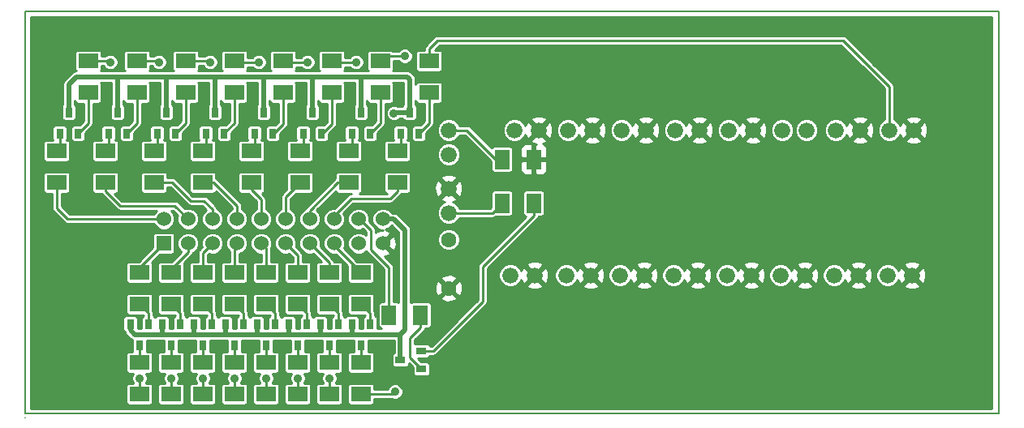
<source format=gbl>
G04 (created by PCBNEW (2013-mar-13)-testing) date mer. 23 oct. 2013 21:04:54 CEST*
%MOIN*%
G04 Gerber Fmt 3.4, Leading zero omitted, Abs format*
%FSLAX34Y34*%
G01*
G70*
G90*
G04 APERTURE LIST*
%ADD10C,0.005906*%
%ADD11R,0.080000X0.060000*%
%ADD12R,0.060000X0.060000*%
%ADD13C,0.060000*%
%ADD14C,0.066000*%
%ADD15R,0.031500X0.039400*%
%ADD16R,0.060000X0.080000*%
%ADD17C,0.062900*%
%ADD18R,0.039400X0.031500*%
%ADD19C,0.035000*%
%ADD20C,0.020000*%
%ADD21C,0.010000*%
G04 APERTURE END LIST*
G54D10*
X74000Y-29100D02*
X74000Y-45650D01*
X73400Y-29100D02*
X74000Y-29100D01*
X73400Y-45650D02*
X74000Y-45650D01*
X34000Y-29100D02*
X34000Y-45600D01*
X34000Y-29100D02*
X73400Y-29100D01*
X34000Y-45650D02*
X34000Y-45600D01*
X73400Y-45650D02*
X34000Y-45650D01*
X34000Y-45800D02*
G75*
G03X34000Y-45800I0J0D01*
G74*
G01*
X33999Y-45800D02*
X34000Y-45800D01*
X34000Y-45799D02*
X34000Y-45800D01*
G54D11*
X38700Y-39850D03*
X38700Y-41150D03*
X41300Y-39850D03*
X41300Y-41150D03*
X43900Y-39850D03*
X43900Y-41150D03*
X46500Y-39850D03*
X46500Y-41150D03*
X47800Y-39850D03*
X47800Y-41150D03*
X45200Y-39850D03*
X45200Y-41150D03*
X42600Y-39850D03*
X42600Y-41150D03*
X40000Y-39850D03*
X40000Y-41150D03*
X38700Y-44850D03*
X38700Y-43550D03*
X40000Y-44850D03*
X40000Y-43550D03*
G54D12*
X39700Y-38650D03*
G54D13*
X39700Y-37650D03*
X40700Y-38650D03*
X40700Y-37650D03*
X41700Y-38650D03*
X41700Y-37650D03*
X42700Y-38650D03*
X42700Y-37650D03*
X43700Y-38650D03*
X43700Y-37650D03*
X44700Y-38650D03*
X44700Y-37650D03*
X45700Y-38650D03*
X45700Y-37650D03*
X46700Y-38650D03*
X46700Y-37650D03*
X47700Y-38650D03*
X47700Y-37650D03*
X48700Y-38650D03*
X48700Y-37650D03*
G54D14*
X67230Y-39970D03*
X68230Y-39970D03*
X53930Y-39970D03*
X54930Y-39970D03*
X56230Y-39970D03*
X57230Y-39970D03*
X51400Y-37400D03*
X51400Y-36400D03*
X58430Y-39970D03*
X59430Y-39970D03*
X51400Y-35000D03*
X51400Y-34000D03*
X60630Y-39970D03*
X61630Y-39970D03*
X62830Y-39970D03*
X63830Y-39970D03*
X65030Y-39970D03*
X66030Y-39970D03*
X60700Y-34000D03*
X61700Y-34000D03*
X69430Y-39970D03*
X70430Y-39970D03*
X54100Y-34000D03*
X55100Y-34000D03*
X56300Y-34000D03*
X57300Y-34000D03*
X58500Y-34000D03*
X59500Y-34000D03*
X69500Y-34000D03*
X70500Y-34000D03*
X67300Y-34000D03*
X68300Y-34000D03*
X65100Y-34000D03*
X66100Y-34000D03*
X62900Y-34000D03*
X63900Y-34000D03*
G54D15*
X38700Y-42833D03*
X39075Y-41967D03*
X38325Y-41967D03*
X40000Y-42833D03*
X40375Y-41967D03*
X39625Y-41967D03*
X41300Y-42833D03*
X41675Y-41967D03*
X40925Y-41967D03*
X42600Y-42833D03*
X42975Y-41967D03*
X42225Y-41967D03*
X43900Y-42833D03*
X44275Y-41967D03*
X43525Y-41967D03*
X45200Y-42833D03*
X45575Y-41967D03*
X44825Y-41967D03*
X46500Y-42833D03*
X46875Y-41967D03*
X46125Y-41967D03*
X47800Y-42833D03*
X48175Y-41967D03*
X47425Y-41967D03*
X35800Y-33267D03*
X35425Y-34133D03*
X36175Y-34133D03*
X37800Y-33267D03*
X37425Y-34133D03*
X38175Y-34133D03*
X39800Y-33267D03*
X39425Y-34133D03*
X40175Y-34133D03*
X41800Y-33267D03*
X41425Y-34133D03*
X42175Y-34133D03*
X43800Y-33267D03*
X43425Y-34133D03*
X44175Y-34133D03*
X45800Y-33267D03*
X45425Y-34133D03*
X46175Y-34133D03*
X47800Y-33267D03*
X47425Y-34133D03*
X48175Y-34133D03*
X49800Y-33267D03*
X49425Y-34133D03*
X50175Y-34133D03*
G54D11*
X41300Y-44850D03*
X41300Y-43550D03*
X42600Y-44850D03*
X42600Y-43550D03*
X43900Y-44850D03*
X43900Y-43550D03*
X45200Y-44850D03*
X45200Y-43550D03*
X46500Y-44850D03*
X46500Y-43550D03*
X47800Y-44850D03*
X47800Y-43550D03*
X35300Y-36150D03*
X35300Y-34850D03*
X37300Y-36150D03*
X37300Y-34850D03*
X39300Y-36150D03*
X39300Y-34850D03*
X41300Y-36150D03*
X41300Y-34850D03*
X43300Y-36150D03*
X43300Y-34850D03*
X45300Y-36150D03*
X45300Y-34850D03*
X47300Y-36150D03*
X47300Y-34850D03*
X49300Y-36150D03*
X49300Y-34850D03*
X36600Y-31150D03*
X36600Y-32450D03*
X38600Y-31150D03*
X38600Y-32450D03*
X40600Y-31150D03*
X40600Y-32450D03*
X42600Y-31150D03*
X42600Y-32450D03*
X44600Y-31150D03*
X44600Y-32450D03*
X46600Y-31150D03*
X46600Y-32450D03*
X48600Y-31150D03*
X48600Y-32450D03*
X50600Y-31150D03*
X50600Y-32450D03*
G54D16*
X54900Y-35200D03*
X53600Y-35200D03*
X53600Y-37000D03*
X54900Y-37000D03*
G54D17*
X51400Y-38500D03*
X51400Y-40500D03*
G54D18*
X49417Y-43450D03*
X50283Y-43825D03*
X50283Y-43075D03*
G54D16*
X48950Y-41600D03*
X50250Y-41600D03*
G54D19*
X49150Y-33300D03*
X41600Y-31200D03*
X46500Y-44200D03*
X45200Y-44200D03*
X49200Y-44750D03*
X49600Y-30950D03*
X45600Y-31200D03*
X39500Y-31200D03*
X43600Y-31200D03*
X47600Y-31200D03*
X38700Y-44200D03*
X42600Y-44200D03*
X41300Y-44200D03*
X43900Y-44200D03*
X40000Y-44200D03*
X37500Y-31200D03*
G54D20*
X49417Y-43450D02*
X49417Y-42417D01*
X49417Y-42417D02*
X49400Y-42400D01*
X48800Y-42400D02*
X49000Y-42400D01*
X49000Y-42400D02*
X49400Y-42400D01*
X47400Y-42400D02*
X48800Y-42400D01*
X49150Y-37650D02*
X48700Y-37650D01*
X49400Y-42400D02*
X49600Y-42200D01*
X49600Y-42200D02*
X49600Y-38100D01*
X49600Y-38100D02*
X49150Y-37650D01*
X49183Y-33267D02*
X49800Y-33267D01*
X49150Y-33300D02*
X49183Y-33267D01*
X47425Y-41967D02*
X47425Y-42400D01*
X47425Y-42400D02*
X47400Y-42400D01*
X47200Y-42400D02*
X47400Y-42400D01*
X39625Y-41967D02*
X39625Y-42400D01*
X39625Y-42400D02*
X39600Y-42400D01*
X40925Y-41967D02*
X40925Y-42400D01*
X40925Y-42400D02*
X41000Y-42400D01*
X42225Y-41967D02*
X42225Y-42400D01*
X42225Y-42400D02*
X42200Y-42400D01*
X43525Y-41967D02*
X43525Y-42400D01*
X43525Y-42400D02*
X43500Y-42400D01*
X44825Y-41967D02*
X44825Y-42400D01*
X44825Y-42400D02*
X44800Y-42400D01*
X46125Y-41967D02*
X46125Y-42400D01*
X46125Y-42400D02*
X46100Y-42400D01*
X38325Y-41967D02*
X38325Y-42225D01*
X38500Y-42400D02*
X39600Y-42400D01*
X39600Y-42400D02*
X41000Y-42400D01*
X41000Y-42400D02*
X42200Y-42400D01*
X42200Y-42400D02*
X43500Y-42400D01*
X43500Y-42400D02*
X44800Y-42400D01*
X44800Y-42400D02*
X46100Y-42400D01*
X46100Y-42400D02*
X47200Y-42400D01*
X38325Y-42225D02*
X38500Y-42400D01*
X35800Y-33267D02*
X35800Y-32100D01*
X36100Y-31800D02*
X37800Y-31800D01*
X35800Y-32100D02*
X36100Y-31800D01*
X37800Y-33267D02*
X37800Y-31800D01*
X39800Y-33267D02*
X39800Y-31800D01*
X41800Y-33267D02*
X41800Y-31800D01*
X43800Y-33267D02*
X43800Y-31800D01*
X45800Y-33267D02*
X45800Y-31800D01*
X47800Y-33267D02*
X47800Y-31800D01*
X49800Y-31900D02*
X49800Y-33267D01*
X49700Y-31800D02*
X49800Y-31900D01*
X37800Y-31800D02*
X39800Y-31800D01*
X39800Y-31800D02*
X41800Y-31800D01*
X41800Y-31800D02*
X43800Y-31800D01*
X43800Y-31800D02*
X45800Y-31800D01*
X45800Y-31800D02*
X47800Y-31800D01*
X47800Y-31800D02*
X49700Y-31800D01*
G54D21*
X38700Y-39850D02*
X38700Y-39650D01*
X38700Y-39650D02*
X39700Y-38650D01*
X40000Y-39850D02*
X40000Y-39700D01*
X40700Y-39000D02*
X40700Y-38650D01*
X40000Y-39700D02*
X40700Y-39000D01*
X41300Y-39850D02*
X41300Y-39050D01*
X41300Y-39050D02*
X41700Y-38650D01*
X42600Y-39850D02*
X42600Y-38750D01*
X42600Y-38750D02*
X42700Y-38650D01*
X43900Y-39850D02*
X43900Y-38850D01*
X43900Y-38850D02*
X43700Y-38650D01*
X45200Y-39850D02*
X45200Y-39150D01*
X45200Y-39150D02*
X44700Y-38650D01*
X46500Y-39850D02*
X46500Y-39450D01*
X46500Y-39450D02*
X45700Y-38650D01*
X46700Y-38650D02*
X46700Y-38750D01*
X46700Y-38750D02*
X47800Y-39850D01*
X47700Y-37650D02*
X47750Y-37650D01*
X48950Y-39650D02*
X48950Y-41600D01*
X48200Y-38900D02*
X48950Y-39650D01*
X48200Y-38100D02*
X48200Y-38900D01*
X47750Y-37650D02*
X48200Y-38100D01*
X35425Y-34133D02*
X35425Y-34725D01*
X35425Y-34725D02*
X35300Y-34850D01*
X41550Y-31150D02*
X41600Y-31200D01*
X40600Y-31150D02*
X41550Y-31150D01*
X39425Y-34133D02*
X39425Y-34725D01*
X39425Y-34725D02*
X39300Y-34850D01*
X40600Y-32450D02*
X40600Y-33708D01*
X40600Y-33708D02*
X40175Y-34133D01*
X37425Y-34133D02*
X37425Y-34725D01*
X37425Y-34725D02*
X37300Y-34850D01*
X46500Y-42833D02*
X46500Y-43550D01*
X46500Y-44850D02*
X46500Y-44200D01*
X45575Y-41967D02*
X45575Y-41525D01*
X45575Y-41525D02*
X45200Y-41150D01*
X45200Y-42833D02*
X45200Y-43550D01*
X45200Y-44850D02*
X45200Y-44200D01*
X47800Y-44850D02*
X49100Y-44850D01*
X49100Y-44850D02*
X49200Y-44750D01*
X48175Y-41967D02*
X48175Y-41525D01*
X48175Y-41525D02*
X47800Y-41150D01*
X47800Y-42833D02*
X47800Y-43550D01*
X46875Y-41967D02*
X46875Y-41525D01*
X46875Y-41525D02*
X46500Y-41150D01*
X68675Y-31375D02*
X67600Y-30300D01*
X50600Y-30650D02*
X50600Y-31150D01*
X50950Y-30300D02*
X50600Y-30650D01*
X67600Y-30300D02*
X50950Y-30300D01*
X69500Y-32200D02*
X69500Y-34000D01*
X68650Y-31350D02*
X68675Y-31375D01*
X68675Y-31375D02*
X69500Y-32200D01*
X47425Y-34133D02*
X47425Y-34725D01*
X47425Y-34725D02*
X47300Y-34850D01*
X48600Y-32450D02*
X48600Y-33708D01*
X48600Y-33708D02*
X48175Y-34133D01*
X38600Y-32450D02*
X38600Y-33708D01*
X38600Y-33708D02*
X38175Y-34133D01*
X48600Y-31150D02*
X48800Y-30950D01*
X48800Y-30950D02*
X49600Y-30950D01*
X45425Y-34133D02*
X45425Y-34725D01*
X45425Y-34725D02*
X45300Y-34850D01*
X46175Y-34133D02*
X46217Y-34133D01*
X46600Y-33750D02*
X46600Y-32450D01*
X46217Y-34133D02*
X46600Y-33750D01*
X50600Y-32450D02*
X50600Y-33708D01*
X50600Y-33708D02*
X50175Y-34133D01*
X54900Y-37000D02*
X54900Y-37500D01*
X50775Y-43075D02*
X52800Y-41050D01*
X50775Y-43075D02*
X50283Y-43075D01*
X52800Y-39600D02*
X52800Y-41050D01*
X54900Y-37500D02*
X52800Y-39600D01*
X50250Y-41600D02*
X50250Y-42100D01*
X49800Y-42550D02*
X49800Y-43342D01*
X50250Y-42100D02*
X49800Y-42550D01*
X49800Y-43342D02*
X50283Y-43825D01*
X49425Y-34133D02*
X49425Y-34725D01*
X49425Y-34725D02*
X49300Y-34850D01*
X44650Y-31200D02*
X45600Y-31200D01*
X44600Y-31150D02*
X44650Y-31200D01*
X39450Y-31150D02*
X39500Y-31200D01*
X38600Y-31150D02*
X39450Y-31150D01*
X41425Y-34133D02*
X41425Y-34725D01*
X41425Y-34725D02*
X41300Y-34850D01*
X42175Y-34133D02*
X42175Y-34125D01*
X42600Y-33700D02*
X42600Y-32450D01*
X42175Y-34125D02*
X42600Y-33700D01*
X44175Y-34133D02*
X44217Y-34133D01*
X44600Y-33750D02*
X44600Y-32450D01*
X44217Y-34133D02*
X44600Y-33750D01*
X42650Y-31200D02*
X43600Y-31200D01*
X42600Y-31150D02*
X42650Y-31200D01*
X46650Y-31200D02*
X47600Y-31200D01*
X46600Y-31150D02*
X46650Y-31200D01*
X43425Y-34133D02*
X43425Y-34725D01*
X43425Y-34725D02*
X43300Y-34850D01*
X51400Y-37400D02*
X53200Y-37400D01*
X53200Y-37400D02*
X53600Y-37000D01*
X53600Y-35200D02*
X53350Y-35200D01*
X52150Y-34000D02*
X51400Y-34000D01*
X53350Y-35200D02*
X52150Y-34000D01*
X38700Y-42833D02*
X38700Y-43550D01*
X38700Y-44850D02*
X38700Y-44200D01*
X42600Y-42833D02*
X42600Y-43550D01*
X42600Y-44850D02*
X42600Y-44200D01*
X42975Y-41967D02*
X42975Y-41525D01*
X42975Y-41525D02*
X42600Y-41150D01*
X41675Y-41967D02*
X41675Y-41525D01*
X41675Y-41525D02*
X41300Y-41150D01*
X41300Y-42833D02*
X41300Y-43550D01*
X44275Y-41967D02*
X44275Y-41525D01*
X44275Y-41525D02*
X43900Y-41150D01*
X43900Y-42833D02*
X43900Y-43550D01*
X41300Y-44850D02*
X41300Y-44200D01*
X43900Y-44850D02*
X43900Y-44200D01*
X39075Y-41967D02*
X39075Y-41525D01*
X39075Y-41525D02*
X38700Y-41150D01*
X36600Y-32450D02*
X36600Y-33708D01*
X36600Y-33708D02*
X36175Y-34133D01*
X40375Y-41967D02*
X40375Y-41525D01*
X40375Y-41525D02*
X40000Y-41150D01*
X40000Y-42833D02*
X40000Y-43550D01*
X40000Y-44200D02*
X40000Y-44850D01*
X37450Y-31150D02*
X37500Y-31200D01*
X36600Y-31150D02*
X37450Y-31150D01*
X35300Y-36150D02*
X35300Y-37200D01*
X35750Y-37650D02*
X39700Y-37650D01*
X35300Y-37200D02*
X35750Y-37650D01*
X37300Y-36150D02*
X37300Y-36500D01*
X40150Y-37100D02*
X40700Y-37650D01*
X37900Y-37100D02*
X40150Y-37100D01*
X37300Y-36500D02*
X37900Y-37100D01*
X39300Y-36150D02*
X40050Y-36150D01*
X41700Y-37250D02*
X41700Y-37650D01*
X41350Y-36900D02*
X41700Y-37250D01*
X40800Y-36900D02*
X41350Y-36900D01*
X40050Y-36150D02*
X40800Y-36900D01*
X42700Y-37650D02*
X42700Y-37100D01*
X41750Y-36150D02*
X41300Y-36150D01*
X42700Y-37100D02*
X41750Y-36150D01*
X43700Y-37650D02*
X43700Y-36850D01*
X43300Y-36450D02*
X43300Y-36150D01*
X43700Y-36850D02*
X43300Y-36450D01*
X44700Y-37650D02*
X44700Y-36750D01*
X44700Y-36750D02*
X45300Y-36150D01*
X45700Y-37650D02*
X45700Y-37300D01*
X45700Y-37300D02*
X46850Y-36150D01*
X46850Y-36150D02*
X47300Y-36150D01*
X46700Y-37650D02*
X46700Y-37500D01*
X46700Y-37500D02*
X47400Y-36800D01*
X49300Y-36500D02*
X49300Y-36150D01*
X49000Y-36800D02*
X49300Y-36500D01*
X47400Y-36800D02*
X49000Y-36800D01*
G54D10*
G36*
X49350Y-41087D02*
X49334Y-41072D01*
X49279Y-41050D01*
X49254Y-41050D01*
X49254Y-38731D01*
X49243Y-38513D01*
X49181Y-38362D01*
X49085Y-38334D01*
X48770Y-38650D01*
X49085Y-38965D01*
X49181Y-38937D01*
X49254Y-38731D01*
X49254Y-41050D01*
X49220Y-41050D01*
X49150Y-41050D01*
X49150Y-39650D01*
X49134Y-39573D01*
X49091Y-39508D01*
X48779Y-39196D01*
X48836Y-39193D01*
X48987Y-39131D01*
X49015Y-39035D01*
X48700Y-38720D01*
X48694Y-38726D01*
X48623Y-38655D01*
X48629Y-38650D01*
X48623Y-38644D01*
X48694Y-38573D01*
X48700Y-38579D01*
X49015Y-38264D01*
X48987Y-38168D01*
X48792Y-38098D01*
X48954Y-38031D01*
X49066Y-37920D01*
X49350Y-38203D01*
X49350Y-41087D01*
X49350Y-41087D01*
G37*
G54D21*
X49350Y-41087D02*
X49334Y-41072D01*
X49279Y-41050D01*
X49254Y-41050D01*
X49254Y-38731D01*
X49243Y-38513D01*
X49181Y-38362D01*
X49085Y-38334D01*
X48770Y-38650D01*
X49085Y-38965D01*
X49181Y-38937D01*
X49254Y-38731D01*
X49254Y-41050D01*
X49220Y-41050D01*
X49150Y-41050D01*
X49150Y-39650D01*
X49134Y-39573D01*
X49091Y-39508D01*
X48779Y-39196D01*
X48836Y-39193D01*
X48987Y-39131D01*
X49015Y-39035D01*
X48700Y-38720D01*
X48694Y-38726D01*
X48623Y-38655D01*
X48629Y-38650D01*
X48623Y-38644D01*
X48694Y-38573D01*
X48700Y-38579D01*
X49015Y-38264D01*
X48987Y-38168D01*
X48792Y-38098D01*
X48954Y-38031D01*
X49066Y-37920D01*
X49350Y-38203D01*
X49350Y-41087D01*
G54D10*
G36*
X73700Y-45450D02*
X71084Y-45450D01*
X71084Y-34088D01*
X71074Y-33858D01*
X71006Y-33694D01*
X70907Y-33663D01*
X70836Y-33733D01*
X70836Y-33592D01*
X70805Y-33493D01*
X70588Y-33415D01*
X70358Y-33425D01*
X70194Y-33493D01*
X70163Y-33592D01*
X70500Y-33929D01*
X70836Y-33592D01*
X70836Y-33733D01*
X70570Y-34000D01*
X70907Y-34336D01*
X71006Y-34305D01*
X71084Y-34088D01*
X71084Y-45450D01*
X71014Y-45450D01*
X71014Y-40058D01*
X71004Y-39828D01*
X70936Y-39664D01*
X70837Y-39633D01*
X70836Y-39633D01*
X70836Y-34407D01*
X70500Y-34070D01*
X70429Y-34141D01*
X70429Y-34000D01*
X70092Y-33663D01*
X69993Y-33694D01*
X69946Y-33824D01*
X69907Y-33728D01*
X69772Y-33593D01*
X69700Y-33563D01*
X69700Y-32200D01*
X69684Y-32123D01*
X69641Y-32058D01*
X68816Y-31233D01*
X68816Y-31233D01*
X68791Y-31208D01*
X67741Y-30158D01*
X67676Y-30115D01*
X67600Y-30100D01*
X50950Y-30100D01*
X50873Y-30115D01*
X50808Y-30158D01*
X50458Y-30508D01*
X50415Y-30573D01*
X50400Y-30650D01*
X50400Y-30700D01*
X50170Y-30700D01*
X50115Y-30722D01*
X50072Y-30765D01*
X50050Y-30820D01*
X50050Y-30879D01*
X50050Y-31479D01*
X50072Y-31534D01*
X50115Y-31577D01*
X50170Y-31600D01*
X50229Y-31600D01*
X51029Y-31600D01*
X51084Y-31577D01*
X51127Y-31534D01*
X51150Y-31479D01*
X51150Y-31420D01*
X51150Y-30820D01*
X51127Y-30765D01*
X51084Y-30722D01*
X51029Y-30700D01*
X50970Y-30700D01*
X50832Y-30700D01*
X51032Y-30500D01*
X67517Y-30500D01*
X68508Y-31491D01*
X68533Y-31516D01*
X68533Y-31516D01*
X69300Y-32282D01*
X69300Y-33563D01*
X69228Y-33592D01*
X69093Y-33727D01*
X69020Y-33904D01*
X69019Y-34095D01*
X69092Y-34271D01*
X69227Y-34406D01*
X69404Y-34479D01*
X69595Y-34480D01*
X69771Y-34407D01*
X69906Y-34272D01*
X69943Y-34183D01*
X69993Y-34305D01*
X70092Y-34336D01*
X70429Y-34000D01*
X70429Y-34141D01*
X70163Y-34407D01*
X70194Y-34506D01*
X70411Y-34584D01*
X70641Y-34574D01*
X70805Y-34506D01*
X70836Y-34407D01*
X70836Y-39633D01*
X70766Y-39703D01*
X70766Y-39562D01*
X70735Y-39463D01*
X70518Y-39385D01*
X70288Y-39395D01*
X70124Y-39463D01*
X70093Y-39562D01*
X70430Y-39899D01*
X70766Y-39562D01*
X70766Y-39703D01*
X70500Y-39970D01*
X70837Y-40306D01*
X70936Y-40275D01*
X71014Y-40058D01*
X71014Y-45450D01*
X70766Y-45450D01*
X70766Y-40377D01*
X70430Y-40040D01*
X70359Y-40111D01*
X70359Y-39970D01*
X70022Y-39633D01*
X69923Y-39664D01*
X69876Y-39794D01*
X69837Y-39698D01*
X69702Y-39563D01*
X69525Y-39490D01*
X69334Y-39489D01*
X69158Y-39562D01*
X69023Y-39697D01*
X68950Y-39874D01*
X68949Y-40065D01*
X69022Y-40241D01*
X69157Y-40376D01*
X69334Y-40449D01*
X69525Y-40450D01*
X69701Y-40377D01*
X69836Y-40242D01*
X69873Y-40153D01*
X69923Y-40275D01*
X70022Y-40306D01*
X70359Y-39970D01*
X70359Y-40111D01*
X70093Y-40377D01*
X70124Y-40476D01*
X70341Y-40554D01*
X70571Y-40544D01*
X70735Y-40476D01*
X70766Y-40377D01*
X70766Y-45450D01*
X68884Y-45450D01*
X68884Y-34088D01*
X68874Y-33858D01*
X68806Y-33694D01*
X68707Y-33663D01*
X68636Y-33733D01*
X68636Y-33592D01*
X68605Y-33493D01*
X68388Y-33415D01*
X68158Y-33425D01*
X67994Y-33493D01*
X67963Y-33592D01*
X68300Y-33929D01*
X68636Y-33592D01*
X68636Y-33733D01*
X68370Y-34000D01*
X68707Y-34336D01*
X68806Y-34305D01*
X68884Y-34088D01*
X68884Y-45450D01*
X68814Y-45450D01*
X68814Y-40058D01*
X68804Y-39828D01*
X68736Y-39664D01*
X68637Y-39633D01*
X68636Y-39633D01*
X68636Y-34407D01*
X68300Y-34070D01*
X68229Y-34141D01*
X68229Y-34000D01*
X67892Y-33663D01*
X67793Y-33694D01*
X67746Y-33824D01*
X67707Y-33728D01*
X67572Y-33593D01*
X67395Y-33520D01*
X67204Y-33519D01*
X67028Y-33592D01*
X66893Y-33727D01*
X66820Y-33904D01*
X66819Y-34095D01*
X66892Y-34271D01*
X67027Y-34406D01*
X67204Y-34479D01*
X67395Y-34480D01*
X67571Y-34407D01*
X67706Y-34272D01*
X67743Y-34183D01*
X67793Y-34305D01*
X67892Y-34336D01*
X68229Y-34000D01*
X68229Y-34141D01*
X67963Y-34407D01*
X67994Y-34506D01*
X68211Y-34584D01*
X68441Y-34574D01*
X68605Y-34506D01*
X68636Y-34407D01*
X68636Y-39633D01*
X68566Y-39703D01*
X68566Y-39562D01*
X68535Y-39463D01*
X68318Y-39385D01*
X68088Y-39395D01*
X67924Y-39463D01*
X67893Y-39562D01*
X68230Y-39899D01*
X68566Y-39562D01*
X68566Y-39703D01*
X68300Y-39970D01*
X68637Y-40306D01*
X68736Y-40275D01*
X68814Y-40058D01*
X68814Y-45450D01*
X68566Y-45450D01*
X68566Y-40377D01*
X68230Y-40040D01*
X68159Y-40111D01*
X68159Y-39970D01*
X67822Y-39633D01*
X67723Y-39664D01*
X67676Y-39794D01*
X67637Y-39698D01*
X67502Y-39563D01*
X67325Y-39490D01*
X67134Y-39489D01*
X66958Y-39562D01*
X66823Y-39697D01*
X66750Y-39874D01*
X66749Y-40065D01*
X66822Y-40241D01*
X66957Y-40376D01*
X67134Y-40449D01*
X67325Y-40450D01*
X67501Y-40377D01*
X67636Y-40242D01*
X67673Y-40153D01*
X67723Y-40275D01*
X67822Y-40306D01*
X68159Y-39970D01*
X68159Y-40111D01*
X67893Y-40377D01*
X67924Y-40476D01*
X68141Y-40554D01*
X68371Y-40544D01*
X68535Y-40476D01*
X68566Y-40377D01*
X68566Y-45450D01*
X66614Y-45450D01*
X66614Y-40058D01*
X66604Y-39828D01*
X66580Y-39770D01*
X66580Y-33904D01*
X66507Y-33728D01*
X66372Y-33593D01*
X66195Y-33520D01*
X66004Y-33519D01*
X65828Y-33592D01*
X65693Y-33727D01*
X65620Y-33904D01*
X65619Y-34095D01*
X65692Y-34271D01*
X65827Y-34406D01*
X66004Y-34479D01*
X66195Y-34480D01*
X66371Y-34407D01*
X66506Y-34272D01*
X66579Y-34095D01*
X66580Y-33904D01*
X66580Y-39770D01*
X66536Y-39664D01*
X66437Y-39633D01*
X66366Y-39703D01*
X66366Y-39562D01*
X66335Y-39463D01*
X66118Y-39385D01*
X65888Y-39395D01*
X65724Y-39463D01*
X65693Y-39562D01*
X66030Y-39899D01*
X66366Y-39562D01*
X66366Y-39703D01*
X66100Y-39970D01*
X66437Y-40306D01*
X66536Y-40275D01*
X66614Y-40058D01*
X66614Y-45450D01*
X66366Y-45450D01*
X66366Y-40377D01*
X66030Y-40040D01*
X65959Y-40111D01*
X65959Y-39970D01*
X65622Y-39633D01*
X65580Y-39646D01*
X65580Y-33904D01*
X65507Y-33728D01*
X65372Y-33593D01*
X65195Y-33520D01*
X65004Y-33519D01*
X64828Y-33592D01*
X64693Y-33727D01*
X64620Y-33904D01*
X64619Y-34095D01*
X64692Y-34271D01*
X64827Y-34406D01*
X65004Y-34479D01*
X65195Y-34480D01*
X65371Y-34407D01*
X65506Y-34272D01*
X65579Y-34095D01*
X65580Y-33904D01*
X65580Y-39646D01*
X65523Y-39664D01*
X65476Y-39794D01*
X65437Y-39698D01*
X65302Y-39563D01*
X65125Y-39490D01*
X64934Y-39489D01*
X64758Y-39562D01*
X64623Y-39697D01*
X64550Y-39874D01*
X64549Y-40065D01*
X64622Y-40241D01*
X64757Y-40376D01*
X64934Y-40449D01*
X65125Y-40450D01*
X65301Y-40377D01*
X65436Y-40242D01*
X65473Y-40153D01*
X65523Y-40275D01*
X65622Y-40306D01*
X65959Y-39970D01*
X65959Y-40111D01*
X65693Y-40377D01*
X65724Y-40476D01*
X65941Y-40554D01*
X66171Y-40544D01*
X66335Y-40476D01*
X66366Y-40377D01*
X66366Y-45450D01*
X64484Y-45450D01*
X64484Y-34088D01*
X64474Y-33858D01*
X64406Y-33694D01*
X64307Y-33663D01*
X64236Y-33733D01*
X64236Y-33592D01*
X64205Y-33493D01*
X63988Y-33415D01*
X63758Y-33425D01*
X63594Y-33493D01*
X63563Y-33592D01*
X63900Y-33929D01*
X64236Y-33592D01*
X64236Y-33733D01*
X63970Y-34000D01*
X64307Y-34336D01*
X64406Y-34305D01*
X64484Y-34088D01*
X64484Y-45450D01*
X64414Y-45450D01*
X64414Y-40058D01*
X64404Y-39828D01*
X64336Y-39664D01*
X64237Y-39633D01*
X64236Y-39633D01*
X64236Y-34407D01*
X63900Y-34070D01*
X63829Y-34141D01*
X63829Y-34000D01*
X63492Y-33663D01*
X63393Y-33694D01*
X63346Y-33824D01*
X63307Y-33728D01*
X63172Y-33593D01*
X62995Y-33520D01*
X62804Y-33519D01*
X62628Y-33592D01*
X62493Y-33727D01*
X62420Y-33904D01*
X62419Y-34095D01*
X62492Y-34271D01*
X62627Y-34406D01*
X62804Y-34479D01*
X62995Y-34480D01*
X63171Y-34407D01*
X63306Y-34272D01*
X63343Y-34183D01*
X63393Y-34305D01*
X63492Y-34336D01*
X63829Y-34000D01*
X63829Y-34141D01*
X63563Y-34407D01*
X63594Y-34506D01*
X63811Y-34584D01*
X64041Y-34574D01*
X64205Y-34506D01*
X64236Y-34407D01*
X64236Y-39633D01*
X64166Y-39703D01*
X64166Y-39562D01*
X64135Y-39463D01*
X63918Y-39385D01*
X63688Y-39395D01*
X63524Y-39463D01*
X63493Y-39562D01*
X63830Y-39899D01*
X64166Y-39562D01*
X64166Y-39703D01*
X63900Y-39970D01*
X64237Y-40306D01*
X64336Y-40275D01*
X64414Y-40058D01*
X64414Y-45450D01*
X64166Y-45450D01*
X64166Y-40377D01*
X63830Y-40040D01*
X63759Y-40111D01*
X63759Y-39970D01*
X63422Y-39633D01*
X63323Y-39664D01*
X63276Y-39794D01*
X63237Y-39698D01*
X63102Y-39563D01*
X62925Y-39490D01*
X62734Y-39489D01*
X62558Y-39562D01*
X62423Y-39697D01*
X62350Y-39874D01*
X62349Y-40065D01*
X62422Y-40241D01*
X62557Y-40376D01*
X62734Y-40449D01*
X62925Y-40450D01*
X63101Y-40377D01*
X63236Y-40242D01*
X63273Y-40153D01*
X63323Y-40275D01*
X63422Y-40306D01*
X63759Y-39970D01*
X63759Y-40111D01*
X63493Y-40377D01*
X63524Y-40476D01*
X63741Y-40554D01*
X63971Y-40544D01*
X64135Y-40476D01*
X64166Y-40377D01*
X64166Y-45450D01*
X62284Y-45450D01*
X62284Y-34088D01*
X62274Y-33858D01*
X62206Y-33694D01*
X62107Y-33663D01*
X62036Y-33733D01*
X62036Y-33592D01*
X62005Y-33493D01*
X61788Y-33415D01*
X61558Y-33425D01*
X61394Y-33493D01*
X61363Y-33592D01*
X61700Y-33929D01*
X62036Y-33592D01*
X62036Y-33733D01*
X61770Y-34000D01*
X62107Y-34336D01*
X62206Y-34305D01*
X62284Y-34088D01*
X62284Y-45450D01*
X62214Y-45450D01*
X62214Y-40058D01*
X62204Y-39828D01*
X62136Y-39664D01*
X62037Y-39633D01*
X62036Y-39633D01*
X62036Y-34407D01*
X61700Y-34070D01*
X61629Y-34141D01*
X61629Y-34000D01*
X61292Y-33663D01*
X61193Y-33694D01*
X61146Y-33824D01*
X61107Y-33728D01*
X60972Y-33593D01*
X60795Y-33520D01*
X60604Y-33519D01*
X60428Y-33592D01*
X60293Y-33727D01*
X60220Y-33904D01*
X60219Y-34095D01*
X60292Y-34271D01*
X60427Y-34406D01*
X60604Y-34479D01*
X60795Y-34480D01*
X60971Y-34407D01*
X61106Y-34272D01*
X61143Y-34183D01*
X61193Y-34305D01*
X61292Y-34336D01*
X61629Y-34000D01*
X61629Y-34141D01*
X61363Y-34407D01*
X61394Y-34506D01*
X61611Y-34584D01*
X61841Y-34574D01*
X62005Y-34506D01*
X62036Y-34407D01*
X62036Y-39633D01*
X61966Y-39703D01*
X61966Y-39562D01*
X61935Y-39463D01*
X61718Y-39385D01*
X61488Y-39395D01*
X61324Y-39463D01*
X61293Y-39562D01*
X61630Y-39899D01*
X61966Y-39562D01*
X61966Y-39703D01*
X61700Y-39970D01*
X62037Y-40306D01*
X62136Y-40275D01*
X62214Y-40058D01*
X62214Y-45450D01*
X61966Y-45450D01*
X61966Y-40377D01*
X61630Y-40040D01*
X61559Y-40111D01*
X61559Y-39970D01*
X61222Y-39633D01*
X61123Y-39664D01*
X61076Y-39794D01*
X61037Y-39698D01*
X60902Y-39563D01*
X60725Y-39490D01*
X60534Y-39489D01*
X60358Y-39562D01*
X60223Y-39697D01*
X60150Y-39874D01*
X60149Y-40065D01*
X60222Y-40241D01*
X60357Y-40376D01*
X60534Y-40449D01*
X60725Y-40450D01*
X60901Y-40377D01*
X61036Y-40242D01*
X61073Y-40153D01*
X61123Y-40275D01*
X61222Y-40306D01*
X61559Y-39970D01*
X61559Y-40111D01*
X61293Y-40377D01*
X61324Y-40476D01*
X61541Y-40554D01*
X61771Y-40544D01*
X61935Y-40476D01*
X61966Y-40377D01*
X61966Y-45450D01*
X60084Y-45450D01*
X60084Y-34088D01*
X60074Y-33858D01*
X60006Y-33694D01*
X59907Y-33663D01*
X59836Y-33733D01*
X59836Y-33592D01*
X59805Y-33493D01*
X59588Y-33415D01*
X59358Y-33425D01*
X59194Y-33493D01*
X59163Y-33592D01*
X59500Y-33929D01*
X59836Y-33592D01*
X59836Y-33733D01*
X59570Y-34000D01*
X59907Y-34336D01*
X60006Y-34305D01*
X60084Y-34088D01*
X60084Y-45450D01*
X60014Y-45450D01*
X60014Y-40058D01*
X60004Y-39828D01*
X59936Y-39664D01*
X59837Y-39633D01*
X59836Y-39633D01*
X59836Y-34407D01*
X59500Y-34070D01*
X59429Y-34141D01*
X59429Y-34000D01*
X59092Y-33663D01*
X58993Y-33694D01*
X58946Y-33824D01*
X58907Y-33728D01*
X58772Y-33593D01*
X58595Y-33520D01*
X58404Y-33519D01*
X58228Y-33592D01*
X58093Y-33727D01*
X58020Y-33904D01*
X58019Y-34095D01*
X58092Y-34271D01*
X58227Y-34406D01*
X58404Y-34479D01*
X58595Y-34480D01*
X58771Y-34407D01*
X58906Y-34272D01*
X58943Y-34183D01*
X58993Y-34305D01*
X59092Y-34336D01*
X59429Y-34000D01*
X59429Y-34141D01*
X59163Y-34407D01*
X59194Y-34506D01*
X59411Y-34584D01*
X59641Y-34574D01*
X59805Y-34506D01*
X59836Y-34407D01*
X59836Y-39633D01*
X59766Y-39703D01*
X59766Y-39562D01*
X59735Y-39463D01*
X59518Y-39385D01*
X59288Y-39395D01*
X59124Y-39463D01*
X59093Y-39562D01*
X59430Y-39899D01*
X59766Y-39562D01*
X59766Y-39703D01*
X59500Y-39970D01*
X59837Y-40306D01*
X59936Y-40275D01*
X60014Y-40058D01*
X60014Y-45450D01*
X59766Y-45450D01*
X59766Y-40377D01*
X59430Y-40040D01*
X59359Y-40111D01*
X59359Y-39970D01*
X59022Y-39633D01*
X58923Y-39664D01*
X58876Y-39794D01*
X58837Y-39698D01*
X58702Y-39563D01*
X58525Y-39490D01*
X58334Y-39489D01*
X58158Y-39562D01*
X58023Y-39697D01*
X57950Y-39874D01*
X57949Y-40065D01*
X58022Y-40241D01*
X58157Y-40376D01*
X58334Y-40449D01*
X58525Y-40450D01*
X58701Y-40377D01*
X58836Y-40242D01*
X58873Y-40153D01*
X58923Y-40275D01*
X59022Y-40306D01*
X59359Y-39970D01*
X59359Y-40111D01*
X59093Y-40377D01*
X59124Y-40476D01*
X59341Y-40554D01*
X59571Y-40544D01*
X59735Y-40476D01*
X59766Y-40377D01*
X59766Y-45450D01*
X57884Y-45450D01*
X57884Y-34088D01*
X57874Y-33858D01*
X57806Y-33694D01*
X57707Y-33663D01*
X57636Y-33733D01*
X57636Y-33592D01*
X57605Y-33493D01*
X57388Y-33415D01*
X57158Y-33425D01*
X56994Y-33493D01*
X56963Y-33592D01*
X57300Y-33929D01*
X57636Y-33592D01*
X57636Y-33733D01*
X57370Y-34000D01*
X57707Y-34336D01*
X57806Y-34305D01*
X57884Y-34088D01*
X57884Y-45450D01*
X57814Y-45450D01*
X57814Y-40058D01*
X57804Y-39828D01*
X57736Y-39664D01*
X57637Y-39633D01*
X57636Y-39633D01*
X57636Y-34407D01*
X57300Y-34070D01*
X57229Y-34141D01*
X57229Y-34000D01*
X56892Y-33663D01*
X56793Y-33694D01*
X56746Y-33824D01*
X56707Y-33728D01*
X56572Y-33593D01*
X56395Y-33520D01*
X56204Y-33519D01*
X56028Y-33592D01*
X55893Y-33727D01*
X55820Y-33904D01*
X55819Y-34095D01*
X55892Y-34271D01*
X56027Y-34406D01*
X56204Y-34479D01*
X56395Y-34480D01*
X56571Y-34407D01*
X56706Y-34272D01*
X56743Y-34183D01*
X56793Y-34305D01*
X56892Y-34336D01*
X57229Y-34000D01*
X57229Y-34141D01*
X56963Y-34407D01*
X56994Y-34506D01*
X57211Y-34584D01*
X57441Y-34574D01*
X57605Y-34506D01*
X57636Y-34407D01*
X57636Y-39633D01*
X57566Y-39703D01*
X57566Y-39562D01*
X57535Y-39463D01*
X57318Y-39385D01*
X57088Y-39395D01*
X56924Y-39463D01*
X56893Y-39562D01*
X57230Y-39899D01*
X57566Y-39562D01*
X57566Y-39703D01*
X57300Y-39970D01*
X57637Y-40306D01*
X57736Y-40275D01*
X57814Y-40058D01*
X57814Y-45450D01*
X57566Y-45450D01*
X57566Y-40377D01*
X57230Y-40040D01*
X57159Y-40111D01*
X57159Y-39970D01*
X56822Y-39633D01*
X56723Y-39664D01*
X56676Y-39794D01*
X56637Y-39698D01*
X56502Y-39563D01*
X56325Y-39490D01*
X56134Y-39489D01*
X55958Y-39562D01*
X55823Y-39697D01*
X55750Y-39874D01*
X55749Y-40065D01*
X55822Y-40241D01*
X55957Y-40376D01*
X56134Y-40449D01*
X56325Y-40450D01*
X56501Y-40377D01*
X56636Y-40242D01*
X56673Y-40153D01*
X56723Y-40275D01*
X56822Y-40306D01*
X57159Y-39970D01*
X57159Y-40111D01*
X56893Y-40377D01*
X56924Y-40476D01*
X57141Y-40554D01*
X57371Y-40544D01*
X57535Y-40476D01*
X57566Y-40377D01*
X57566Y-45450D01*
X55684Y-45450D01*
X55684Y-34088D01*
X55674Y-33858D01*
X55606Y-33694D01*
X55507Y-33663D01*
X55436Y-33733D01*
X55436Y-33592D01*
X55405Y-33493D01*
X55188Y-33415D01*
X54958Y-33425D01*
X54794Y-33493D01*
X54763Y-33592D01*
X55100Y-33929D01*
X55436Y-33592D01*
X55436Y-33733D01*
X55170Y-34000D01*
X55507Y-34336D01*
X55606Y-34305D01*
X55684Y-34088D01*
X55684Y-45450D01*
X55514Y-45450D01*
X55514Y-40058D01*
X55504Y-39828D01*
X55450Y-39697D01*
X55450Y-35649D01*
X55450Y-35550D01*
X55450Y-35312D01*
X55450Y-35087D01*
X55450Y-34849D01*
X55450Y-34750D01*
X55411Y-34658D01*
X55341Y-34588D01*
X55274Y-34560D01*
X55405Y-34506D01*
X55436Y-34407D01*
X55100Y-34070D01*
X55029Y-34141D01*
X55029Y-34000D01*
X54692Y-33663D01*
X54593Y-33694D01*
X54546Y-33824D01*
X54507Y-33728D01*
X54372Y-33593D01*
X54195Y-33520D01*
X54004Y-33519D01*
X53828Y-33592D01*
X53693Y-33727D01*
X53620Y-33904D01*
X53619Y-34095D01*
X53692Y-34271D01*
X53827Y-34406D01*
X54004Y-34479D01*
X54195Y-34480D01*
X54371Y-34407D01*
X54506Y-34272D01*
X54543Y-34183D01*
X54593Y-34305D01*
X54692Y-34336D01*
X55029Y-34000D01*
X55029Y-34141D01*
X54763Y-34407D01*
X54794Y-34506D01*
X54986Y-34575D01*
X54950Y-34612D01*
X54950Y-35150D01*
X55387Y-35150D01*
X55450Y-35087D01*
X55450Y-35312D01*
X55387Y-35250D01*
X54950Y-35250D01*
X54950Y-35787D01*
X55012Y-35850D01*
X55249Y-35850D01*
X55341Y-35811D01*
X55411Y-35741D01*
X55450Y-35649D01*
X55450Y-39697D01*
X55436Y-39664D01*
X55350Y-39636D01*
X55350Y-37429D01*
X55350Y-37370D01*
X55350Y-36570D01*
X55327Y-36515D01*
X55284Y-36472D01*
X55229Y-36450D01*
X55170Y-36450D01*
X54850Y-36450D01*
X54850Y-35787D01*
X54850Y-35250D01*
X54850Y-35150D01*
X54850Y-34612D01*
X54787Y-34550D01*
X54550Y-34550D01*
X54458Y-34588D01*
X54388Y-34658D01*
X54350Y-34750D01*
X54350Y-34849D01*
X54350Y-35087D01*
X54412Y-35150D01*
X54850Y-35150D01*
X54850Y-35250D01*
X54412Y-35250D01*
X54350Y-35312D01*
X54350Y-35550D01*
X54350Y-35649D01*
X54388Y-35741D01*
X54458Y-35811D01*
X54550Y-35850D01*
X54787Y-35850D01*
X54850Y-35787D01*
X54850Y-36450D01*
X54570Y-36450D01*
X54515Y-36472D01*
X54472Y-36515D01*
X54450Y-36570D01*
X54450Y-36629D01*
X54450Y-37429D01*
X54472Y-37484D01*
X54515Y-37527D01*
X54568Y-37549D01*
X54050Y-38067D01*
X54050Y-37429D01*
X54050Y-37370D01*
X54050Y-36570D01*
X54050Y-35629D01*
X54050Y-35570D01*
X54050Y-34770D01*
X54027Y-34715D01*
X53984Y-34672D01*
X53929Y-34650D01*
X53870Y-34650D01*
X53270Y-34650D01*
X53215Y-34672D01*
X53172Y-34715D01*
X53165Y-34732D01*
X52291Y-33858D01*
X52226Y-33815D01*
X52150Y-33800D01*
X51836Y-33800D01*
X51807Y-33728D01*
X51672Y-33593D01*
X51495Y-33520D01*
X51304Y-33519D01*
X51150Y-33583D01*
X51150Y-32779D01*
X51150Y-32720D01*
X51150Y-32120D01*
X51127Y-32065D01*
X51084Y-32022D01*
X51029Y-32000D01*
X50970Y-32000D01*
X50170Y-32000D01*
X50115Y-32022D01*
X50072Y-32065D01*
X50050Y-32120D01*
X50050Y-31900D01*
X50030Y-31804D01*
X49976Y-31723D01*
X49876Y-31623D01*
X49795Y-31569D01*
X49700Y-31550D01*
X49112Y-31550D01*
X49127Y-31534D01*
X49150Y-31479D01*
X49150Y-31420D01*
X49150Y-31150D01*
X49340Y-31150D01*
X49415Y-31225D01*
X49535Y-31274D01*
X49664Y-31275D01*
X49783Y-31225D01*
X49875Y-31134D01*
X49924Y-31014D01*
X49925Y-30885D01*
X49875Y-30766D01*
X49784Y-30674D01*
X49664Y-30625D01*
X49535Y-30624D01*
X49416Y-30674D01*
X49340Y-30750D01*
X49112Y-30750D01*
X49084Y-30722D01*
X49029Y-30700D01*
X48970Y-30700D01*
X48170Y-30700D01*
X48115Y-30722D01*
X48072Y-30765D01*
X48050Y-30820D01*
X48050Y-30879D01*
X48050Y-31479D01*
X48072Y-31534D01*
X48087Y-31550D01*
X47800Y-31550D01*
X47112Y-31550D01*
X47127Y-31534D01*
X47150Y-31479D01*
X47150Y-31420D01*
X47150Y-31400D01*
X47340Y-31400D01*
X47415Y-31475D01*
X47535Y-31524D01*
X47664Y-31525D01*
X47783Y-31475D01*
X47875Y-31384D01*
X47924Y-31264D01*
X47925Y-31135D01*
X47875Y-31016D01*
X47784Y-30924D01*
X47664Y-30875D01*
X47535Y-30874D01*
X47416Y-30924D01*
X47340Y-31000D01*
X47150Y-31000D01*
X47150Y-30820D01*
X47127Y-30765D01*
X47084Y-30722D01*
X47029Y-30700D01*
X46970Y-30700D01*
X46170Y-30700D01*
X46115Y-30722D01*
X46072Y-30765D01*
X46050Y-30820D01*
X46050Y-30879D01*
X46050Y-31479D01*
X46072Y-31534D01*
X46087Y-31550D01*
X45800Y-31550D01*
X45112Y-31550D01*
X45127Y-31534D01*
X45150Y-31479D01*
X45150Y-31420D01*
X45150Y-31400D01*
X45340Y-31400D01*
X45415Y-31475D01*
X45535Y-31524D01*
X45664Y-31525D01*
X45783Y-31475D01*
X45875Y-31384D01*
X45924Y-31264D01*
X45925Y-31135D01*
X45875Y-31016D01*
X45784Y-30924D01*
X45664Y-30875D01*
X45535Y-30874D01*
X45416Y-30924D01*
X45340Y-31000D01*
X45150Y-31000D01*
X45150Y-30820D01*
X45127Y-30765D01*
X45084Y-30722D01*
X45029Y-30700D01*
X44970Y-30700D01*
X44170Y-30700D01*
X44115Y-30722D01*
X44072Y-30765D01*
X44050Y-30820D01*
X44050Y-30879D01*
X44050Y-31479D01*
X44072Y-31534D01*
X44087Y-31550D01*
X43800Y-31550D01*
X43112Y-31550D01*
X43127Y-31534D01*
X43150Y-31479D01*
X43150Y-31420D01*
X43150Y-31400D01*
X43340Y-31400D01*
X43415Y-31475D01*
X43535Y-31524D01*
X43664Y-31525D01*
X43783Y-31475D01*
X43875Y-31384D01*
X43924Y-31264D01*
X43925Y-31135D01*
X43875Y-31016D01*
X43784Y-30924D01*
X43664Y-30875D01*
X43535Y-30874D01*
X43416Y-30924D01*
X43340Y-31000D01*
X43150Y-31000D01*
X43150Y-30820D01*
X43127Y-30765D01*
X43084Y-30722D01*
X43029Y-30700D01*
X42970Y-30700D01*
X42170Y-30700D01*
X42115Y-30722D01*
X42072Y-30765D01*
X42050Y-30820D01*
X42050Y-30879D01*
X42050Y-31479D01*
X42072Y-31534D01*
X42087Y-31550D01*
X41800Y-31550D01*
X41112Y-31550D01*
X41127Y-31534D01*
X41150Y-31479D01*
X41150Y-31420D01*
X41150Y-31350D01*
X41310Y-31350D01*
X41324Y-31383D01*
X41415Y-31475D01*
X41535Y-31524D01*
X41664Y-31525D01*
X41783Y-31475D01*
X41875Y-31384D01*
X41924Y-31264D01*
X41925Y-31135D01*
X41875Y-31016D01*
X41784Y-30924D01*
X41664Y-30875D01*
X41535Y-30874D01*
X41416Y-30924D01*
X41390Y-30950D01*
X41150Y-30950D01*
X41150Y-30820D01*
X41127Y-30765D01*
X41084Y-30722D01*
X41029Y-30700D01*
X40970Y-30700D01*
X40170Y-30700D01*
X40115Y-30722D01*
X40072Y-30765D01*
X40050Y-30820D01*
X40050Y-30879D01*
X40050Y-31479D01*
X40072Y-31534D01*
X40087Y-31550D01*
X39800Y-31550D01*
X39112Y-31550D01*
X39127Y-31534D01*
X39150Y-31479D01*
X39150Y-31420D01*
X39150Y-31350D01*
X39210Y-31350D01*
X39224Y-31383D01*
X39315Y-31475D01*
X39435Y-31524D01*
X39564Y-31525D01*
X39683Y-31475D01*
X39775Y-31384D01*
X39824Y-31264D01*
X39825Y-31135D01*
X39775Y-31016D01*
X39684Y-30924D01*
X39564Y-30875D01*
X39435Y-30874D01*
X39316Y-30924D01*
X39290Y-30950D01*
X39150Y-30950D01*
X39150Y-30820D01*
X39127Y-30765D01*
X39084Y-30722D01*
X39029Y-30700D01*
X38970Y-30700D01*
X38170Y-30700D01*
X38115Y-30722D01*
X38072Y-30765D01*
X38050Y-30820D01*
X38050Y-30879D01*
X38050Y-31479D01*
X38072Y-31534D01*
X38087Y-31550D01*
X37800Y-31550D01*
X37112Y-31550D01*
X37127Y-31534D01*
X37150Y-31479D01*
X37150Y-31420D01*
X37150Y-31350D01*
X37210Y-31350D01*
X37224Y-31383D01*
X37315Y-31475D01*
X37435Y-31524D01*
X37564Y-31525D01*
X37683Y-31475D01*
X37775Y-31384D01*
X37824Y-31264D01*
X37825Y-31135D01*
X37775Y-31016D01*
X37684Y-30924D01*
X37564Y-30875D01*
X37435Y-30874D01*
X37316Y-30924D01*
X37290Y-30950D01*
X37150Y-30950D01*
X37150Y-30820D01*
X37127Y-30765D01*
X37084Y-30722D01*
X37029Y-30700D01*
X36970Y-30700D01*
X36170Y-30700D01*
X36115Y-30722D01*
X36072Y-30765D01*
X36050Y-30820D01*
X36050Y-30879D01*
X36050Y-31479D01*
X36072Y-31534D01*
X36089Y-31552D01*
X36004Y-31569D01*
X35923Y-31623D01*
X35623Y-31923D01*
X35569Y-32004D01*
X35550Y-32100D01*
X35550Y-32950D01*
X35515Y-32985D01*
X35492Y-33040D01*
X35492Y-33099D01*
X35492Y-33493D01*
X35515Y-33548D01*
X35557Y-33591D01*
X35612Y-33614D01*
X35672Y-33614D01*
X35987Y-33614D01*
X36042Y-33591D01*
X36084Y-33548D01*
X36107Y-33493D01*
X36107Y-33434D01*
X36107Y-33040D01*
X36084Y-32985D01*
X36050Y-32950D01*
X36050Y-32779D01*
X36072Y-32834D01*
X36115Y-32877D01*
X36170Y-32900D01*
X36229Y-32900D01*
X36400Y-32900D01*
X36400Y-33625D01*
X36239Y-33786D01*
X35987Y-33786D01*
X35932Y-33808D01*
X35890Y-33851D01*
X35867Y-33906D01*
X35867Y-33965D01*
X35867Y-34359D01*
X35890Y-34414D01*
X35932Y-34457D01*
X35987Y-34480D01*
X36047Y-34480D01*
X36362Y-34480D01*
X36417Y-34457D01*
X36459Y-34414D01*
X36482Y-34359D01*
X36482Y-34300D01*
X36482Y-34108D01*
X36741Y-33849D01*
X36741Y-33849D01*
X36784Y-33784D01*
X36800Y-33708D01*
X36800Y-32900D01*
X37029Y-32900D01*
X37084Y-32877D01*
X37127Y-32834D01*
X37150Y-32779D01*
X37150Y-32720D01*
X37150Y-32120D01*
X37127Y-32065D01*
X37112Y-32050D01*
X37550Y-32050D01*
X37550Y-32950D01*
X37515Y-32985D01*
X37492Y-33040D01*
X37492Y-33099D01*
X37492Y-33493D01*
X37515Y-33548D01*
X37557Y-33591D01*
X37612Y-33614D01*
X37672Y-33614D01*
X37987Y-33614D01*
X38042Y-33591D01*
X38084Y-33548D01*
X38107Y-33493D01*
X38107Y-33434D01*
X38107Y-33040D01*
X38084Y-32985D01*
X38050Y-32950D01*
X38050Y-32779D01*
X38072Y-32834D01*
X38115Y-32877D01*
X38170Y-32900D01*
X38229Y-32900D01*
X38400Y-32900D01*
X38400Y-33625D01*
X38239Y-33786D01*
X37987Y-33786D01*
X37932Y-33808D01*
X37890Y-33851D01*
X37867Y-33906D01*
X37867Y-33965D01*
X37867Y-34359D01*
X37890Y-34414D01*
X37932Y-34457D01*
X37987Y-34480D01*
X38047Y-34480D01*
X38362Y-34480D01*
X38417Y-34457D01*
X38459Y-34414D01*
X38482Y-34359D01*
X38482Y-34300D01*
X38482Y-34108D01*
X38741Y-33849D01*
X38741Y-33849D01*
X38784Y-33784D01*
X38800Y-33708D01*
X38800Y-32900D01*
X39029Y-32900D01*
X39084Y-32877D01*
X39127Y-32834D01*
X39150Y-32779D01*
X39150Y-32720D01*
X39150Y-32120D01*
X39127Y-32065D01*
X39112Y-32050D01*
X39550Y-32050D01*
X39550Y-32950D01*
X39515Y-32985D01*
X39492Y-33040D01*
X39492Y-33099D01*
X39492Y-33493D01*
X39515Y-33548D01*
X39557Y-33591D01*
X39612Y-33614D01*
X39672Y-33614D01*
X39987Y-33614D01*
X40042Y-33591D01*
X40084Y-33548D01*
X40107Y-33493D01*
X40107Y-33434D01*
X40107Y-33040D01*
X40084Y-32985D01*
X40050Y-32950D01*
X40050Y-32779D01*
X40072Y-32834D01*
X40115Y-32877D01*
X40170Y-32900D01*
X40229Y-32900D01*
X40400Y-32900D01*
X40400Y-33625D01*
X40239Y-33786D01*
X39987Y-33786D01*
X39932Y-33808D01*
X39890Y-33851D01*
X39867Y-33906D01*
X39867Y-33965D01*
X39867Y-34359D01*
X39890Y-34414D01*
X39932Y-34457D01*
X39987Y-34480D01*
X40047Y-34480D01*
X40362Y-34480D01*
X40417Y-34457D01*
X40459Y-34414D01*
X40482Y-34359D01*
X40482Y-34300D01*
X40482Y-34108D01*
X40741Y-33849D01*
X40741Y-33849D01*
X40784Y-33784D01*
X40800Y-33708D01*
X40800Y-32900D01*
X41029Y-32900D01*
X41084Y-32877D01*
X41127Y-32834D01*
X41150Y-32779D01*
X41150Y-32720D01*
X41150Y-32120D01*
X41127Y-32065D01*
X41112Y-32050D01*
X41550Y-32050D01*
X41550Y-32950D01*
X41515Y-32985D01*
X41492Y-33040D01*
X41492Y-33099D01*
X41492Y-33493D01*
X41515Y-33548D01*
X41557Y-33591D01*
X41612Y-33614D01*
X41672Y-33614D01*
X41987Y-33614D01*
X42042Y-33591D01*
X42084Y-33548D01*
X42107Y-33493D01*
X42107Y-33434D01*
X42107Y-33040D01*
X42084Y-32985D01*
X42050Y-32950D01*
X42050Y-32779D01*
X42072Y-32834D01*
X42115Y-32877D01*
X42170Y-32900D01*
X42229Y-32900D01*
X42400Y-32900D01*
X42400Y-33617D01*
X42231Y-33786D01*
X41987Y-33786D01*
X41932Y-33808D01*
X41890Y-33851D01*
X41867Y-33906D01*
X41867Y-33965D01*
X41867Y-34359D01*
X41890Y-34414D01*
X41932Y-34457D01*
X41987Y-34480D01*
X42047Y-34480D01*
X42362Y-34480D01*
X42417Y-34457D01*
X42459Y-34414D01*
X42482Y-34359D01*
X42482Y-34300D01*
X42482Y-34100D01*
X42741Y-33841D01*
X42741Y-33841D01*
X42784Y-33776D01*
X42800Y-33700D01*
X42800Y-32900D01*
X43029Y-32900D01*
X43084Y-32877D01*
X43127Y-32834D01*
X43150Y-32779D01*
X43150Y-32720D01*
X43150Y-32120D01*
X43127Y-32065D01*
X43112Y-32050D01*
X43550Y-32050D01*
X43550Y-32950D01*
X43515Y-32985D01*
X43492Y-33040D01*
X43492Y-33099D01*
X43492Y-33493D01*
X43515Y-33548D01*
X43557Y-33591D01*
X43612Y-33614D01*
X43672Y-33614D01*
X43987Y-33614D01*
X44042Y-33591D01*
X44084Y-33548D01*
X44107Y-33493D01*
X44107Y-33434D01*
X44107Y-33040D01*
X44084Y-32985D01*
X44050Y-32950D01*
X44050Y-32779D01*
X44072Y-32834D01*
X44115Y-32877D01*
X44170Y-32900D01*
X44229Y-32900D01*
X44400Y-32900D01*
X44400Y-33667D01*
X44281Y-33786D01*
X43987Y-33786D01*
X43932Y-33808D01*
X43890Y-33851D01*
X43867Y-33906D01*
X43867Y-33965D01*
X43867Y-34359D01*
X43890Y-34414D01*
X43932Y-34457D01*
X43987Y-34480D01*
X44047Y-34480D01*
X44362Y-34480D01*
X44417Y-34457D01*
X44459Y-34414D01*
X44482Y-34359D01*
X44482Y-34300D01*
X44482Y-34150D01*
X44741Y-33891D01*
X44784Y-33826D01*
X44784Y-33826D01*
X44787Y-33813D01*
X44799Y-33750D01*
X44800Y-33750D01*
X44800Y-32900D01*
X45029Y-32900D01*
X45084Y-32877D01*
X45127Y-32834D01*
X45150Y-32779D01*
X45150Y-32720D01*
X45150Y-32120D01*
X45127Y-32065D01*
X45112Y-32050D01*
X45550Y-32050D01*
X45550Y-32950D01*
X45515Y-32985D01*
X45492Y-33040D01*
X45492Y-33099D01*
X45492Y-33493D01*
X45515Y-33548D01*
X45557Y-33591D01*
X45612Y-33614D01*
X45672Y-33614D01*
X45987Y-33614D01*
X46042Y-33591D01*
X46084Y-33548D01*
X46107Y-33493D01*
X46107Y-33434D01*
X46107Y-33040D01*
X46084Y-32985D01*
X46050Y-32950D01*
X46050Y-32779D01*
X46072Y-32834D01*
X46115Y-32877D01*
X46170Y-32900D01*
X46229Y-32900D01*
X46400Y-32900D01*
X46400Y-33667D01*
X46281Y-33786D01*
X45987Y-33786D01*
X45932Y-33808D01*
X45890Y-33851D01*
X45867Y-33906D01*
X45867Y-33965D01*
X45867Y-34359D01*
X45890Y-34414D01*
X45932Y-34457D01*
X45987Y-34480D01*
X46047Y-34480D01*
X46362Y-34480D01*
X46417Y-34457D01*
X46459Y-34414D01*
X46482Y-34359D01*
X46482Y-34300D01*
X46482Y-34150D01*
X46741Y-33891D01*
X46784Y-33826D01*
X46784Y-33826D01*
X46787Y-33813D01*
X46799Y-33750D01*
X46800Y-33750D01*
X46800Y-32900D01*
X47029Y-32900D01*
X47084Y-32877D01*
X47127Y-32834D01*
X47150Y-32779D01*
X47150Y-32720D01*
X47150Y-32120D01*
X47127Y-32065D01*
X47112Y-32050D01*
X47550Y-32050D01*
X47550Y-32950D01*
X47515Y-32985D01*
X47492Y-33040D01*
X47492Y-33099D01*
X47492Y-33493D01*
X47515Y-33548D01*
X47557Y-33591D01*
X47612Y-33614D01*
X47672Y-33614D01*
X47987Y-33614D01*
X48042Y-33591D01*
X48084Y-33548D01*
X48107Y-33493D01*
X48107Y-33434D01*
X48107Y-33040D01*
X48084Y-32985D01*
X48050Y-32950D01*
X48050Y-32779D01*
X48072Y-32834D01*
X48115Y-32877D01*
X48170Y-32900D01*
X48229Y-32900D01*
X48400Y-32900D01*
X48400Y-33625D01*
X48239Y-33786D01*
X47987Y-33786D01*
X47932Y-33808D01*
X47890Y-33851D01*
X47867Y-33906D01*
X47867Y-33965D01*
X47867Y-34359D01*
X47890Y-34414D01*
X47932Y-34457D01*
X47987Y-34480D01*
X48047Y-34480D01*
X48362Y-34480D01*
X48417Y-34457D01*
X48459Y-34414D01*
X48482Y-34359D01*
X48482Y-34300D01*
X48482Y-34108D01*
X48741Y-33849D01*
X48741Y-33849D01*
X48784Y-33784D01*
X48800Y-33708D01*
X48800Y-32900D01*
X49029Y-32900D01*
X49084Y-32877D01*
X49127Y-32834D01*
X49150Y-32779D01*
X49150Y-32720D01*
X49150Y-32120D01*
X49127Y-32065D01*
X49112Y-32050D01*
X49550Y-32050D01*
X49550Y-32950D01*
X49515Y-32985D01*
X49502Y-33017D01*
X49315Y-33017D01*
X49214Y-32975D01*
X49085Y-32974D01*
X48966Y-33024D01*
X48874Y-33115D01*
X48825Y-33235D01*
X48824Y-33364D01*
X48874Y-33483D01*
X48965Y-33575D01*
X49085Y-33624D01*
X49214Y-33625D01*
X49333Y-33575D01*
X49392Y-33517D01*
X49502Y-33517D01*
X49515Y-33548D01*
X49557Y-33591D01*
X49612Y-33614D01*
X49672Y-33614D01*
X49987Y-33614D01*
X50042Y-33591D01*
X50084Y-33548D01*
X50107Y-33493D01*
X50107Y-33434D01*
X50107Y-33040D01*
X50084Y-32985D01*
X50050Y-32950D01*
X50050Y-32779D01*
X50072Y-32834D01*
X50115Y-32877D01*
X50170Y-32900D01*
X50229Y-32900D01*
X50400Y-32900D01*
X50400Y-33625D01*
X50239Y-33786D01*
X49987Y-33786D01*
X49932Y-33808D01*
X49890Y-33851D01*
X49867Y-33906D01*
X49867Y-33965D01*
X49867Y-34359D01*
X49890Y-34414D01*
X49932Y-34457D01*
X49987Y-34480D01*
X50047Y-34480D01*
X50362Y-34480D01*
X50417Y-34457D01*
X50459Y-34414D01*
X50482Y-34359D01*
X50482Y-34300D01*
X50482Y-34108D01*
X50741Y-33849D01*
X50741Y-33849D01*
X50784Y-33784D01*
X50800Y-33708D01*
X50800Y-32900D01*
X51029Y-32900D01*
X51084Y-32877D01*
X51127Y-32834D01*
X51150Y-32779D01*
X51150Y-33583D01*
X51128Y-33592D01*
X50993Y-33727D01*
X50920Y-33904D01*
X50919Y-34095D01*
X50992Y-34271D01*
X51127Y-34406D01*
X51304Y-34479D01*
X51495Y-34480D01*
X51671Y-34407D01*
X51806Y-34272D01*
X51836Y-34200D01*
X52067Y-34200D01*
X53150Y-35282D01*
X53150Y-35629D01*
X53172Y-35684D01*
X53215Y-35727D01*
X53270Y-35750D01*
X53329Y-35750D01*
X53929Y-35750D01*
X53984Y-35727D01*
X54027Y-35684D01*
X54050Y-35629D01*
X54050Y-36570D01*
X54027Y-36515D01*
X53984Y-36472D01*
X53929Y-36450D01*
X53870Y-36450D01*
X53270Y-36450D01*
X53215Y-36472D01*
X53172Y-36515D01*
X53150Y-36570D01*
X53150Y-36629D01*
X53150Y-37167D01*
X53117Y-37200D01*
X51984Y-37200D01*
X51984Y-36488D01*
X51974Y-36258D01*
X51906Y-36094D01*
X51880Y-36085D01*
X51880Y-34904D01*
X51807Y-34728D01*
X51672Y-34593D01*
X51495Y-34520D01*
X51304Y-34519D01*
X51128Y-34592D01*
X50993Y-34727D01*
X50920Y-34904D01*
X50919Y-35095D01*
X50992Y-35271D01*
X51127Y-35406D01*
X51304Y-35479D01*
X51495Y-35480D01*
X51671Y-35407D01*
X51806Y-35272D01*
X51879Y-35095D01*
X51880Y-34904D01*
X51880Y-36085D01*
X51807Y-36063D01*
X51736Y-36133D01*
X51736Y-35992D01*
X51705Y-35893D01*
X51488Y-35815D01*
X51258Y-35825D01*
X51094Y-35893D01*
X51063Y-35992D01*
X51400Y-36329D01*
X51736Y-35992D01*
X51736Y-36133D01*
X51470Y-36400D01*
X51807Y-36736D01*
X51906Y-36705D01*
X51984Y-36488D01*
X51984Y-37200D01*
X51836Y-37200D01*
X51807Y-37128D01*
X51672Y-36993D01*
X51583Y-36956D01*
X51705Y-36906D01*
X51736Y-36807D01*
X51400Y-36470D01*
X51329Y-36541D01*
X51329Y-36400D01*
X50992Y-36063D01*
X50893Y-36094D01*
X50815Y-36311D01*
X50825Y-36541D01*
X50893Y-36705D01*
X50992Y-36736D01*
X51329Y-36400D01*
X51329Y-36541D01*
X51063Y-36807D01*
X51094Y-36906D01*
X51224Y-36953D01*
X51128Y-36992D01*
X50993Y-37127D01*
X50920Y-37304D01*
X50919Y-37495D01*
X50992Y-37671D01*
X51127Y-37806D01*
X51304Y-37879D01*
X51495Y-37880D01*
X51671Y-37807D01*
X51806Y-37672D01*
X51836Y-37600D01*
X53200Y-37600D01*
X53276Y-37584D01*
X53328Y-37550D01*
X53329Y-37550D01*
X53929Y-37550D01*
X53984Y-37527D01*
X54027Y-37484D01*
X54050Y-37429D01*
X54050Y-38067D01*
X52658Y-39458D01*
X52615Y-39523D01*
X52600Y-39600D01*
X52600Y-40967D01*
X51969Y-41597D01*
X51969Y-40585D01*
X51958Y-40360D01*
X51893Y-40203D01*
X51864Y-40194D01*
X51864Y-38408D01*
X51794Y-38237D01*
X51663Y-38106D01*
X51492Y-38035D01*
X51308Y-38035D01*
X51137Y-38105D01*
X51006Y-38236D01*
X50935Y-38407D01*
X50935Y-38591D01*
X51005Y-38762D01*
X51136Y-38893D01*
X51307Y-38964D01*
X51491Y-38964D01*
X51662Y-38894D01*
X51793Y-38763D01*
X51864Y-38592D01*
X51864Y-38408D01*
X51864Y-40194D01*
X51796Y-40174D01*
X51725Y-40245D01*
X51725Y-40103D01*
X51696Y-40006D01*
X51485Y-39930D01*
X51260Y-39941D01*
X51103Y-40006D01*
X51074Y-40103D01*
X51400Y-40429D01*
X51725Y-40103D01*
X51725Y-40245D01*
X51470Y-40500D01*
X51796Y-40825D01*
X51893Y-40796D01*
X51969Y-40585D01*
X51969Y-41597D01*
X51725Y-41841D01*
X51725Y-40896D01*
X51400Y-40570D01*
X51329Y-40641D01*
X51329Y-40500D01*
X51003Y-40174D01*
X50906Y-40203D01*
X50830Y-40414D01*
X50841Y-40639D01*
X50906Y-40796D01*
X51003Y-40825D01*
X51329Y-40500D01*
X51329Y-40641D01*
X51074Y-40896D01*
X51103Y-40993D01*
X51314Y-41069D01*
X51539Y-41058D01*
X51696Y-40993D01*
X51725Y-40896D01*
X51725Y-41841D01*
X50692Y-42875D01*
X50624Y-42875D01*
X50607Y-42832D01*
X50564Y-42790D01*
X50509Y-42767D01*
X50450Y-42767D01*
X50056Y-42767D01*
X50001Y-42790D01*
X50000Y-42791D01*
X50000Y-42632D01*
X50391Y-42241D01*
X50434Y-42176D01*
X50434Y-42176D01*
X50440Y-42150D01*
X50579Y-42150D01*
X50634Y-42127D01*
X50677Y-42084D01*
X50700Y-42029D01*
X50700Y-41970D01*
X50700Y-41170D01*
X50677Y-41115D01*
X50634Y-41072D01*
X50579Y-41050D01*
X50520Y-41050D01*
X49920Y-41050D01*
X49865Y-41072D01*
X49850Y-41087D01*
X49850Y-38100D01*
X49850Y-36479D01*
X49850Y-36420D01*
X49850Y-35820D01*
X49850Y-35179D01*
X49850Y-35120D01*
X49850Y-34520D01*
X49827Y-34465D01*
X49784Y-34422D01*
X49729Y-34400D01*
X49715Y-34400D01*
X49732Y-34359D01*
X49732Y-34300D01*
X49732Y-33906D01*
X49709Y-33851D01*
X49667Y-33808D01*
X49612Y-33786D01*
X49552Y-33786D01*
X49237Y-33786D01*
X49182Y-33808D01*
X49140Y-33851D01*
X49117Y-33906D01*
X49117Y-33965D01*
X49117Y-34359D01*
X49134Y-34400D01*
X48870Y-34400D01*
X48815Y-34422D01*
X48772Y-34465D01*
X48750Y-34520D01*
X48750Y-34579D01*
X48750Y-35179D01*
X48772Y-35234D01*
X48815Y-35277D01*
X48870Y-35300D01*
X48929Y-35300D01*
X49729Y-35300D01*
X49784Y-35277D01*
X49827Y-35234D01*
X49850Y-35179D01*
X49850Y-35820D01*
X49827Y-35765D01*
X49784Y-35722D01*
X49729Y-35700D01*
X49670Y-35700D01*
X48870Y-35700D01*
X48815Y-35722D01*
X48772Y-35765D01*
X48750Y-35820D01*
X48750Y-35879D01*
X48750Y-36479D01*
X48772Y-36534D01*
X48815Y-36577D01*
X48870Y-36600D01*
X47729Y-36600D01*
X47784Y-36577D01*
X47827Y-36534D01*
X47850Y-36479D01*
X47850Y-36420D01*
X47850Y-35820D01*
X47850Y-35179D01*
X47850Y-35120D01*
X47850Y-34520D01*
X47827Y-34465D01*
X47784Y-34422D01*
X47729Y-34400D01*
X47715Y-34400D01*
X47732Y-34359D01*
X47732Y-34300D01*
X47732Y-33906D01*
X47709Y-33851D01*
X47667Y-33808D01*
X47612Y-33786D01*
X47552Y-33786D01*
X47237Y-33786D01*
X47182Y-33808D01*
X47140Y-33851D01*
X47117Y-33906D01*
X47117Y-33965D01*
X47117Y-34359D01*
X47134Y-34400D01*
X46870Y-34400D01*
X46815Y-34422D01*
X46772Y-34465D01*
X46750Y-34520D01*
X46750Y-34579D01*
X46750Y-35179D01*
X46772Y-35234D01*
X46815Y-35277D01*
X46870Y-35300D01*
X46929Y-35300D01*
X47729Y-35300D01*
X47784Y-35277D01*
X47827Y-35234D01*
X47850Y-35179D01*
X47850Y-35820D01*
X47827Y-35765D01*
X47784Y-35722D01*
X47729Y-35700D01*
X47670Y-35700D01*
X46870Y-35700D01*
X46815Y-35722D01*
X46772Y-35765D01*
X46750Y-35820D01*
X46750Y-35879D01*
X46750Y-35980D01*
X46708Y-36008D01*
X45850Y-36867D01*
X45850Y-36479D01*
X45850Y-36420D01*
X45850Y-35820D01*
X45850Y-35179D01*
X45850Y-35120D01*
X45850Y-34520D01*
X45827Y-34465D01*
X45784Y-34422D01*
X45729Y-34400D01*
X45715Y-34400D01*
X45732Y-34359D01*
X45732Y-34300D01*
X45732Y-33906D01*
X45709Y-33851D01*
X45667Y-33808D01*
X45612Y-33786D01*
X45552Y-33786D01*
X45237Y-33786D01*
X45182Y-33808D01*
X45140Y-33851D01*
X45117Y-33906D01*
X45117Y-33965D01*
X45117Y-34359D01*
X45134Y-34400D01*
X44870Y-34400D01*
X44815Y-34422D01*
X44772Y-34465D01*
X44750Y-34520D01*
X44750Y-34579D01*
X44750Y-35179D01*
X44772Y-35234D01*
X44815Y-35277D01*
X44870Y-35300D01*
X44929Y-35300D01*
X45729Y-35300D01*
X45784Y-35277D01*
X45827Y-35234D01*
X45850Y-35179D01*
X45850Y-35820D01*
X45827Y-35765D01*
X45784Y-35722D01*
X45729Y-35700D01*
X45670Y-35700D01*
X44870Y-35700D01*
X44815Y-35722D01*
X44772Y-35765D01*
X44750Y-35820D01*
X44750Y-35879D01*
X44750Y-36417D01*
X44558Y-36608D01*
X44515Y-36673D01*
X44500Y-36750D01*
X44500Y-37245D01*
X44445Y-37268D01*
X44318Y-37394D01*
X44250Y-37560D01*
X44249Y-37739D01*
X44318Y-37904D01*
X44444Y-38031D01*
X44610Y-38099D01*
X44789Y-38100D01*
X44954Y-38031D01*
X45081Y-37905D01*
X45149Y-37739D01*
X45150Y-37560D01*
X45081Y-37395D01*
X44955Y-37268D01*
X44900Y-37245D01*
X44900Y-36832D01*
X45132Y-36600D01*
X45729Y-36600D01*
X45784Y-36577D01*
X45827Y-36534D01*
X45850Y-36479D01*
X45850Y-36867D01*
X45558Y-37158D01*
X45515Y-37223D01*
X45511Y-37240D01*
X45445Y-37268D01*
X45318Y-37394D01*
X45250Y-37560D01*
X45249Y-37739D01*
X45318Y-37904D01*
X45444Y-38031D01*
X45610Y-38099D01*
X45789Y-38100D01*
X45954Y-38031D01*
X46081Y-37905D01*
X46149Y-37739D01*
X46150Y-37560D01*
X46081Y-37395D01*
X45984Y-37298D01*
X46765Y-36517D01*
X46772Y-36534D01*
X46815Y-36577D01*
X46870Y-36600D01*
X46929Y-36600D01*
X47400Y-36600D01*
X47323Y-36615D01*
X47258Y-36658D01*
X46717Y-37200D01*
X46610Y-37199D01*
X46445Y-37268D01*
X46318Y-37394D01*
X46250Y-37560D01*
X46249Y-37739D01*
X46318Y-37904D01*
X46444Y-38031D01*
X46610Y-38099D01*
X46789Y-38100D01*
X46954Y-38031D01*
X47081Y-37905D01*
X47149Y-37739D01*
X47150Y-37560D01*
X47083Y-37399D01*
X47482Y-37000D01*
X49000Y-37000D01*
X49076Y-36984D01*
X49141Y-36941D01*
X49441Y-36641D01*
X49469Y-36600D01*
X49729Y-36600D01*
X49784Y-36577D01*
X49827Y-36534D01*
X49850Y-36479D01*
X49850Y-38100D01*
X49830Y-38004D01*
X49776Y-37923D01*
X49326Y-37473D01*
X49245Y-37419D01*
X49150Y-37400D01*
X49083Y-37400D01*
X49081Y-37395D01*
X48955Y-37268D01*
X48789Y-37200D01*
X48610Y-37199D01*
X48445Y-37268D01*
X48318Y-37394D01*
X48250Y-37560D01*
X48249Y-37739D01*
X48318Y-37904D01*
X48444Y-38031D01*
X48610Y-38099D01*
X48686Y-38099D01*
X48563Y-38106D01*
X48412Y-38168D01*
X48400Y-38211D01*
X48400Y-38100D01*
X48384Y-38023D01*
X48384Y-38023D01*
X48341Y-37958D01*
X48141Y-37759D01*
X48149Y-37739D01*
X48150Y-37560D01*
X48081Y-37395D01*
X47955Y-37268D01*
X47789Y-37200D01*
X47610Y-37199D01*
X47445Y-37268D01*
X47318Y-37394D01*
X47250Y-37560D01*
X47249Y-37739D01*
X47318Y-37904D01*
X47444Y-38031D01*
X47610Y-38099D01*
X47789Y-38100D01*
X47879Y-38062D01*
X48000Y-38182D01*
X48000Y-38313D01*
X47955Y-38268D01*
X47789Y-38200D01*
X47610Y-38199D01*
X47445Y-38268D01*
X47318Y-38394D01*
X47250Y-38560D01*
X47249Y-38739D01*
X47318Y-38904D01*
X47444Y-39031D01*
X47610Y-39099D01*
X47789Y-39100D01*
X47954Y-39031D01*
X48014Y-38972D01*
X48015Y-38976D01*
X48058Y-39041D01*
X48750Y-39732D01*
X48750Y-41050D01*
X48620Y-41050D01*
X48565Y-41072D01*
X48522Y-41115D01*
X48500Y-41170D01*
X48500Y-41229D01*
X48500Y-42029D01*
X48522Y-42084D01*
X48565Y-42127D01*
X48620Y-42150D01*
X48482Y-42150D01*
X48482Y-42134D01*
X48482Y-41740D01*
X48459Y-41685D01*
X48417Y-41642D01*
X48375Y-41625D01*
X48375Y-41525D01*
X48362Y-41461D01*
X48359Y-41448D01*
X48359Y-41448D01*
X48350Y-41433D01*
X48350Y-41433D01*
X48350Y-41420D01*
X48350Y-40820D01*
X48350Y-40179D01*
X48350Y-40120D01*
X48350Y-39520D01*
X48327Y-39465D01*
X48284Y-39422D01*
X48229Y-39400D01*
X48170Y-39400D01*
X47632Y-39400D01*
X47097Y-38865D01*
X47149Y-38739D01*
X47150Y-38560D01*
X47081Y-38395D01*
X46955Y-38268D01*
X46789Y-38200D01*
X46610Y-38199D01*
X46445Y-38268D01*
X46318Y-38394D01*
X46250Y-38560D01*
X46249Y-38739D01*
X46318Y-38904D01*
X46444Y-39031D01*
X46610Y-39099D01*
X46767Y-39100D01*
X47250Y-39582D01*
X47250Y-40179D01*
X47272Y-40234D01*
X47315Y-40277D01*
X47370Y-40300D01*
X47429Y-40300D01*
X48229Y-40300D01*
X48284Y-40277D01*
X48327Y-40234D01*
X48350Y-40179D01*
X48350Y-40820D01*
X48327Y-40765D01*
X48284Y-40722D01*
X48229Y-40700D01*
X48170Y-40700D01*
X47370Y-40700D01*
X47315Y-40722D01*
X47272Y-40765D01*
X47250Y-40820D01*
X47250Y-40879D01*
X47250Y-41479D01*
X47272Y-41534D01*
X47315Y-41577D01*
X47370Y-41600D01*
X47429Y-41600D01*
X47967Y-41600D01*
X47975Y-41607D01*
X47975Y-41625D01*
X47932Y-41642D01*
X47890Y-41685D01*
X47867Y-41740D01*
X47867Y-41799D01*
X47867Y-42150D01*
X47732Y-42150D01*
X47732Y-42134D01*
X47732Y-41740D01*
X47709Y-41685D01*
X47667Y-41642D01*
X47612Y-41620D01*
X47552Y-41620D01*
X47237Y-41620D01*
X47182Y-41642D01*
X47150Y-41675D01*
X47117Y-41642D01*
X47075Y-41625D01*
X47075Y-41525D01*
X47062Y-41461D01*
X47059Y-41448D01*
X47059Y-41448D01*
X47050Y-41433D01*
X47050Y-41433D01*
X47050Y-41420D01*
X47050Y-40820D01*
X47050Y-40179D01*
X47050Y-40120D01*
X47050Y-39520D01*
X47027Y-39465D01*
X46984Y-39422D01*
X46929Y-39400D01*
X46870Y-39400D01*
X46690Y-39400D01*
X46684Y-39373D01*
X46641Y-39308D01*
X46127Y-38794D01*
X46149Y-38739D01*
X46150Y-38560D01*
X46081Y-38395D01*
X45955Y-38268D01*
X45789Y-38200D01*
X45610Y-38199D01*
X45445Y-38268D01*
X45318Y-38394D01*
X45250Y-38560D01*
X45249Y-38739D01*
X45318Y-38904D01*
X45444Y-39031D01*
X45610Y-39099D01*
X45789Y-39100D01*
X45844Y-39077D01*
X46167Y-39400D01*
X46070Y-39400D01*
X46015Y-39422D01*
X45972Y-39465D01*
X45950Y-39520D01*
X45950Y-39579D01*
X45950Y-40179D01*
X45972Y-40234D01*
X46015Y-40277D01*
X46070Y-40300D01*
X46129Y-40300D01*
X46929Y-40300D01*
X46984Y-40277D01*
X47027Y-40234D01*
X47050Y-40179D01*
X47050Y-40820D01*
X47027Y-40765D01*
X46984Y-40722D01*
X46929Y-40700D01*
X46870Y-40700D01*
X46070Y-40700D01*
X46015Y-40722D01*
X45972Y-40765D01*
X45950Y-40820D01*
X45950Y-40879D01*
X45950Y-41479D01*
X45972Y-41534D01*
X46015Y-41577D01*
X46070Y-41600D01*
X46129Y-41600D01*
X46667Y-41600D01*
X46675Y-41607D01*
X46675Y-41625D01*
X46632Y-41642D01*
X46590Y-41685D01*
X46567Y-41740D01*
X46567Y-41799D01*
X46567Y-42150D01*
X46432Y-42150D01*
X46432Y-42134D01*
X46432Y-41740D01*
X46409Y-41685D01*
X46367Y-41642D01*
X46312Y-41620D01*
X46252Y-41620D01*
X45937Y-41620D01*
X45882Y-41642D01*
X45850Y-41675D01*
X45817Y-41642D01*
X45775Y-41625D01*
X45775Y-41525D01*
X45762Y-41461D01*
X45759Y-41448D01*
X45759Y-41448D01*
X45750Y-41433D01*
X45750Y-41433D01*
X45750Y-41420D01*
X45750Y-40820D01*
X45750Y-40179D01*
X45750Y-40120D01*
X45750Y-39520D01*
X45727Y-39465D01*
X45684Y-39422D01*
X45629Y-39400D01*
X45570Y-39400D01*
X45400Y-39400D01*
X45400Y-39150D01*
X45387Y-39086D01*
X45384Y-39073D01*
X45384Y-39073D01*
X45341Y-39008D01*
X45127Y-38794D01*
X45149Y-38739D01*
X45150Y-38560D01*
X45081Y-38395D01*
X44955Y-38268D01*
X44789Y-38200D01*
X44610Y-38199D01*
X44445Y-38268D01*
X44318Y-38394D01*
X44250Y-38560D01*
X44249Y-38739D01*
X44318Y-38904D01*
X44444Y-39031D01*
X44610Y-39099D01*
X44789Y-39100D01*
X44844Y-39077D01*
X45000Y-39232D01*
X45000Y-39400D01*
X44770Y-39400D01*
X44715Y-39422D01*
X44672Y-39465D01*
X44650Y-39520D01*
X44650Y-39579D01*
X44650Y-40179D01*
X44672Y-40234D01*
X44715Y-40277D01*
X44770Y-40300D01*
X44829Y-40300D01*
X45629Y-40300D01*
X45684Y-40277D01*
X45727Y-40234D01*
X45750Y-40179D01*
X45750Y-40820D01*
X45727Y-40765D01*
X45684Y-40722D01*
X45629Y-40700D01*
X45570Y-40700D01*
X44770Y-40700D01*
X44715Y-40722D01*
X44672Y-40765D01*
X44650Y-40820D01*
X44650Y-40879D01*
X44650Y-41479D01*
X44672Y-41534D01*
X44715Y-41577D01*
X44770Y-41600D01*
X44829Y-41600D01*
X45367Y-41600D01*
X45375Y-41607D01*
X45375Y-41625D01*
X45332Y-41642D01*
X45290Y-41685D01*
X45267Y-41740D01*
X45267Y-41799D01*
X45267Y-42150D01*
X45132Y-42150D01*
X45132Y-42134D01*
X45132Y-41740D01*
X45109Y-41685D01*
X45067Y-41642D01*
X45012Y-41620D01*
X44952Y-41620D01*
X44637Y-41620D01*
X44582Y-41642D01*
X44550Y-41675D01*
X44517Y-41642D01*
X44475Y-41625D01*
X44475Y-41525D01*
X44462Y-41461D01*
X44459Y-41448D01*
X44459Y-41448D01*
X44450Y-41433D01*
X44450Y-41433D01*
X44450Y-41420D01*
X44450Y-40820D01*
X44450Y-40179D01*
X44450Y-40120D01*
X44450Y-39520D01*
X44427Y-39465D01*
X44384Y-39422D01*
X44329Y-39400D01*
X44270Y-39400D01*
X44100Y-39400D01*
X44100Y-38860D01*
X44149Y-38739D01*
X44150Y-38560D01*
X44150Y-37560D01*
X44081Y-37395D01*
X43955Y-37268D01*
X43900Y-37245D01*
X43900Y-36850D01*
X43884Y-36773D01*
X43841Y-36708D01*
X43731Y-36599D01*
X43784Y-36577D01*
X43827Y-36534D01*
X43850Y-36479D01*
X43850Y-36420D01*
X43850Y-35820D01*
X43850Y-35179D01*
X43850Y-35120D01*
X43850Y-34520D01*
X43827Y-34465D01*
X43784Y-34422D01*
X43729Y-34400D01*
X43715Y-34400D01*
X43732Y-34359D01*
X43732Y-34300D01*
X43732Y-33906D01*
X43709Y-33851D01*
X43667Y-33808D01*
X43612Y-33786D01*
X43552Y-33786D01*
X43237Y-33786D01*
X43182Y-33808D01*
X43140Y-33851D01*
X43117Y-33906D01*
X43117Y-33965D01*
X43117Y-34359D01*
X43134Y-34400D01*
X42870Y-34400D01*
X42815Y-34422D01*
X42772Y-34465D01*
X42750Y-34520D01*
X42750Y-34579D01*
X42750Y-35179D01*
X42772Y-35234D01*
X42815Y-35277D01*
X42870Y-35300D01*
X42929Y-35300D01*
X43729Y-35300D01*
X43784Y-35277D01*
X43827Y-35234D01*
X43850Y-35179D01*
X43850Y-35820D01*
X43827Y-35765D01*
X43784Y-35722D01*
X43729Y-35700D01*
X43670Y-35700D01*
X42870Y-35700D01*
X42815Y-35722D01*
X42772Y-35765D01*
X42750Y-35820D01*
X42750Y-35879D01*
X42750Y-36479D01*
X42772Y-36534D01*
X42815Y-36577D01*
X42870Y-36600D01*
X42929Y-36600D01*
X43167Y-36600D01*
X43500Y-36932D01*
X43500Y-37245D01*
X43445Y-37268D01*
X43318Y-37394D01*
X43250Y-37560D01*
X43249Y-37739D01*
X43318Y-37904D01*
X43444Y-38031D01*
X43610Y-38099D01*
X43789Y-38100D01*
X43954Y-38031D01*
X44081Y-37905D01*
X44149Y-37739D01*
X44150Y-37560D01*
X44150Y-38560D01*
X44081Y-38395D01*
X43955Y-38268D01*
X43789Y-38200D01*
X43610Y-38199D01*
X43445Y-38268D01*
X43318Y-38394D01*
X43250Y-38560D01*
X43249Y-38739D01*
X43318Y-38904D01*
X43444Y-39031D01*
X43610Y-39099D01*
X43700Y-39100D01*
X43700Y-39400D01*
X43470Y-39400D01*
X43415Y-39422D01*
X43372Y-39465D01*
X43350Y-39520D01*
X43350Y-39579D01*
X43350Y-40179D01*
X43372Y-40234D01*
X43415Y-40277D01*
X43470Y-40300D01*
X43529Y-40300D01*
X44329Y-40300D01*
X44384Y-40277D01*
X44427Y-40234D01*
X44450Y-40179D01*
X44450Y-40820D01*
X44427Y-40765D01*
X44384Y-40722D01*
X44329Y-40700D01*
X44270Y-40700D01*
X43470Y-40700D01*
X43415Y-40722D01*
X43372Y-40765D01*
X43350Y-40820D01*
X43350Y-40879D01*
X43350Y-41479D01*
X43372Y-41534D01*
X43415Y-41577D01*
X43470Y-41600D01*
X43529Y-41600D01*
X44067Y-41600D01*
X44075Y-41607D01*
X44075Y-41625D01*
X44032Y-41642D01*
X43990Y-41685D01*
X43967Y-41740D01*
X43967Y-41799D01*
X43967Y-42150D01*
X43832Y-42150D01*
X43832Y-42134D01*
X43832Y-41740D01*
X43809Y-41685D01*
X43767Y-41642D01*
X43712Y-41620D01*
X43652Y-41620D01*
X43337Y-41620D01*
X43282Y-41642D01*
X43250Y-41675D01*
X43217Y-41642D01*
X43175Y-41625D01*
X43175Y-41525D01*
X43162Y-41461D01*
X43159Y-41448D01*
X43159Y-41448D01*
X43150Y-41433D01*
X43150Y-38560D01*
X43150Y-37560D01*
X43081Y-37395D01*
X42955Y-37268D01*
X42900Y-37245D01*
X42900Y-37100D01*
X42887Y-37036D01*
X42884Y-37023D01*
X42884Y-37023D01*
X42841Y-36958D01*
X41891Y-36008D01*
X41850Y-35980D01*
X41850Y-35820D01*
X41850Y-35179D01*
X41850Y-35120D01*
X41850Y-34520D01*
X41827Y-34465D01*
X41784Y-34422D01*
X41729Y-34400D01*
X41715Y-34400D01*
X41732Y-34359D01*
X41732Y-34300D01*
X41732Y-33906D01*
X41709Y-33851D01*
X41667Y-33808D01*
X41612Y-33786D01*
X41552Y-33786D01*
X41237Y-33786D01*
X41182Y-33808D01*
X41140Y-33851D01*
X41117Y-33906D01*
X41117Y-33965D01*
X41117Y-34359D01*
X41134Y-34400D01*
X40870Y-34400D01*
X40815Y-34422D01*
X40772Y-34465D01*
X40750Y-34520D01*
X40750Y-34579D01*
X40750Y-35179D01*
X40772Y-35234D01*
X40815Y-35277D01*
X40870Y-35300D01*
X40929Y-35300D01*
X41729Y-35300D01*
X41784Y-35277D01*
X41827Y-35234D01*
X41850Y-35179D01*
X41850Y-35820D01*
X41827Y-35765D01*
X41784Y-35722D01*
X41729Y-35700D01*
X41670Y-35700D01*
X40870Y-35700D01*
X40815Y-35722D01*
X40772Y-35765D01*
X40750Y-35820D01*
X40750Y-35879D01*
X40750Y-36479D01*
X40772Y-36534D01*
X40815Y-36577D01*
X40870Y-36600D01*
X40929Y-36600D01*
X41729Y-36600D01*
X41784Y-36577D01*
X41827Y-36534D01*
X41834Y-36517D01*
X42500Y-37182D01*
X42500Y-37245D01*
X42445Y-37268D01*
X42318Y-37394D01*
X42250Y-37560D01*
X42249Y-37739D01*
X42318Y-37904D01*
X42444Y-38031D01*
X42610Y-38099D01*
X42789Y-38100D01*
X42954Y-38031D01*
X43081Y-37905D01*
X43149Y-37739D01*
X43150Y-37560D01*
X43150Y-38560D01*
X43081Y-38395D01*
X42955Y-38268D01*
X42789Y-38200D01*
X42610Y-38199D01*
X42445Y-38268D01*
X42318Y-38394D01*
X42250Y-38560D01*
X42249Y-38739D01*
X42318Y-38904D01*
X42400Y-38986D01*
X42400Y-39400D01*
X42170Y-39400D01*
X42150Y-39408D01*
X42150Y-38560D01*
X42150Y-37560D01*
X42081Y-37395D01*
X41955Y-37268D01*
X41899Y-37245D01*
X41884Y-37173D01*
X41841Y-37108D01*
X41491Y-36758D01*
X41426Y-36715D01*
X41350Y-36700D01*
X40882Y-36700D01*
X40191Y-36008D01*
X40126Y-35965D01*
X40050Y-35950D01*
X39850Y-35950D01*
X39850Y-35820D01*
X39850Y-35179D01*
X39850Y-35120D01*
X39850Y-34520D01*
X39827Y-34465D01*
X39784Y-34422D01*
X39729Y-34400D01*
X39715Y-34400D01*
X39732Y-34359D01*
X39732Y-34300D01*
X39732Y-33906D01*
X39709Y-33851D01*
X39667Y-33808D01*
X39612Y-33786D01*
X39552Y-33786D01*
X39237Y-33786D01*
X39182Y-33808D01*
X39140Y-33851D01*
X39117Y-33906D01*
X39117Y-33965D01*
X39117Y-34359D01*
X39134Y-34400D01*
X38870Y-34400D01*
X38815Y-34422D01*
X38772Y-34465D01*
X38750Y-34520D01*
X38750Y-34579D01*
X38750Y-35179D01*
X38772Y-35234D01*
X38815Y-35277D01*
X38870Y-35300D01*
X38929Y-35300D01*
X39729Y-35300D01*
X39784Y-35277D01*
X39827Y-35234D01*
X39850Y-35179D01*
X39850Y-35820D01*
X39827Y-35765D01*
X39784Y-35722D01*
X39729Y-35700D01*
X39670Y-35700D01*
X38870Y-35700D01*
X38815Y-35722D01*
X38772Y-35765D01*
X38750Y-35820D01*
X38750Y-35879D01*
X38750Y-36479D01*
X38772Y-36534D01*
X38815Y-36577D01*
X38870Y-36600D01*
X38929Y-36600D01*
X39729Y-36600D01*
X39784Y-36577D01*
X39827Y-36534D01*
X39850Y-36479D01*
X39850Y-36420D01*
X39850Y-36350D01*
X39967Y-36350D01*
X40658Y-37041D01*
X40723Y-37084D01*
X40800Y-37100D01*
X41267Y-37100D01*
X41440Y-37273D01*
X41318Y-37394D01*
X41250Y-37560D01*
X41249Y-37739D01*
X41318Y-37904D01*
X41444Y-38031D01*
X41610Y-38099D01*
X41789Y-38100D01*
X41954Y-38031D01*
X42081Y-37905D01*
X42149Y-37739D01*
X42150Y-37560D01*
X42150Y-38560D01*
X42081Y-38395D01*
X41955Y-38268D01*
X41789Y-38200D01*
X41610Y-38199D01*
X41445Y-38268D01*
X41318Y-38394D01*
X41250Y-38560D01*
X41249Y-38739D01*
X41272Y-38794D01*
X41158Y-38908D01*
X41150Y-38921D01*
X41150Y-38560D01*
X41150Y-37560D01*
X41081Y-37395D01*
X40955Y-37268D01*
X40789Y-37200D01*
X40610Y-37199D01*
X40555Y-37222D01*
X40291Y-36958D01*
X40226Y-36915D01*
X40150Y-36900D01*
X37982Y-36900D01*
X37682Y-36600D01*
X37729Y-36600D01*
X37784Y-36577D01*
X37827Y-36534D01*
X37850Y-36479D01*
X37850Y-36420D01*
X37850Y-35820D01*
X37850Y-35179D01*
X37850Y-35120D01*
X37850Y-34520D01*
X37827Y-34465D01*
X37784Y-34422D01*
X37729Y-34400D01*
X37715Y-34400D01*
X37732Y-34359D01*
X37732Y-34300D01*
X37732Y-33906D01*
X37709Y-33851D01*
X37667Y-33808D01*
X37612Y-33786D01*
X37552Y-33786D01*
X37237Y-33786D01*
X37182Y-33808D01*
X37140Y-33851D01*
X37117Y-33906D01*
X37117Y-33965D01*
X37117Y-34359D01*
X37134Y-34400D01*
X36870Y-34400D01*
X36815Y-34422D01*
X36772Y-34465D01*
X36750Y-34520D01*
X36750Y-34579D01*
X36750Y-35179D01*
X36772Y-35234D01*
X36815Y-35277D01*
X36870Y-35300D01*
X36929Y-35300D01*
X37729Y-35300D01*
X37784Y-35277D01*
X37827Y-35234D01*
X37850Y-35179D01*
X37850Y-35820D01*
X37827Y-35765D01*
X37784Y-35722D01*
X37729Y-35700D01*
X37670Y-35700D01*
X36870Y-35700D01*
X36815Y-35722D01*
X36772Y-35765D01*
X36750Y-35820D01*
X36750Y-35879D01*
X36750Y-36479D01*
X36772Y-36534D01*
X36815Y-36577D01*
X36870Y-36600D01*
X36929Y-36600D01*
X37130Y-36600D01*
X37158Y-36641D01*
X37758Y-37241D01*
X37758Y-37241D01*
X37801Y-37270D01*
X37823Y-37284D01*
X37823Y-37284D01*
X37900Y-37300D01*
X39413Y-37300D01*
X39318Y-37394D01*
X39295Y-37450D01*
X35832Y-37450D01*
X35500Y-37117D01*
X35500Y-36600D01*
X35729Y-36600D01*
X35784Y-36577D01*
X35827Y-36534D01*
X35850Y-36479D01*
X35850Y-36420D01*
X35850Y-35820D01*
X35850Y-35179D01*
X35850Y-35120D01*
X35850Y-34520D01*
X35827Y-34465D01*
X35784Y-34422D01*
X35729Y-34400D01*
X35715Y-34400D01*
X35732Y-34359D01*
X35732Y-34300D01*
X35732Y-33906D01*
X35709Y-33851D01*
X35667Y-33808D01*
X35612Y-33786D01*
X35552Y-33786D01*
X35237Y-33786D01*
X35182Y-33808D01*
X35140Y-33851D01*
X35117Y-33906D01*
X35117Y-33965D01*
X35117Y-34359D01*
X35134Y-34400D01*
X34870Y-34400D01*
X34815Y-34422D01*
X34772Y-34465D01*
X34750Y-34520D01*
X34750Y-34579D01*
X34750Y-35179D01*
X34772Y-35234D01*
X34815Y-35277D01*
X34870Y-35300D01*
X34929Y-35300D01*
X35729Y-35300D01*
X35784Y-35277D01*
X35827Y-35234D01*
X35850Y-35179D01*
X35850Y-35820D01*
X35827Y-35765D01*
X35784Y-35722D01*
X35729Y-35700D01*
X35670Y-35700D01*
X34870Y-35700D01*
X34815Y-35722D01*
X34772Y-35765D01*
X34750Y-35820D01*
X34750Y-35879D01*
X34750Y-36479D01*
X34772Y-36534D01*
X34815Y-36577D01*
X34870Y-36600D01*
X34929Y-36600D01*
X35100Y-36600D01*
X35100Y-37200D01*
X35115Y-37276D01*
X35158Y-37341D01*
X35608Y-37791D01*
X35673Y-37834D01*
X35673Y-37834D01*
X35750Y-37850D01*
X39295Y-37850D01*
X39318Y-37904D01*
X39444Y-38031D01*
X39610Y-38099D01*
X39789Y-38100D01*
X39954Y-38031D01*
X40081Y-37905D01*
X40149Y-37739D01*
X40150Y-37560D01*
X40081Y-37395D01*
X39986Y-37300D01*
X40067Y-37300D01*
X40272Y-37505D01*
X40250Y-37560D01*
X40249Y-37739D01*
X40318Y-37904D01*
X40444Y-38031D01*
X40610Y-38099D01*
X40789Y-38100D01*
X40954Y-38031D01*
X41081Y-37905D01*
X41149Y-37739D01*
X41150Y-37560D01*
X41150Y-38560D01*
X41081Y-38395D01*
X40955Y-38268D01*
X40789Y-38200D01*
X40610Y-38199D01*
X40445Y-38268D01*
X40318Y-38394D01*
X40250Y-38560D01*
X40249Y-38739D01*
X40318Y-38904D01*
X40415Y-39001D01*
X40150Y-39267D01*
X40150Y-38979D01*
X40150Y-38920D01*
X40150Y-38320D01*
X40127Y-38265D01*
X40084Y-38222D01*
X40029Y-38200D01*
X39970Y-38200D01*
X39370Y-38200D01*
X39315Y-38222D01*
X39272Y-38265D01*
X39250Y-38320D01*
X39250Y-38379D01*
X39250Y-38817D01*
X38667Y-39400D01*
X38270Y-39400D01*
X38215Y-39422D01*
X38172Y-39465D01*
X38150Y-39520D01*
X38150Y-39579D01*
X38150Y-40179D01*
X38172Y-40234D01*
X38215Y-40277D01*
X38270Y-40300D01*
X38329Y-40300D01*
X39129Y-40300D01*
X39184Y-40277D01*
X39227Y-40234D01*
X39250Y-40179D01*
X39250Y-40120D01*
X39250Y-39520D01*
X39227Y-39465D01*
X39197Y-39435D01*
X39532Y-39100D01*
X40029Y-39100D01*
X40084Y-39077D01*
X40127Y-39034D01*
X40150Y-38979D01*
X40150Y-39267D01*
X40017Y-39400D01*
X39570Y-39400D01*
X39515Y-39422D01*
X39472Y-39465D01*
X39450Y-39520D01*
X39450Y-39579D01*
X39450Y-40179D01*
X39472Y-40234D01*
X39515Y-40277D01*
X39570Y-40300D01*
X39629Y-40300D01*
X40429Y-40300D01*
X40484Y-40277D01*
X40527Y-40234D01*
X40550Y-40179D01*
X40550Y-40120D01*
X40550Y-39520D01*
X40527Y-39465D01*
X40522Y-39460D01*
X40841Y-39141D01*
X40884Y-39076D01*
X40888Y-39059D01*
X40954Y-39031D01*
X41081Y-38905D01*
X41149Y-38739D01*
X41150Y-38560D01*
X41150Y-38921D01*
X41115Y-38973D01*
X41100Y-39050D01*
X41100Y-39400D01*
X40870Y-39400D01*
X40815Y-39422D01*
X40772Y-39465D01*
X40750Y-39520D01*
X40750Y-39579D01*
X40750Y-40179D01*
X40772Y-40234D01*
X40815Y-40277D01*
X40870Y-40300D01*
X40929Y-40300D01*
X41729Y-40300D01*
X41784Y-40277D01*
X41827Y-40234D01*
X41850Y-40179D01*
X41850Y-40120D01*
X41850Y-39520D01*
X41827Y-39465D01*
X41784Y-39422D01*
X41729Y-39400D01*
X41670Y-39400D01*
X41500Y-39400D01*
X41500Y-39132D01*
X41555Y-39077D01*
X41610Y-39099D01*
X41789Y-39100D01*
X41954Y-39031D01*
X42081Y-38905D01*
X42149Y-38739D01*
X42150Y-38560D01*
X42150Y-39408D01*
X42115Y-39422D01*
X42072Y-39465D01*
X42050Y-39520D01*
X42050Y-39579D01*
X42050Y-40179D01*
X42072Y-40234D01*
X42115Y-40277D01*
X42170Y-40300D01*
X42229Y-40300D01*
X43029Y-40300D01*
X43084Y-40277D01*
X43127Y-40234D01*
X43150Y-40179D01*
X43150Y-40120D01*
X43150Y-39520D01*
X43127Y-39465D01*
X43084Y-39422D01*
X43029Y-39400D01*
X42970Y-39400D01*
X42800Y-39400D01*
X42800Y-39095D01*
X42954Y-39031D01*
X43081Y-38905D01*
X43149Y-38739D01*
X43150Y-38560D01*
X43150Y-41433D01*
X43150Y-41433D01*
X43150Y-41433D01*
X43150Y-41420D01*
X43150Y-40820D01*
X43127Y-40765D01*
X43084Y-40722D01*
X43029Y-40700D01*
X42970Y-40700D01*
X42170Y-40700D01*
X42115Y-40722D01*
X42072Y-40765D01*
X42050Y-40820D01*
X42050Y-40879D01*
X42050Y-41479D01*
X42072Y-41534D01*
X42115Y-41577D01*
X42170Y-41600D01*
X42229Y-41600D01*
X42767Y-41600D01*
X42775Y-41607D01*
X42775Y-41625D01*
X42732Y-41642D01*
X42690Y-41685D01*
X42667Y-41740D01*
X42667Y-41799D01*
X42667Y-42150D01*
X42532Y-42150D01*
X42532Y-42134D01*
X42532Y-41740D01*
X42509Y-41685D01*
X42467Y-41642D01*
X42412Y-41620D01*
X42352Y-41620D01*
X42037Y-41620D01*
X41982Y-41642D01*
X41950Y-41675D01*
X41917Y-41642D01*
X41875Y-41625D01*
X41875Y-41525D01*
X41862Y-41461D01*
X41859Y-41448D01*
X41859Y-41448D01*
X41850Y-41433D01*
X41850Y-41433D01*
X41850Y-41420D01*
X41850Y-40820D01*
X41827Y-40765D01*
X41784Y-40722D01*
X41729Y-40700D01*
X41670Y-40700D01*
X40870Y-40700D01*
X40815Y-40722D01*
X40772Y-40765D01*
X40750Y-40820D01*
X40750Y-40879D01*
X40750Y-41479D01*
X40772Y-41534D01*
X40815Y-41577D01*
X40870Y-41600D01*
X40929Y-41600D01*
X41467Y-41600D01*
X41475Y-41607D01*
X41475Y-41625D01*
X41432Y-41642D01*
X41390Y-41685D01*
X41367Y-41740D01*
X41367Y-41799D01*
X41367Y-42150D01*
X41232Y-42150D01*
X41232Y-42134D01*
X41232Y-41740D01*
X41209Y-41685D01*
X41167Y-41642D01*
X41112Y-41620D01*
X41052Y-41620D01*
X40737Y-41620D01*
X40682Y-41642D01*
X40650Y-41675D01*
X40617Y-41642D01*
X40575Y-41625D01*
X40575Y-41525D01*
X40562Y-41461D01*
X40559Y-41448D01*
X40559Y-41448D01*
X40550Y-41433D01*
X40550Y-41433D01*
X40550Y-41420D01*
X40550Y-40820D01*
X40527Y-40765D01*
X40484Y-40722D01*
X40429Y-40700D01*
X40370Y-40700D01*
X39570Y-40700D01*
X39515Y-40722D01*
X39472Y-40765D01*
X39450Y-40820D01*
X39450Y-40879D01*
X39450Y-41479D01*
X39472Y-41534D01*
X39515Y-41577D01*
X39570Y-41600D01*
X39629Y-41600D01*
X40167Y-41600D01*
X40175Y-41607D01*
X40175Y-41625D01*
X40132Y-41642D01*
X40090Y-41685D01*
X40067Y-41740D01*
X40067Y-41799D01*
X40067Y-42150D01*
X39932Y-42150D01*
X39932Y-42134D01*
X39932Y-41740D01*
X39909Y-41685D01*
X39867Y-41642D01*
X39812Y-41620D01*
X39752Y-41620D01*
X39437Y-41620D01*
X39382Y-41642D01*
X39350Y-41675D01*
X39317Y-41642D01*
X39275Y-41625D01*
X39275Y-41525D01*
X39262Y-41461D01*
X39259Y-41448D01*
X39259Y-41448D01*
X39250Y-41433D01*
X39250Y-41433D01*
X39250Y-41420D01*
X39250Y-40820D01*
X39227Y-40765D01*
X39184Y-40722D01*
X39129Y-40700D01*
X39070Y-40700D01*
X38270Y-40700D01*
X38215Y-40722D01*
X38172Y-40765D01*
X38150Y-40820D01*
X38150Y-40879D01*
X38150Y-41479D01*
X38172Y-41534D01*
X38215Y-41577D01*
X38270Y-41600D01*
X38329Y-41600D01*
X38867Y-41600D01*
X38875Y-41607D01*
X38875Y-41625D01*
X38832Y-41642D01*
X38790Y-41685D01*
X38767Y-41740D01*
X38767Y-41799D01*
X38767Y-42150D01*
X38632Y-42150D01*
X38632Y-42134D01*
X38632Y-41740D01*
X38609Y-41685D01*
X38567Y-41642D01*
X38512Y-41620D01*
X38452Y-41620D01*
X38137Y-41620D01*
X38082Y-41642D01*
X38040Y-41685D01*
X38017Y-41740D01*
X38017Y-41799D01*
X38017Y-42193D01*
X38040Y-42248D01*
X38082Y-42291D01*
X38088Y-42293D01*
X38094Y-42320D01*
X38148Y-42401D01*
X38323Y-42576D01*
X38392Y-42623D01*
X38392Y-42665D01*
X38392Y-43059D01*
X38409Y-43100D01*
X38270Y-43100D01*
X38215Y-43122D01*
X38172Y-43165D01*
X38150Y-43220D01*
X38150Y-43279D01*
X38150Y-43879D01*
X38172Y-43934D01*
X38215Y-43977D01*
X38270Y-44000D01*
X38329Y-44000D01*
X38440Y-44000D01*
X38424Y-44015D01*
X38375Y-44135D01*
X38374Y-44264D01*
X38424Y-44383D01*
X38440Y-44400D01*
X38270Y-44400D01*
X38215Y-44422D01*
X38172Y-44465D01*
X38150Y-44520D01*
X38150Y-44579D01*
X38150Y-45179D01*
X38172Y-45234D01*
X38215Y-45277D01*
X38270Y-45300D01*
X38329Y-45300D01*
X39129Y-45300D01*
X39184Y-45277D01*
X39227Y-45234D01*
X39250Y-45179D01*
X39250Y-45120D01*
X39250Y-44520D01*
X39227Y-44465D01*
X39184Y-44422D01*
X39129Y-44400D01*
X39070Y-44400D01*
X38959Y-44400D01*
X38975Y-44384D01*
X39024Y-44264D01*
X39025Y-44135D01*
X38975Y-44016D01*
X38959Y-44000D01*
X39129Y-44000D01*
X39184Y-43977D01*
X39227Y-43934D01*
X39250Y-43879D01*
X39250Y-43820D01*
X39250Y-43220D01*
X39227Y-43165D01*
X39184Y-43122D01*
X39129Y-43100D01*
X39070Y-43100D01*
X38990Y-43100D01*
X39007Y-43059D01*
X39007Y-43000D01*
X39007Y-42650D01*
X39600Y-42650D01*
X39625Y-42650D01*
X39692Y-42650D01*
X39692Y-42665D01*
X39692Y-43059D01*
X39709Y-43100D01*
X39570Y-43100D01*
X39515Y-43122D01*
X39472Y-43165D01*
X39450Y-43220D01*
X39450Y-43279D01*
X39450Y-43879D01*
X39472Y-43934D01*
X39515Y-43977D01*
X39570Y-44000D01*
X39629Y-44000D01*
X39740Y-44000D01*
X39724Y-44015D01*
X39675Y-44135D01*
X39674Y-44264D01*
X39724Y-44383D01*
X39740Y-44400D01*
X39570Y-44400D01*
X39515Y-44422D01*
X39472Y-44465D01*
X39450Y-44520D01*
X39450Y-44579D01*
X39450Y-45179D01*
X39472Y-45234D01*
X39515Y-45277D01*
X39570Y-45300D01*
X39629Y-45300D01*
X40429Y-45300D01*
X40484Y-45277D01*
X40527Y-45234D01*
X40550Y-45179D01*
X40550Y-45120D01*
X40550Y-44520D01*
X40527Y-44465D01*
X40484Y-44422D01*
X40429Y-44400D01*
X40370Y-44400D01*
X40259Y-44400D01*
X40275Y-44384D01*
X40324Y-44264D01*
X40325Y-44135D01*
X40275Y-44016D01*
X40259Y-44000D01*
X40429Y-44000D01*
X40484Y-43977D01*
X40527Y-43934D01*
X40550Y-43879D01*
X40550Y-43820D01*
X40550Y-43220D01*
X40527Y-43165D01*
X40484Y-43122D01*
X40429Y-43100D01*
X40370Y-43100D01*
X40290Y-43100D01*
X40307Y-43059D01*
X40307Y-43000D01*
X40307Y-42650D01*
X40925Y-42650D01*
X40992Y-42650D01*
X40992Y-42665D01*
X40992Y-43059D01*
X41009Y-43100D01*
X40870Y-43100D01*
X40815Y-43122D01*
X40772Y-43165D01*
X40750Y-43220D01*
X40750Y-43279D01*
X40750Y-43879D01*
X40772Y-43934D01*
X40815Y-43977D01*
X40870Y-44000D01*
X40929Y-44000D01*
X41040Y-44000D01*
X41024Y-44015D01*
X40975Y-44135D01*
X40974Y-44264D01*
X41024Y-44383D01*
X41040Y-44400D01*
X40870Y-44400D01*
X40815Y-44422D01*
X40772Y-44465D01*
X40750Y-44520D01*
X40750Y-44579D01*
X40750Y-45179D01*
X40772Y-45234D01*
X40815Y-45277D01*
X40870Y-45300D01*
X40929Y-45300D01*
X41729Y-45300D01*
X41784Y-45277D01*
X41827Y-45234D01*
X41850Y-45179D01*
X41850Y-45120D01*
X41850Y-44520D01*
X41827Y-44465D01*
X41784Y-44422D01*
X41729Y-44400D01*
X41670Y-44400D01*
X41559Y-44400D01*
X41575Y-44384D01*
X41624Y-44264D01*
X41625Y-44135D01*
X41575Y-44016D01*
X41559Y-44000D01*
X41729Y-44000D01*
X41784Y-43977D01*
X41827Y-43934D01*
X41850Y-43879D01*
X41850Y-43820D01*
X41850Y-43220D01*
X41827Y-43165D01*
X41784Y-43122D01*
X41729Y-43100D01*
X41670Y-43100D01*
X41590Y-43100D01*
X41607Y-43059D01*
X41607Y-43000D01*
X41607Y-42650D01*
X42200Y-42650D01*
X42225Y-42650D01*
X42292Y-42650D01*
X42292Y-42665D01*
X42292Y-43059D01*
X42309Y-43100D01*
X42170Y-43100D01*
X42115Y-43122D01*
X42072Y-43165D01*
X42050Y-43220D01*
X42050Y-43279D01*
X42050Y-43879D01*
X42072Y-43934D01*
X42115Y-43977D01*
X42170Y-44000D01*
X42229Y-44000D01*
X42340Y-44000D01*
X42324Y-44015D01*
X42275Y-44135D01*
X42274Y-44264D01*
X42324Y-44383D01*
X42340Y-44400D01*
X42170Y-44400D01*
X42115Y-44422D01*
X42072Y-44465D01*
X42050Y-44520D01*
X42050Y-44579D01*
X42050Y-45179D01*
X42072Y-45234D01*
X42115Y-45277D01*
X42170Y-45300D01*
X42229Y-45300D01*
X43029Y-45300D01*
X43084Y-45277D01*
X43127Y-45234D01*
X43150Y-45179D01*
X43150Y-45120D01*
X43150Y-44520D01*
X43127Y-44465D01*
X43084Y-44422D01*
X43029Y-44400D01*
X42970Y-44400D01*
X42859Y-44400D01*
X42875Y-44384D01*
X42924Y-44264D01*
X42925Y-44135D01*
X42875Y-44016D01*
X42859Y-44000D01*
X43029Y-44000D01*
X43084Y-43977D01*
X43127Y-43934D01*
X43150Y-43879D01*
X43150Y-43820D01*
X43150Y-43220D01*
X43127Y-43165D01*
X43084Y-43122D01*
X43029Y-43100D01*
X42970Y-43100D01*
X42890Y-43100D01*
X42907Y-43059D01*
X42907Y-43000D01*
X42907Y-42650D01*
X43500Y-42650D01*
X43525Y-42650D01*
X43592Y-42650D01*
X43592Y-42665D01*
X43592Y-43059D01*
X43609Y-43100D01*
X43470Y-43100D01*
X43415Y-43122D01*
X43372Y-43165D01*
X43350Y-43220D01*
X43350Y-43279D01*
X43350Y-43879D01*
X43372Y-43934D01*
X43415Y-43977D01*
X43470Y-44000D01*
X43529Y-44000D01*
X43640Y-44000D01*
X43624Y-44015D01*
X43575Y-44135D01*
X43574Y-44264D01*
X43624Y-44383D01*
X43640Y-44400D01*
X43470Y-44400D01*
X43415Y-44422D01*
X43372Y-44465D01*
X43350Y-44520D01*
X43350Y-44579D01*
X43350Y-45179D01*
X43372Y-45234D01*
X43415Y-45277D01*
X43470Y-45300D01*
X43529Y-45300D01*
X44329Y-45300D01*
X44384Y-45277D01*
X44427Y-45234D01*
X44450Y-45179D01*
X44450Y-45120D01*
X44450Y-44520D01*
X44427Y-44465D01*
X44384Y-44422D01*
X44329Y-44400D01*
X44270Y-44400D01*
X44159Y-44400D01*
X44175Y-44384D01*
X44224Y-44264D01*
X44225Y-44135D01*
X44175Y-44016D01*
X44159Y-44000D01*
X44329Y-44000D01*
X44384Y-43977D01*
X44427Y-43934D01*
X44450Y-43879D01*
X44450Y-43820D01*
X44450Y-43220D01*
X44427Y-43165D01*
X44384Y-43122D01*
X44329Y-43100D01*
X44270Y-43100D01*
X44190Y-43100D01*
X44207Y-43059D01*
X44207Y-43000D01*
X44207Y-42650D01*
X44800Y-42650D01*
X44825Y-42650D01*
X44892Y-42650D01*
X44892Y-42665D01*
X44892Y-43059D01*
X44909Y-43100D01*
X44770Y-43100D01*
X44715Y-43122D01*
X44672Y-43165D01*
X44650Y-43220D01*
X44650Y-43279D01*
X44650Y-43879D01*
X44672Y-43934D01*
X44715Y-43977D01*
X44770Y-44000D01*
X44829Y-44000D01*
X44940Y-44000D01*
X44924Y-44015D01*
X44875Y-44135D01*
X44874Y-44264D01*
X44924Y-44383D01*
X44940Y-44400D01*
X44770Y-44400D01*
X44715Y-44422D01*
X44672Y-44465D01*
X44650Y-44520D01*
X44650Y-44579D01*
X44650Y-45179D01*
X44672Y-45234D01*
X44715Y-45277D01*
X44770Y-45300D01*
X44829Y-45300D01*
X45629Y-45300D01*
X45684Y-45277D01*
X45727Y-45234D01*
X45750Y-45179D01*
X45750Y-45120D01*
X45750Y-44520D01*
X45727Y-44465D01*
X45684Y-44422D01*
X45629Y-44400D01*
X45570Y-44400D01*
X45459Y-44400D01*
X45475Y-44384D01*
X45524Y-44264D01*
X45525Y-44135D01*
X45475Y-44016D01*
X45459Y-44000D01*
X45629Y-44000D01*
X45684Y-43977D01*
X45727Y-43934D01*
X45750Y-43879D01*
X45750Y-43820D01*
X45750Y-43220D01*
X45727Y-43165D01*
X45684Y-43122D01*
X45629Y-43100D01*
X45570Y-43100D01*
X45490Y-43100D01*
X45507Y-43059D01*
X45507Y-43000D01*
X45507Y-42650D01*
X46100Y-42650D01*
X46125Y-42650D01*
X46192Y-42650D01*
X46192Y-42665D01*
X46192Y-43059D01*
X46209Y-43100D01*
X46070Y-43100D01*
X46015Y-43122D01*
X45972Y-43165D01*
X45950Y-43220D01*
X45950Y-43279D01*
X45950Y-43879D01*
X45972Y-43934D01*
X46015Y-43977D01*
X46070Y-44000D01*
X46129Y-44000D01*
X46240Y-44000D01*
X46224Y-44015D01*
X46175Y-44135D01*
X46174Y-44264D01*
X46224Y-44383D01*
X46240Y-44400D01*
X46070Y-44400D01*
X46015Y-44422D01*
X45972Y-44465D01*
X45950Y-44520D01*
X45950Y-44579D01*
X45950Y-45179D01*
X45972Y-45234D01*
X46015Y-45277D01*
X46070Y-45300D01*
X46129Y-45300D01*
X46929Y-45300D01*
X46984Y-45277D01*
X47027Y-45234D01*
X47050Y-45179D01*
X47050Y-45120D01*
X47050Y-44520D01*
X47027Y-44465D01*
X46984Y-44422D01*
X46929Y-44400D01*
X46870Y-44400D01*
X46759Y-44400D01*
X46775Y-44384D01*
X46824Y-44264D01*
X46825Y-44135D01*
X46775Y-44016D01*
X46759Y-44000D01*
X46929Y-44000D01*
X46984Y-43977D01*
X47027Y-43934D01*
X47050Y-43879D01*
X47050Y-43820D01*
X47050Y-43220D01*
X47027Y-43165D01*
X46984Y-43122D01*
X46929Y-43100D01*
X46870Y-43100D01*
X46790Y-43100D01*
X46807Y-43059D01*
X46807Y-43000D01*
X46807Y-42650D01*
X47200Y-42650D01*
X47400Y-42650D01*
X47425Y-42650D01*
X47492Y-42650D01*
X47492Y-42665D01*
X47492Y-43059D01*
X47509Y-43100D01*
X47370Y-43100D01*
X47315Y-43122D01*
X47272Y-43165D01*
X47250Y-43220D01*
X47250Y-43279D01*
X47250Y-43879D01*
X47272Y-43934D01*
X47315Y-43977D01*
X47370Y-44000D01*
X47429Y-44000D01*
X48229Y-44000D01*
X48284Y-43977D01*
X48327Y-43934D01*
X48350Y-43879D01*
X48350Y-43820D01*
X48350Y-43220D01*
X48327Y-43165D01*
X48284Y-43122D01*
X48229Y-43100D01*
X48170Y-43100D01*
X48090Y-43100D01*
X48107Y-43059D01*
X48107Y-43000D01*
X48107Y-42650D01*
X48800Y-42650D01*
X49000Y-42650D01*
X49167Y-42650D01*
X49167Y-43152D01*
X49135Y-43165D01*
X49092Y-43207D01*
X49070Y-43262D01*
X49070Y-43322D01*
X49070Y-43637D01*
X49092Y-43692D01*
X49135Y-43734D01*
X49190Y-43757D01*
X49249Y-43757D01*
X49643Y-43757D01*
X49698Y-43734D01*
X49741Y-43692D01*
X49764Y-43637D01*
X49764Y-43588D01*
X49936Y-43760D01*
X49936Y-44012D01*
X49958Y-44067D01*
X50001Y-44109D01*
X50056Y-44132D01*
X50115Y-44132D01*
X50509Y-44132D01*
X50564Y-44109D01*
X50607Y-44067D01*
X50630Y-44012D01*
X50630Y-43952D01*
X50630Y-43637D01*
X50607Y-43582D01*
X50564Y-43540D01*
X50509Y-43517D01*
X50450Y-43517D01*
X50258Y-43517D01*
X50123Y-43382D01*
X50509Y-43382D01*
X50564Y-43359D01*
X50607Y-43317D01*
X50624Y-43275D01*
X50775Y-43275D01*
X50851Y-43259D01*
X50916Y-43216D01*
X52941Y-41191D01*
X52941Y-41191D01*
X52970Y-41148D01*
X52984Y-41126D01*
X52984Y-41126D01*
X52999Y-41050D01*
X53000Y-41050D01*
X53000Y-39682D01*
X55041Y-37641D01*
X55084Y-37576D01*
X55084Y-37576D01*
X55090Y-37550D01*
X55229Y-37550D01*
X55284Y-37527D01*
X55327Y-37484D01*
X55350Y-37429D01*
X55350Y-39636D01*
X55337Y-39633D01*
X55266Y-39703D01*
X55266Y-39562D01*
X55235Y-39463D01*
X55018Y-39385D01*
X54788Y-39395D01*
X54624Y-39463D01*
X54593Y-39562D01*
X54930Y-39899D01*
X55266Y-39562D01*
X55266Y-39703D01*
X55000Y-39970D01*
X55337Y-40306D01*
X55436Y-40275D01*
X55514Y-40058D01*
X55514Y-45450D01*
X55266Y-45450D01*
X55266Y-40377D01*
X54930Y-40040D01*
X54859Y-40111D01*
X54859Y-39970D01*
X54522Y-39633D01*
X54423Y-39664D01*
X54376Y-39794D01*
X54337Y-39698D01*
X54202Y-39563D01*
X54025Y-39490D01*
X53834Y-39489D01*
X53658Y-39562D01*
X53523Y-39697D01*
X53450Y-39874D01*
X53449Y-40065D01*
X53522Y-40241D01*
X53657Y-40376D01*
X53834Y-40449D01*
X54025Y-40450D01*
X54201Y-40377D01*
X54336Y-40242D01*
X54373Y-40153D01*
X54423Y-40275D01*
X54522Y-40306D01*
X54859Y-39970D01*
X54859Y-40111D01*
X54593Y-40377D01*
X54624Y-40476D01*
X54841Y-40554D01*
X55071Y-40544D01*
X55235Y-40476D01*
X55266Y-40377D01*
X55266Y-45450D01*
X49525Y-45450D01*
X49525Y-44685D01*
X49475Y-44566D01*
X49384Y-44474D01*
X49264Y-44425D01*
X49135Y-44424D01*
X49016Y-44474D01*
X48924Y-44565D01*
X48889Y-44650D01*
X48350Y-44650D01*
X48350Y-44520D01*
X48327Y-44465D01*
X48284Y-44422D01*
X48229Y-44400D01*
X48170Y-44400D01*
X47370Y-44400D01*
X47315Y-44422D01*
X47272Y-44465D01*
X47250Y-44520D01*
X47250Y-44579D01*
X47250Y-45179D01*
X47272Y-45234D01*
X47315Y-45277D01*
X47370Y-45300D01*
X47429Y-45300D01*
X48229Y-45300D01*
X48284Y-45277D01*
X48327Y-45234D01*
X48350Y-45179D01*
X48350Y-45120D01*
X48350Y-45050D01*
X49074Y-45050D01*
X49135Y-45074D01*
X49264Y-45075D01*
X49383Y-45025D01*
X49475Y-44934D01*
X49524Y-44814D01*
X49525Y-44685D01*
X49525Y-45450D01*
X34250Y-45450D01*
X34250Y-29350D01*
X73700Y-29350D01*
X73700Y-45450D01*
X73700Y-45450D01*
G37*
G54D21*
X73700Y-45450D02*
X71084Y-45450D01*
X71084Y-34088D01*
X71074Y-33858D01*
X71006Y-33694D01*
X70907Y-33663D01*
X70836Y-33733D01*
X70836Y-33592D01*
X70805Y-33493D01*
X70588Y-33415D01*
X70358Y-33425D01*
X70194Y-33493D01*
X70163Y-33592D01*
X70500Y-33929D01*
X70836Y-33592D01*
X70836Y-33733D01*
X70570Y-34000D01*
X70907Y-34336D01*
X71006Y-34305D01*
X71084Y-34088D01*
X71084Y-45450D01*
X71014Y-45450D01*
X71014Y-40058D01*
X71004Y-39828D01*
X70936Y-39664D01*
X70837Y-39633D01*
X70836Y-39633D01*
X70836Y-34407D01*
X70500Y-34070D01*
X70429Y-34141D01*
X70429Y-34000D01*
X70092Y-33663D01*
X69993Y-33694D01*
X69946Y-33824D01*
X69907Y-33728D01*
X69772Y-33593D01*
X69700Y-33563D01*
X69700Y-32200D01*
X69684Y-32123D01*
X69641Y-32058D01*
X68816Y-31233D01*
X68816Y-31233D01*
X68791Y-31208D01*
X67741Y-30158D01*
X67676Y-30115D01*
X67600Y-30100D01*
X50950Y-30100D01*
X50873Y-30115D01*
X50808Y-30158D01*
X50458Y-30508D01*
X50415Y-30573D01*
X50400Y-30650D01*
X50400Y-30700D01*
X50170Y-30700D01*
X50115Y-30722D01*
X50072Y-30765D01*
X50050Y-30820D01*
X50050Y-30879D01*
X50050Y-31479D01*
X50072Y-31534D01*
X50115Y-31577D01*
X50170Y-31600D01*
X50229Y-31600D01*
X51029Y-31600D01*
X51084Y-31577D01*
X51127Y-31534D01*
X51150Y-31479D01*
X51150Y-31420D01*
X51150Y-30820D01*
X51127Y-30765D01*
X51084Y-30722D01*
X51029Y-30700D01*
X50970Y-30700D01*
X50832Y-30700D01*
X51032Y-30500D01*
X67517Y-30500D01*
X68508Y-31491D01*
X68533Y-31516D01*
X68533Y-31516D01*
X69300Y-32282D01*
X69300Y-33563D01*
X69228Y-33592D01*
X69093Y-33727D01*
X69020Y-33904D01*
X69019Y-34095D01*
X69092Y-34271D01*
X69227Y-34406D01*
X69404Y-34479D01*
X69595Y-34480D01*
X69771Y-34407D01*
X69906Y-34272D01*
X69943Y-34183D01*
X69993Y-34305D01*
X70092Y-34336D01*
X70429Y-34000D01*
X70429Y-34141D01*
X70163Y-34407D01*
X70194Y-34506D01*
X70411Y-34584D01*
X70641Y-34574D01*
X70805Y-34506D01*
X70836Y-34407D01*
X70836Y-39633D01*
X70766Y-39703D01*
X70766Y-39562D01*
X70735Y-39463D01*
X70518Y-39385D01*
X70288Y-39395D01*
X70124Y-39463D01*
X70093Y-39562D01*
X70430Y-39899D01*
X70766Y-39562D01*
X70766Y-39703D01*
X70500Y-39970D01*
X70837Y-40306D01*
X70936Y-40275D01*
X71014Y-40058D01*
X71014Y-45450D01*
X70766Y-45450D01*
X70766Y-40377D01*
X70430Y-40040D01*
X70359Y-40111D01*
X70359Y-39970D01*
X70022Y-39633D01*
X69923Y-39664D01*
X69876Y-39794D01*
X69837Y-39698D01*
X69702Y-39563D01*
X69525Y-39490D01*
X69334Y-39489D01*
X69158Y-39562D01*
X69023Y-39697D01*
X68950Y-39874D01*
X68949Y-40065D01*
X69022Y-40241D01*
X69157Y-40376D01*
X69334Y-40449D01*
X69525Y-40450D01*
X69701Y-40377D01*
X69836Y-40242D01*
X69873Y-40153D01*
X69923Y-40275D01*
X70022Y-40306D01*
X70359Y-39970D01*
X70359Y-40111D01*
X70093Y-40377D01*
X70124Y-40476D01*
X70341Y-40554D01*
X70571Y-40544D01*
X70735Y-40476D01*
X70766Y-40377D01*
X70766Y-45450D01*
X68884Y-45450D01*
X68884Y-34088D01*
X68874Y-33858D01*
X68806Y-33694D01*
X68707Y-33663D01*
X68636Y-33733D01*
X68636Y-33592D01*
X68605Y-33493D01*
X68388Y-33415D01*
X68158Y-33425D01*
X67994Y-33493D01*
X67963Y-33592D01*
X68300Y-33929D01*
X68636Y-33592D01*
X68636Y-33733D01*
X68370Y-34000D01*
X68707Y-34336D01*
X68806Y-34305D01*
X68884Y-34088D01*
X68884Y-45450D01*
X68814Y-45450D01*
X68814Y-40058D01*
X68804Y-39828D01*
X68736Y-39664D01*
X68637Y-39633D01*
X68636Y-39633D01*
X68636Y-34407D01*
X68300Y-34070D01*
X68229Y-34141D01*
X68229Y-34000D01*
X67892Y-33663D01*
X67793Y-33694D01*
X67746Y-33824D01*
X67707Y-33728D01*
X67572Y-33593D01*
X67395Y-33520D01*
X67204Y-33519D01*
X67028Y-33592D01*
X66893Y-33727D01*
X66820Y-33904D01*
X66819Y-34095D01*
X66892Y-34271D01*
X67027Y-34406D01*
X67204Y-34479D01*
X67395Y-34480D01*
X67571Y-34407D01*
X67706Y-34272D01*
X67743Y-34183D01*
X67793Y-34305D01*
X67892Y-34336D01*
X68229Y-34000D01*
X68229Y-34141D01*
X67963Y-34407D01*
X67994Y-34506D01*
X68211Y-34584D01*
X68441Y-34574D01*
X68605Y-34506D01*
X68636Y-34407D01*
X68636Y-39633D01*
X68566Y-39703D01*
X68566Y-39562D01*
X68535Y-39463D01*
X68318Y-39385D01*
X68088Y-39395D01*
X67924Y-39463D01*
X67893Y-39562D01*
X68230Y-39899D01*
X68566Y-39562D01*
X68566Y-39703D01*
X68300Y-39970D01*
X68637Y-40306D01*
X68736Y-40275D01*
X68814Y-40058D01*
X68814Y-45450D01*
X68566Y-45450D01*
X68566Y-40377D01*
X68230Y-40040D01*
X68159Y-40111D01*
X68159Y-39970D01*
X67822Y-39633D01*
X67723Y-39664D01*
X67676Y-39794D01*
X67637Y-39698D01*
X67502Y-39563D01*
X67325Y-39490D01*
X67134Y-39489D01*
X66958Y-39562D01*
X66823Y-39697D01*
X66750Y-39874D01*
X66749Y-40065D01*
X66822Y-40241D01*
X66957Y-40376D01*
X67134Y-40449D01*
X67325Y-40450D01*
X67501Y-40377D01*
X67636Y-40242D01*
X67673Y-40153D01*
X67723Y-40275D01*
X67822Y-40306D01*
X68159Y-39970D01*
X68159Y-40111D01*
X67893Y-40377D01*
X67924Y-40476D01*
X68141Y-40554D01*
X68371Y-40544D01*
X68535Y-40476D01*
X68566Y-40377D01*
X68566Y-45450D01*
X66614Y-45450D01*
X66614Y-40058D01*
X66604Y-39828D01*
X66580Y-39770D01*
X66580Y-33904D01*
X66507Y-33728D01*
X66372Y-33593D01*
X66195Y-33520D01*
X66004Y-33519D01*
X65828Y-33592D01*
X65693Y-33727D01*
X65620Y-33904D01*
X65619Y-34095D01*
X65692Y-34271D01*
X65827Y-34406D01*
X66004Y-34479D01*
X66195Y-34480D01*
X66371Y-34407D01*
X66506Y-34272D01*
X66579Y-34095D01*
X66580Y-33904D01*
X66580Y-39770D01*
X66536Y-39664D01*
X66437Y-39633D01*
X66366Y-39703D01*
X66366Y-39562D01*
X66335Y-39463D01*
X66118Y-39385D01*
X65888Y-39395D01*
X65724Y-39463D01*
X65693Y-39562D01*
X66030Y-39899D01*
X66366Y-39562D01*
X66366Y-39703D01*
X66100Y-39970D01*
X66437Y-40306D01*
X66536Y-40275D01*
X66614Y-40058D01*
X66614Y-45450D01*
X66366Y-45450D01*
X66366Y-40377D01*
X66030Y-40040D01*
X65959Y-40111D01*
X65959Y-39970D01*
X65622Y-39633D01*
X65580Y-39646D01*
X65580Y-33904D01*
X65507Y-33728D01*
X65372Y-33593D01*
X65195Y-33520D01*
X65004Y-33519D01*
X64828Y-33592D01*
X64693Y-33727D01*
X64620Y-33904D01*
X64619Y-34095D01*
X64692Y-34271D01*
X64827Y-34406D01*
X65004Y-34479D01*
X65195Y-34480D01*
X65371Y-34407D01*
X65506Y-34272D01*
X65579Y-34095D01*
X65580Y-33904D01*
X65580Y-39646D01*
X65523Y-39664D01*
X65476Y-39794D01*
X65437Y-39698D01*
X65302Y-39563D01*
X65125Y-39490D01*
X64934Y-39489D01*
X64758Y-39562D01*
X64623Y-39697D01*
X64550Y-39874D01*
X64549Y-40065D01*
X64622Y-40241D01*
X64757Y-40376D01*
X64934Y-40449D01*
X65125Y-40450D01*
X65301Y-40377D01*
X65436Y-40242D01*
X65473Y-40153D01*
X65523Y-40275D01*
X65622Y-40306D01*
X65959Y-39970D01*
X65959Y-40111D01*
X65693Y-40377D01*
X65724Y-40476D01*
X65941Y-40554D01*
X66171Y-40544D01*
X66335Y-40476D01*
X66366Y-40377D01*
X66366Y-45450D01*
X64484Y-45450D01*
X64484Y-34088D01*
X64474Y-33858D01*
X64406Y-33694D01*
X64307Y-33663D01*
X64236Y-33733D01*
X64236Y-33592D01*
X64205Y-33493D01*
X63988Y-33415D01*
X63758Y-33425D01*
X63594Y-33493D01*
X63563Y-33592D01*
X63900Y-33929D01*
X64236Y-33592D01*
X64236Y-33733D01*
X63970Y-34000D01*
X64307Y-34336D01*
X64406Y-34305D01*
X64484Y-34088D01*
X64484Y-45450D01*
X64414Y-45450D01*
X64414Y-40058D01*
X64404Y-39828D01*
X64336Y-39664D01*
X64237Y-39633D01*
X64236Y-39633D01*
X64236Y-34407D01*
X63900Y-34070D01*
X63829Y-34141D01*
X63829Y-34000D01*
X63492Y-33663D01*
X63393Y-33694D01*
X63346Y-33824D01*
X63307Y-33728D01*
X63172Y-33593D01*
X62995Y-33520D01*
X62804Y-33519D01*
X62628Y-33592D01*
X62493Y-33727D01*
X62420Y-33904D01*
X62419Y-34095D01*
X62492Y-34271D01*
X62627Y-34406D01*
X62804Y-34479D01*
X62995Y-34480D01*
X63171Y-34407D01*
X63306Y-34272D01*
X63343Y-34183D01*
X63393Y-34305D01*
X63492Y-34336D01*
X63829Y-34000D01*
X63829Y-34141D01*
X63563Y-34407D01*
X63594Y-34506D01*
X63811Y-34584D01*
X64041Y-34574D01*
X64205Y-34506D01*
X64236Y-34407D01*
X64236Y-39633D01*
X64166Y-39703D01*
X64166Y-39562D01*
X64135Y-39463D01*
X63918Y-39385D01*
X63688Y-39395D01*
X63524Y-39463D01*
X63493Y-39562D01*
X63830Y-39899D01*
X64166Y-39562D01*
X64166Y-39703D01*
X63900Y-39970D01*
X64237Y-40306D01*
X64336Y-40275D01*
X64414Y-40058D01*
X64414Y-45450D01*
X64166Y-45450D01*
X64166Y-40377D01*
X63830Y-40040D01*
X63759Y-40111D01*
X63759Y-39970D01*
X63422Y-39633D01*
X63323Y-39664D01*
X63276Y-39794D01*
X63237Y-39698D01*
X63102Y-39563D01*
X62925Y-39490D01*
X62734Y-39489D01*
X62558Y-39562D01*
X62423Y-39697D01*
X62350Y-39874D01*
X62349Y-40065D01*
X62422Y-40241D01*
X62557Y-40376D01*
X62734Y-40449D01*
X62925Y-40450D01*
X63101Y-40377D01*
X63236Y-40242D01*
X63273Y-40153D01*
X63323Y-40275D01*
X63422Y-40306D01*
X63759Y-39970D01*
X63759Y-40111D01*
X63493Y-40377D01*
X63524Y-40476D01*
X63741Y-40554D01*
X63971Y-40544D01*
X64135Y-40476D01*
X64166Y-40377D01*
X64166Y-45450D01*
X62284Y-45450D01*
X62284Y-34088D01*
X62274Y-33858D01*
X62206Y-33694D01*
X62107Y-33663D01*
X62036Y-33733D01*
X62036Y-33592D01*
X62005Y-33493D01*
X61788Y-33415D01*
X61558Y-33425D01*
X61394Y-33493D01*
X61363Y-33592D01*
X61700Y-33929D01*
X62036Y-33592D01*
X62036Y-33733D01*
X61770Y-34000D01*
X62107Y-34336D01*
X62206Y-34305D01*
X62284Y-34088D01*
X62284Y-45450D01*
X62214Y-45450D01*
X62214Y-40058D01*
X62204Y-39828D01*
X62136Y-39664D01*
X62037Y-39633D01*
X62036Y-39633D01*
X62036Y-34407D01*
X61700Y-34070D01*
X61629Y-34141D01*
X61629Y-34000D01*
X61292Y-33663D01*
X61193Y-33694D01*
X61146Y-33824D01*
X61107Y-33728D01*
X60972Y-33593D01*
X60795Y-33520D01*
X60604Y-33519D01*
X60428Y-33592D01*
X60293Y-33727D01*
X60220Y-33904D01*
X60219Y-34095D01*
X60292Y-34271D01*
X60427Y-34406D01*
X60604Y-34479D01*
X60795Y-34480D01*
X60971Y-34407D01*
X61106Y-34272D01*
X61143Y-34183D01*
X61193Y-34305D01*
X61292Y-34336D01*
X61629Y-34000D01*
X61629Y-34141D01*
X61363Y-34407D01*
X61394Y-34506D01*
X61611Y-34584D01*
X61841Y-34574D01*
X62005Y-34506D01*
X62036Y-34407D01*
X62036Y-39633D01*
X61966Y-39703D01*
X61966Y-39562D01*
X61935Y-39463D01*
X61718Y-39385D01*
X61488Y-39395D01*
X61324Y-39463D01*
X61293Y-39562D01*
X61630Y-39899D01*
X61966Y-39562D01*
X61966Y-39703D01*
X61700Y-39970D01*
X62037Y-40306D01*
X62136Y-40275D01*
X62214Y-40058D01*
X62214Y-45450D01*
X61966Y-45450D01*
X61966Y-40377D01*
X61630Y-40040D01*
X61559Y-40111D01*
X61559Y-39970D01*
X61222Y-39633D01*
X61123Y-39664D01*
X61076Y-39794D01*
X61037Y-39698D01*
X60902Y-39563D01*
X60725Y-39490D01*
X60534Y-39489D01*
X60358Y-39562D01*
X60223Y-39697D01*
X60150Y-39874D01*
X60149Y-40065D01*
X60222Y-40241D01*
X60357Y-40376D01*
X60534Y-40449D01*
X60725Y-40450D01*
X60901Y-40377D01*
X61036Y-40242D01*
X61073Y-40153D01*
X61123Y-40275D01*
X61222Y-40306D01*
X61559Y-39970D01*
X61559Y-40111D01*
X61293Y-40377D01*
X61324Y-40476D01*
X61541Y-40554D01*
X61771Y-40544D01*
X61935Y-40476D01*
X61966Y-40377D01*
X61966Y-45450D01*
X60084Y-45450D01*
X60084Y-34088D01*
X60074Y-33858D01*
X60006Y-33694D01*
X59907Y-33663D01*
X59836Y-33733D01*
X59836Y-33592D01*
X59805Y-33493D01*
X59588Y-33415D01*
X59358Y-33425D01*
X59194Y-33493D01*
X59163Y-33592D01*
X59500Y-33929D01*
X59836Y-33592D01*
X59836Y-33733D01*
X59570Y-34000D01*
X59907Y-34336D01*
X60006Y-34305D01*
X60084Y-34088D01*
X60084Y-45450D01*
X60014Y-45450D01*
X60014Y-40058D01*
X60004Y-39828D01*
X59936Y-39664D01*
X59837Y-39633D01*
X59836Y-39633D01*
X59836Y-34407D01*
X59500Y-34070D01*
X59429Y-34141D01*
X59429Y-34000D01*
X59092Y-33663D01*
X58993Y-33694D01*
X58946Y-33824D01*
X58907Y-33728D01*
X58772Y-33593D01*
X58595Y-33520D01*
X58404Y-33519D01*
X58228Y-33592D01*
X58093Y-33727D01*
X58020Y-33904D01*
X58019Y-34095D01*
X58092Y-34271D01*
X58227Y-34406D01*
X58404Y-34479D01*
X58595Y-34480D01*
X58771Y-34407D01*
X58906Y-34272D01*
X58943Y-34183D01*
X58993Y-34305D01*
X59092Y-34336D01*
X59429Y-34000D01*
X59429Y-34141D01*
X59163Y-34407D01*
X59194Y-34506D01*
X59411Y-34584D01*
X59641Y-34574D01*
X59805Y-34506D01*
X59836Y-34407D01*
X59836Y-39633D01*
X59766Y-39703D01*
X59766Y-39562D01*
X59735Y-39463D01*
X59518Y-39385D01*
X59288Y-39395D01*
X59124Y-39463D01*
X59093Y-39562D01*
X59430Y-39899D01*
X59766Y-39562D01*
X59766Y-39703D01*
X59500Y-39970D01*
X59837Y-40306D01*
X59936Y-40275D01*
X60014Y-40058D01*
X60014Y-45450D01*
X59766Y-45450D01*
X59766Y-40377D01*
X59430Y-40040D01*
X59359Y-40111D01*
X59359Y-39970D01*
X59022Y-39633D01*
X58923Y-39664D01*
X58876Y-39794D01*
X58837Y-39698D01*
X58702Y-39563D01*
X58525Y-39490D01*
X58334Y-39489D01*
X58158Y-39562D01*
X58023Y-39697D01*
X57950Y-39874D01*
X57949Y-40065D01*
X58022Y-40241D01*
X58157Y-40376D01*
X58334Y-40449D01*
X58525Y-40450D01*
X58701Y-40377D01*
X58836Y-40242D01*
X58873Y-40153D01*
X58923Y-40275D01*
X59022Y-40306D01*
X59359Y-39970D01*
X59359Y-40111D01*
X59093Y-40377D01*
X59124Y-40476D01*
X59341Y-40554D01*
X59571Y-40544D01*
X59735Y-40476D01*
X59766Y-40377D01*
X59766Y-45450D01*
X57884Y-45450D01*
X57884Y-34088D01*
X57874Y-33858D01*
X57806Y-33694D01*
X57707Y-33663D01*
X57636Y-33733D01*
X57636Y-33592D01*
X57605Y-33493D01*
X57388Y-33415D01*
X57158Y-33425D01*
X56994Y-33493D01*
X56963Y-33592D01*
X57300Y-33929D01*
X57636Y-33592D01*
X57636Y-33733D01*
X57370Y-34000D01*
X57707Y-34336D01*
X57806Y-34305D01*
X57884Y-34088D01*
X57884Y-45450D01*
X57814Y-45450D01*
X57814Y-40058D01*
X57804Y-39828D01*
X57736Y-39664D01*
X57637Y-39633D01*
X57636Y-39633D01*
X57636Y-34407D01*
X57300Y-34070D01*
X57229Y-34141D01*
X57229Y-34000D01*
X56892Y-33663D01*
X56793Y-33694D01*
X56746Y-33824D01*
X56707Y-33728D01*
X56572Y-33593D01*
X56395Y-33520D01*
X56204Y-33519D01*
X56028Y-33592D01*
X55893Y-33727D01*
X55820Y-33904D01*
X55819Y-34095D01*
X55892Y-34271D01*
X56027Y-34406D01*
X56204Y-34479D01*
X56395Y-34480D01*
X56571Y-34407D01*
X56706Y-34272D01*
X56743Y-34183D01*
X56793Y-34305D01*
X56892Y-34336D01*
X57229Y-34000D01*
X57229Y-34141D01*
X56963Y-34407D01*
X56994Y-34506D01*
X57211Y-34584D01*
X57441Y-34574D01*
X57605Y-34506D01*
X57636Y-34407D01*
X57636Y-39633D01*
X57566Y-39703D01*
X57566Y-39562D01*
X57535Y-39463D01*
X57318Y-39385D01*
X57088Y-39395D01*
X56924Y-39463D01*
X56893Y-39562D01*
X57230Y-39899D01*
X57566Y-39562D01*
X57566Y-39703D01*
X57300Y-39970D01*
X57637Y-40306D01*
X57736Y-40275D01*
X57814Y-40058D01*
X57814Y-45450D01*
X57566Y-45450D01*
X57566Y-40377D01*
X57230Y-40040D01*
X57159Y-40111D01*
X57159Y-39970D01*
X56822Y-39633D01*
X56723Y-39664D01*
X56676Y-39794D01*
X56637Y-39698D01*
X56502Y-39563D01*
X56325Y-39490D01*
X56134Y-39489D01*
X55958Y-39562D01*
X55823Y-39697D01*
X55750Y-39874D01*
X55749Y-40065D01*
X55822Y-40241D01*
X55957Y-40376D01*
X56134Y-40449D01*
X56325Y-40450D01*
X56501Y-40377D01*
X56636Y-40242D01*
X56673Y-40153D01*
X56723Y-40275D01*
X56822Y-40306D01*
X57159Y-39970D01*
X57159Y-40111D01*
X56893Y-40377D01*
X56924Y-40476D01*
X57141Y-40554D01*
X57371Y-40544D01*
X57535Y-40476D01*
X57566Y-40377D01*
X57566Y-45450D01*
X55684Y-45450D01*
X55684Y-34088D01*
X55674Y-33858D01*
X55606Y-33694D01*
X55507Y-33663D01*
X55436Y-33733D01*
X55436Y-33592D01*
X55405Y-33493D01*
X55188Y-33415D01*
X54958Y-33425D01*
X54794Y-33493D01*
X54763Y-33592D01*
X55100Y-33929D01*
X55436Y-33592D01*
X55436Y-33733D01*
X55170Y-34000D01*
X55507Y-34336D01*
X55606Y-34305D01*
X55684Y-34088D01*
X55684Y-45450D01*
X55514Y-45450D01*
X55514Y-40058D01*
X55504Y-39828D01*
X55450Y-39697D01*
X55450Y-35649D01*
X55450Y-35550D01*
X55450Y-35312D01*
X55450Y-35087D01*
X55450Y-34849D01*
X55450Y-34750D01*
X55411Y-34658D01*
X55341Y-34588D01*
X55274Y-34560D01*
X55405Y-34506D01*
X55436Y-34407D01*
X55100Y-34070D01*
X55029Y-34141D01*
X55029Y-34000D01*
X54692Y-33663D01*
X54593Y-33694D01*
X54546Y-33824D01*
X54507Y-33728D01*
X54372Y-33593D01*
X54195Y-33520D01*
X54004Y-33519D01*
X53828Y-33592D01*
X53693Y-33727D01*
X53620Y-33904D01*
X53619Y-34095D01*
X53692Y-34271D01*
X53827Y-34406D01*
X54004Y-34479D01*
X54195Y-34480D01*
X54371Y-34407D01*
X54506Y-34272D01*
X54543Y-34183D01*
X54593Y-34305D01*
X54692Y-34336D01*
X55029Y-34000D01*
X55029Y-34141D01*
X54763Y-34407D01*
X54794Y-34506D01*
X54986Y-34575D01*
X54950Y-34612D01*
X54950Y-35150D01*
X55387Y-35150D01*
X55450Y-35087D01*
X55450Y-35312D01*
X55387Y-35250D01*
X54950Y-35250D01*
X54950Y-35787D01*
X55012Y-35850D01*
X55249Y-35850D01*
X55341Y-35811D01*
X55411Y-35741D01*
X55450Y-35649D01*
X55450Y-39697D01*
X55436Y-39664D01*
X55350Y-39636D01*
X55350Y-37429D01*
X55350Y-37370D01*
X55350Y-36570D01*
X55327Y-36515D01*
X55284Y-36472D01*
X55229Y-36450D01*
X55170Y-36450D01*
X54850Y-36450D01*
X54850Y-35787D01*
X54850Y-35250D01*
X54850Y-35150D01*
X54850Y-34612D01*
X54787Y-34550D01*
X54550Y-34550D01*
X54458Y-34588D01*
X54388Y-34658D01*
X54350Y-34750D01*
X54350Y-34849D01*
X54350Y-35087D01*
X54412Y-35150D01*
X54850Y-35150D01*
X54850Y-35250D01*
X54412Y-35250D01*
X54350Y-35312D01*
X54350Y-35550D01*
X54350Y-35649D01*
X54388Y-35741D01*
X54458Y-35811D01*
X54550Y-35850D01*
X54787Y-35850D01*
X54850Y-35787D01*
X54850Y-36450D01*
X54570Y-36450D01*
X54515Y-36472D01*
X54472Y-36515D01*
X54450Y-36570D01*
X54450Y-36629D01*
X54450Y-37429D01*
X54472Y-37484D01*
X54515Y-37527D01*
X54568Y-37549D01*
X54050Y-38067D01*
X54050Y-37429D01*
X54050Y-37370D01*
X54050Y-36570D01*
X54050Y-35629D01*
X54050Y-35570D01*
X54050Y-34770D01*
X54027Y-34715D01*
X53984Y-34672D01*
X53929Y-34650D01*
X53870Y-34650D01*
X53270Y-34650D01*
X53215Y-34672D01*
X53172Y-34715D01*
X53165Y-34732D01*
X52291Y-33858D01*
X52226Y-33815D01*
X52150Y-33800D01*
X51836Y-33800D01*
X51807Y-33728D01*
X51672Y-33593D01*
X51495Y-33520D01*
X51304Y-33519D01*
X51150Y-33583D01*
X51150Y-32779D01*
X51150Y-32720D01*
X51150Y-32120D01*
X51127Y-32065D01*
X51084Y-32022D01*
X51029Y-32000D01*
X50970Y-32000D01*
X50170Y-32000D01*
X50115Y-32022D01*
X50072Y-32065D01*
X50050Y-32120D01*
X50050Y-31900D01*
X50030Y-31804D01*
X49976Y-31723D01*
X49876Y-31623D01*
X49795Y-31569D01*
X49700Y-31550D01*
X49112Y-31550D01*
X49127Y-31534D01*
X49150Y-31479D01*
X49150Y-31420D01*
X49150Y-31150D01*
X49340Y-31150D01*
X49415Y-31225D01*
X49535Y-31274D01*
X49664Y-31275D01*
X49783Y-31225D01*
X49875Y-31134D01*
X49924Y-31014D01*
X49925Y-30885D01*
X49875Y-30766D01*
X49784Y-30674D01*
X49664Y-30625D01*
X49535Y-30624D01*
X49416Y-30674D01*
X49340Y-30750D01*
X49112Y-30750D01*
X49084Y-30722D01*
X49029Y-30700D01*
X48970Y-30700D01*
X48170Y-30700D01*
X48115Y-30722D01*
X48072Y-30765D01*
X48050Y-30820D01*
X48050Y-30879D01*
X48050Y-31479D01*
X48072Y-31534D01*
X48087Y-31550D01*
X47800Y-31550D01*
X47112Y-31550D01*
X47127Y-31534D01*
X47150Y-31479D01*
X47150Y-31420D01*
X47150Y-31400D01*
X47340Y-31400D01*
X47415Y-31475D01*
X47535Y-31524D01*
X47664Y-31525D01*
X47783Y-31475D01*
X47875Y-31384D01*
X47924Y-31264D01*
X47925Y-31135D01*
X47875Y-31016D01*
X47784Y-30924D01*
X47664Y-30875D01*
X47535Y-30874D01*
X47416Y-30924D01*
X47340Y-31000D01*
X47150Y-31000D01*
X47150Y-30820D01*
X47127Y-30765D01*
X47084Y-30722D01*
X47029Y-30700D01*
X46970Y-30700D01*
X46170Y-30700D01*
X46115Y-30722D01*
X46072Y-30765D01*
X46050Y-30820D01*
X46050Y-30879D01*
X46050Y-31479D01*
X46072Y-31534D01*
X46087Y-31550D01*
X45800Y-31550D01*
X45112Y-31550D01*
X45127Y-31534D01*
X45150Y-31479D01*
X45150Y-31420D01*
X45150Y-31400D01*
X45340Y-31400D01*
X45415Y-31475D01*
X45535Y-31524D01*
X45664Y-31525D01*
X45783Y-31475D01*
X45875Y-31384D01*
X45924Y-31264D01*
X45925Y-31135D01*
X45875Y-31016D01*
X45784Y-30924D01*
X45664Y-30875D01*
X45535Y-30874D01*
X45416Y-30924D01*
X45340Y-31000D01*
X45150Y-31000D01*
X45150Y-30820D01*
X45127Y-30765D01*
X45084Y-30722D01*
X45029Y-30700D01*
X44970Y-30700D01*
X44170Y-30700D01*
X44115Y-30722D01*
X44072Y-30765D01*
X44050Y-30820D01*
X44050Y-30879D01*
X44050Y-31479D01*
X44072Y-31534D01*
X44087Y-31550D01*
X43800Y-31550D01*
X43112Y-31550D01*
X43127Y-31534D01*
X43150Y-31479D01*
X43150Y-31420D01*
X43150Y-31400D01*
X43340Y-31400D01*
X43415Y-31475D01*
X43535Y-31524D01*
X43664Y-31525D01*
X43783Y-31475D01*
X43875Y-31384D01*
X43924Y-31264D01*
X43925Y-31135D01*
X43875Y-31016D01*
X43784Y-30924D01*
X43664Y-30875D01*
X43535Y-30874D01*
X43416Y-30924D01*
X43340Y-31000D01*
X43150Y-31000D01*
X43150Y-30820D01*
X43127Y-30765D01*
X43084Y-30722D01*
X43029Y-30700D01*
X42970Y-30700D01*
X42170Y-30700D01*
X42115Y-30722D01*
X42072Y-30765D01*
X42050Y-30820D01*
X42050Y-30879D01*
X42050Y-31479D01*
X42072Y-31534D01*
X42087Y-31550D01*
X41800Y-31550D01*
X41112Y-31550D01*
X41127Y-31534D01*
X41150Y-31479D01*
X41150Y-31420D01*
X41150Y-31350D01*
X41310Y-31350D01*
X41324Y-31383D01*
X41415Y-31475D01*
X41535Y-31524D01*
X41664Y-31525D01*
X41783Y-31475D01*
X41875Y-31384D01*
X41924Y-31264D01*
X41925Y-31135D01*
X41875Y-31016D01*
X41784Y-30924D01*
X41664Y-30875D01*
X41535Y-30874D01*
X41416Y-30924D01*
X41390Y-30950D01*
X41150Y-30950D01*
X41150Y-30820D01*
X41127Y-30765D01*
X41084Y-30722D01*
X41029Y-30700D01*
X40970Y-30700D01*
X40170Y-30700D01*
X40115Y-30722D01*
X40072Y-30765D01*
X40050Y-30820D01*
X40050Y-30879D01*
X40050Y-31479D01*
X40072Y-31534D01*
X40087Y-31550D01*
X39800Y-31550D01*
X39112Y-31550D01*
X39127Y-31534D01*
X39150Y-31479D01*
X39150Y-31420D01*
X39150Y-31350D01*
X39210Y-31350D01*
X39224Y-31383D01*
X39315Y-31475D01*
X39435Y-31524D01*
X39564Y-31525D01*
X39683Y-31475D01*
X39775Y-31384D01*
X39824Y-31264D01*
X39825Y-31135D01*
X39775Y-31016D01*
X39684Y-30924D01*
X39564Y-30875D01*
X39435Y-30874D01*
X39316Y-30924D01*
X39290Y-30950D01*
X39150Y-30950D01*
X39150Y-30820D01*
X39127Y-30765D01*
X39084Y-30722D01*
X39029Y-30700D01*
X38970Y-30700D01*
X38170Y-30700D01*
X38115Y-30722D01*
X38072Y-30765D01*
X38050Y-30820D01*
X38050Y-30879D01*
X38050Y-31479D01*
X38072Y-31534D01*
X38087Y-31550D01*
X37800Y-31550D01*
X37112Y-31550D01*
X37127Y-31534D01*
X37150Y-31479D01*
X37150Y-31420D01*
X37150Y-31350D01*
X37210Y-31350D01*
X37224Y-31383D01*
X37315Y-31475D01*
X37435Y-31524D01*
X37564Y-31525D01*
X37683Y-31475D01*
X37775Y-31384D01*
X37824Y-31264D01*
X37825Y-31135D01*
X37775Y-31016D01*
X37684Y-30924D01*
X37564Y-30875D01*
X37435Y-30874D01*
X37316Y-30924D01*
X37290Y-30950D01*
X37150Y-30950D01*
X37150Y-30820D01*
X37127Y-30765D01*
X37084Y-30722D01*
X37029Y-30700D01*
X36970Y-30700D01*
X36170Y-30700D01*
X36115Y-30722D01*
X36072Y-30765D01*
X36050Y-30820D01*
X36050Y-30879D01*
X36050Y-31479D01*
X36072Y-31534D01*
X36089Y-31552D01*
X36004Y-31569D01*
X35923Y-31623D01*
X35623Y-31923D01*
X35569Y-32004D01*
X35550Y-32100D01*
X35550Y-32950D01*
X35515Y-32985D01*
X35492Y-33040D01*
X35492Y-33099D01*
X35492Y-33493D01*
X35515Y-33548D01*
X35557Y-33591D01*
X35612Y-33614D01*
X35672Y-33614D01*
X35987Y-33614D01*
X36042Y-33591D01*
X36084Y-33548D01*
X36107Y-33493D01*
X36107Y-33434D01*
X36107Y-33040D01*
X36084Y-32985D01*
X36050Y-32950D01*
X36050Y-32779D01*
X36072Y-32834D01*
X36115Y-32877D01*
X36170Y-32900D01*
X36229Y-32900D01*
X36400Y-32900D01*
X36400Y-33625D01*
X36239Y-33786D01*
X35987Y-33786D01*
X35932Y-33808D01*
X35890Y-33851D01*
X35867Y-33906D01*
X35867Y-33965D01*
X35867Y-34359D01*
X35890Y-34414D01*
X35932Y-34457D01*
X35987Y-34480D01*
X36047Y-34480D01*
X36362Y-34480D01*
X36417Y-34457D01*
X36459Y-34414D01*
X36482Y-34359D01*
X36482Y-34300D01*
X36482Y-34108D01*
X36741Y-33849D01*
X36741Y-33849D01*
X36784Y-33784D01*
X36800Y-33708D01*
X36800Y-32900D01*
X37029Y-32900D01*
X37084Y-32877D01*
X37127Y-32834D01*
X37150Y-32779D01*
X37150Y-32720D01*
X37150Y-32120D01*
X37127Y-32065D01*
X37112Y-32050D01*
X37550Y-32050D01*
X37550Y-32950D01*
X37515Y-32985D01*
X37492Y-33040D01*
X37492Y-33099D01*
X37492Y-33493D01*
X37515Y-33548D01*
X37557Y-33591D01*
X37612Y-33614D01*
X37672Y-33614D01*
X37987Y-33614D01*
X38042Y-33591D01*
X38084Y-33548D01*
X38107Y-33493D01*
X38107Y-33434D01*
X38107Y-33040D01*
X38084Y-32985D01*
X38050Y-32950D01*
X38050Y-32779D01*
X38072Y-32834D01*
X38115Y-32877D01*
X38170Y-32900D01*
X38229Y-32900D01*
X38400Y-32900D01*
X38400Y-33625D01*
X38239Y-33786D01*
X37987Y-33786D01*
X37932Y-33808D01*
X37890Y-33851D01*
X37867Y-33906D01*
X37867Y-33965D01*
X37867Y-34359D01*
X37890Y-34414D01*
X37932Y-34457D01*
X37987Y-34480D01*
X38047Y-34480D01*
X38362Y-34480D01*
X38417Y-34457D01*
X38459Y-34414D01*
X38482Y-34359D01*
X38482Y-34300D01*
X38482Y-34108D01*
X38741Y-33849D01*
X38741Y-33849D01*
X38784Y-33784D01*
X38800Y-33708D01*
X38800Y-32900D01*
X39029Y-32900D01*
X39084Y-32877D01*
X39127Y-32834D01*
X39150Y-32779D01*
X39150Y-32720D01*
X39150Y-32120D01*
X39127Y-32065D01*
X39112Y-32050D01*
X39550Y-32050D01*
X39550Y-32950D01*
X39515Y-32985D01*
X39492Y-33040D01*
X39492Y-33099D01*
X39492Y-33493D01*
X39515Y-33548D01*
X39557Y-33591D01*
X39612Y-33614D01*
X39672Y-33614D01*
X39987Y-33614D01*
X40042Y-33591D01*
X40084Y-33548D01*
X40107Y-33493D01*
X40107Y-33434D01*
X40107Y-33040D01*
X40084Y-32985D01*
X40050Y-32950D01*
X40050Y-32779D01*
X40072Y-32834D01*
X40115Y-32877D01*
X40170Y-32900D01*
X40229Y-32900D01*
X40400Y-32900D01*
X40400Y-33625D01*
X40239Y-33786D01*
X39987Y-33786D01*
X39932Y-33808D01*
X39890Y-33851D01*
X39867Y-33906D01*
X39867Y-33965D01*
X39867Y-34359D01*
X39890Y-34414D01*
X39932Y-34457D01*
X39987Y-34480D01*
X40047Y-34480D01*
X40362Y-34480D01*
X40417Y-34457D01*
X40459Y-34414D01*
X40482Y-34359D01*
X40482Y-34300D01*
X40482Y-34108D01*
X40741Y-33849D01*
X40741Y-33849D01*
X40784Y-33784D01*
X40800Y-33708D01*
X40800Y-32900D01*
X41029Y-32900D01*
X41084Y-32877D01*
X41127Y-32834D01*
X41150Y-32779D01*
X41150Y-32720D01*
X41150Y-32120D01*
X41127Y-32065D01*
X41112Y-32050D01*
X41550Y-32050D01*
X41550Y-32950D01*
X41515Y-32985D01*
X41492Y-33040D01*
X41492Y-33099D01*
X41492Y-33493D01*
X41515Y-33548D01*
X41557Y-33591D01*
X41612Y-33614D01*
X41672Y-33614D01*
X41987Y-33614D01*
X42042Y-33591D01*
X42084Y-33548D01*
X42107Y-33493D01*
X42107Y-33434D01*
X42107Y-33040D01*
X42084Y-32985D01*
X42050Y-32950D01*
X42050Y-32779D01*
X42072Y-32834D01*
X42115Y-32877D01*
X42170Y-32900D01*
X42229Y-32900D01*
X42400Y-32900D01*
X42400Y-33617D01*
X42231Y-33786D01*
X41987Y-33786D01*
X41932Y-33808D01*
X41890Y-33851D01*
X41867Y-33906D01*
X41867Y-33965D01*
X41867Y-34359D01*
X41890Y-34414D01*
X41932Y-34457D01*
X41987Y-34480D01*
X42047Y-34480D01*
X42362Y-34480D01*
X42417Y-34457D01*
X42459Y-34414D01*
X42482Y-34359D01*
X42482Y-34300D01*
X42482Y-34100D01*
X42741Y-33841D01*
X42741Y-33841D01*
X42784Y-33776D01*
X42800Y-33700D01*
X42800Y-32900D01*
X43029Y-32900D01*
X43084Y-32877D01*
X43127Y-32834D01*
X43150Y-32779D01*
X43150Y-32720D01*
X43150Y-32120D01*
X43127Y-32065D01*
X43112Y-32050D01*
X43550Y-32050D01*
X43550Y-32950D01*
X43515Y-32985D01*
X43492Y-33040D01*
X43492Y-33099D01*
X43492Y-33493D01*
X43515Y-33548D01*
X43557Y-33591D01*
X43612Y-33614D01*
X43672Y-33614D01*
X43987Y-33614D01*
X44042Y-33591D01*
X44084Y-33548D01*
X44107Y-33493D01*
X44107Y-33434D01*
X44107Y-33040D01*
X44084Y-32985D01*
X44050Y-32950D01*
X44050Y-32779D01*
X44072Y-32834D01*
X44115Y-32877D01*
X44170Y-32900D01*
X44229Y-32900D01*
X44400Y-32900D01*
X44400Y-33667D01*
X44281Y-33786D01*
X43987Y-33786D01*
X43932Y-33808D01*
X43890Y-33851D01*
X43867Y-33906D01*
X43867Y-33965D01*
X43867Y-34359D01*
X43890Y-34414D01*
X43932Y-34457D01*
X43987Y-34480D01*
X44047Y-34480D01*
X44362Y-34480D01*
X44417Y-34457D01*
X44459Y-34414D01*
X44482Y-34359D01*
X44482Y-34300D01*
X44482Y-34150D01*
X44741Y-33891D01*
X44784Y-33826D01*
X44784Y-33826D01*
X44787Y-33813D01*
X44799Y-33750D01*
X44800Y-33750D01*
X44800Y-32900D01*
X45029Y-32900D01*
X45084Y-32877D01*
X45127Y-32834D01*
X45150Y-32779D01*
X45150Y-32720D01*
X45150Y-32120D01*
X45127Y-32065D01*
X45112Y-32050D01*
X45550Y-32050D01*
X45550Y-32950D01*
X45515Y-32985D01*
X45492Y-33040D01*
X45492Y-33099D01*
X45492Y-33493D01*
X45515Y-33548D01*
X45557Y-33591D01*
X45612Y-33614D01*
X45672Y-33614D01*
X45987Y-33614D01*
X46042Y-33591D01*
X46084Y-33548D01*
X46107Y-33493D01*
X46107Y-33434D01*
X46107Y-33040D01*
X46084Y-32985D01*
X46050Y-32950D01*
X46050Y-32779D01*
X46072Y-32834D01*
X46115Y-32877D01*
X46170Y-32900D01*
X46229Y-32900D01*
X46400Y-32900D01*
X46400Y-33667D01*
X46281Y-33786D01*
X45987Y-33786D01*
X45932Y-33808D01*
X45890Y-33851D01*
X45867Y-33906D01*
X45867Y-33965D01*
X45867Y-34359D01*
X45890Y-34414D01*
X45932Y-34457D01*
X45987Y-34480D01*
X46047Y-34480D01*
X46362Y-34480D01*
X46417Y-34457D01*
X46459Y-34414D01*
X46482Y-34359D01*
X46482Y-34300D01*
X46482Y-34150D01*
X46741Y-33891D01*
X46784Y-33826D01*
X46784Y-33826D01*
X46787Y-33813D01*
X46799Y-33750D01*
X46800Y-33750D01*
X46800Y-32900D01*
X47029Y-32900D01*
X47084Y-32877D01*
X47127Y-32834D01*
X47150Y-32779D01*
X47150Y-32720D01*
X47150Y-32120D01*
X47127Y-32065D01*
X47112Y-32050D01*
X47550Y-32050D01*
X47550Y-32950D01*
X47515Y-32985D01*
X47492Y-33040D01*
X47492Y-33099D01*
X47492Y-33493D01*
X47515Y-33548D01*
X47557Y-33591D01*
X47612Y-33614D01*
X47672Y-33614D01*
X47987Y-33614D01*
X48042Y-33591D01*
X48084Y-33548D01*
X48107Y-33493D01*
X48107Y-33434D01*
X48107Y-33040D01*
X48084Y-32985D01*
X48050Y-32950D01*
X48050Y-32779D01*
X48072Y-32834D01*
X48115Y-32877D01*
X48170Y-32900D01*
X48229Y-32900D01*
X48400Y-32900D01*
X48400Y-33625D01*
X48239Y-33786D01*
X47987Y-33786D01*
X47932Y-33808D01*
X47890Y-33851D01*
X47867Y-33906D01*
X47867Y-33965D01*
X47867Y-34359D01*
X47890Y-34414D01*
X47932Y-34457D01*
X47987Y-34480D01*
X48047Y-34480D01*
X48362Y-34480D01*
X48417Y-34457D01*
X48459Y-34414D01*
X48482Y-34359D01*
X48482Y-34300D01*
X48482Y-34108D01*
X48741Y-33849D01*
X48741Y-33849D01*
X48784Y-33784D01*
X48800Y-33708D01*
X48800Y-32900D01*
X49029Y-32900D01*
X49084Y-32877D01*
X49127Y-32834D01*
X49150Y-32779D01*
X49150Y-32720D01*
X49150Y-32120D01*
X49127Y-32065D01*
X49112Y-32050D01*
X49550Y-32050D01*
X49550Y-32950D01*
X49515Y-32985D01*
X49502Y-33017D01*
X49315Y-33017D01*
X49214Y-32975D01*
X49085Y-32974D01*
X48966Y-33024D01*
X48874Y-33115D01*
X48825Y-33235D01*
X48824Y-33364D01*
X48874Y-33483D01*
X48965Y-33575D01*
X49085Y-33624D01*
X49214Y-33625D01*
X49333Y-33575D01*
X49392Y-33517D01*
X49502Y-33517D01*
X49515Y-33548D01*
X49557Y-33591D01*
X49612Y-33614D01*
X49672Y-33614D01*
X49987Y-33614D01*
X50042Y-33591D01*
X50084Y-33548D01*
X50107Y-33493D01*
X50107Y-33434D01*
X50107Y-33040D01*
X50084Y-32985D01*
X50050Y-32950D01*
X50050Y-32779D01*
X50072Y-32834D01*
X50115Y-32877D01*
X50170Y-32900D01*
X50229Y-32900D01*
X50400Y-32900D01*
X50400Y-33625D01*
X50239Y-33786D01*
X49987Y-33786D01*
X49932Y-33808D01*
X49890Y-33851D01*
X49867Y-33906D01*
X49867Y-33965D01*
X49867Y-34359D01*
X49890Y-34414D01*
X49932Y-34457D01*
X49987Y-34480D01*
X50047Y-34480D01*
X50362Y-34480D01*
X50417Y-34457D01*
X50459Y-34414D01*
X50482Y-34359D01*
X50482Y-34300D01*
X50482Y-34108D01*
X50741Y-33849D01*
X50741Y-33849D01*
X50784Y-33784D01*
X50800Y-33708D01*
X50800Y-32900D01*
X51029Y-32900D01*
X51084Y-32877D01*
X51127Y-32834D01*
X51150Y-32779D01*
X51150Y-33583D01*
X51128Y-33592D01*
X50993Y-33727D01*
X50920Y-33904D01*
X50919Y-34095D01*
X50992Y-34271D01*
X51127Y-34406D01*
X51304Y-34479D01*
X51495Y-34480D01*
X51671Y-34407D01*
X51806Y-34272D01*
X51836Y-34200D01*
X52067Y-34200D01*
X53150Y-35282D01*
X53150Y-35629D01*
X53172Y-35684D01*
X53215Y-35727D01*
X53270Y-35750D01*
X53329Y-35750D01*
X53929Y-35750D01*
X53984Y-35727D01*
X54027Y-35684D01*
X54050Y-35629D01*
X54050Y-36570D01*
X54027Y-36515D01*
X53984Y-36472D01*
X53929Y-36450D01*
X53870Y-36450D01*
X53270Y-36450D01*
X53215Y-36472D01*
X53172Y-36515D01*
X53150Y-36570D01*
X53150Y-36629D01*
X53150Y-37167D01*
X53117Y-37200D01*
X51984Y-37200D01*
X51984Y-36488D01*
X51974Y-36258D01*
X51906Y-36094D01*
X51880Y-36085D01*
X51880Y-34904D01*
X51807Y-34728D01*
X51672Y-34593D01*
X51495Y-34520D01*
X51304Y-34519D01*
X51128Y-34592D01*
X50993Y-34727D01*
X50920Y-34904D01*
X50919Y-35095D01*
X50992Y-35271D01*
X51127Y-35406D01*
X51304Y-35479D01*
X51495Y-35480D01*
X51671Y-35407D01*
X51806Y-35272D01*
X51879Y-35095D01*
X51880Y-34904D01*
X51880Y-36085D01*
X51807Y-36063D01*
X51736Y-36133D01*
X51736Y-35992D01*
X51705Y-35893D01*
X51488Y-35815D01*
X51258Y-35825D01*
X51094Y-35893D01*
X51063Y-35992D01*
X51400Y-36329D01*
X51736Y-35992D01*
X51736Y-36133D01*
X51470Y-36400D01*
X51807Y-36736D01*
X51906Y-36705D01*
X51984Y-36488D01*
X51984Y-37200D01*
X51836Y-37200D01*
X51807Y-37128D01*
X51672Y-36993D01*
X51583Y-36956D01*
X51705Y-36906D01*
X51736Y-36807D01*
X51400Y-36470D01*
X51329Y-36541D01*
X51329Y-36400D01*
X50992Y-36063D01*
X50893Y-36094D01*
X50815Y-36311D01*
X50825Y-36541D01*
X50893Y-36705D01*
X50992Y-36736D01*
X51329Y-36400D01*
X51329Y-36541D01*
X51063Y-36807D01*
X51094Y-36906D01*
X51224Y-36953D01*
X51128Y-36992D01*
X50993Y-37127D01*
X50920Y-37304D01*
X50919Y-37495D01*
X50992Y-37671D01*
X51127Y-37806D01*
X51304Y-37879D01*
X51495Y-37880D01*
X51671Y-37807D01*
X51806Y-37672D01*
X51836Y-37600D01*
X53200Y-37600D01*
X53276Y-37584D01*
X53328Y-37550D01*
X53329Y-37550D01*
X53929Y-37550D01*
X53984Y-37527D01*
X54027Y-37484D01*
X54050Y-37429D01*
X54050Y-38067D01*
X52658Y-39458D01*
X52615Y-39523D01*
X52600Y-39600D01*
X52600Y-40967D01*
X51969Y-41597D01*
X51969Y-40585D01*
X51958Y-40360D01*
X51893Y-40203D01*
X51864Y-40194D01*
X51864Y-38408D01*
X51794Y-38237D01*
X51663Y-38106D01*
X51492Y-38035D01*
X51308Y-38035D01*
X51137Y-38105D01*
X51006Y-38236D01*
X50935Y-38407D01*
X50935Y-38591D01*
X51005Y-38762D01*
X51136Y-38893D01*
X51307Y-38964D01*
X51491Y-38964D01*
X51662Y-38894D01*
X51793Y-38763D01*
X51864Y-38592D01*
X51864Y-38408D01*
X51864Y-40194D01*
X51796Y-40174D01*
X51725Y-40245D01*
X51725Y-40103D01*
X51696Y-40006D01*
X51485Y-39930D01*
X51260Y-39941D01*
X51103Y-40006D01*
X51074Y-40103D01*
X51400Y-40429D01*
X51725Y-40103D01*
X51725Y-40245D01*
X51470Y-40500D01*
X51796Y-40825D01*
X51893Y-40796D01*
X51969Y-40585D01*
X51969Y-41597D01*
X51725Y-41841D01*
X51725Y-40896D01*
X51400Y-40570D01*
X51329Y-40641D01*
X51329Y-40500D01*
X51003Y-40174D01*
X50906Y-40203D01*
X50830Y-40414D01*
X50841Y-40639D01*
X50906Y-40796D01*
X51003Y-40825D01*
X51329Y-40500D01*
X51329Y-40641D01*
X51074Y-40896D01*
X51103Y-40993D01*
X51314Y-41069D01*
X51539Y-41058D01*
X51696Y-40993D01*
X51725Y-40896D01*
X51725Y-41841D01*
X50692Y-42875D01*
X50624Y-42875D01*
X50607Y-42832D01*
X50564Y-42790D01*
X50509Y-42767D01*
X50450Y-42767D01*
X50056Y-42767D01*
X50001Y-42790D01*
X50000Y-42791D01*
X50000Y-42632D01*
X50391Y-42241D01*
X50434Y-42176D01*
X50434Y-42176D01*
X50440Y-42150D01*
X50579Y-42150D01*
X50634Y-42127D01*
X50677Y-42084D01*
X50700Y-42029D01*
X50700Y-41970D01*
X50700Y-41170D01*
X50677Y-41115D01*
X50634Y-41072D01*
X50579Y-41050D01*
X50520Y-41050D01*
X49920Y-41050D01*
X49865Y-41072D01*
X49850Y-41087D01*
X49850Y-38100D01*
X49850Y-36479D01*
X49850Y-36420D01*
X49850Y-35820D01*
X49850Y-35179D01*
X49850Y-35120D01*
X49850Y-34520D01*
X49827Y-34465D01*
X49784Y-34422D01*
X49729Y-34400D01*
X49715Y-34400D01*
X49732Y-34359D01*
X49732Y-34300D01*
X49732Y-33906D01*
X49709Y-33851D01*
X49667Y-33808D01*
X49612Y-33786D01*
X49552Y-33786D01*
X49237Y-33786D01*
X49182Y-33808D01*
X49140Y-33851D01*
X49117Y-33906D01*
X49117Y-33965D01*
X49117Y-34359D01*
X49134Y-34400D01*
X48870Y-34400D01*
X48815Y-34422D01*
X48772Y-34465D01*
X48750Y-34520D01*
X48750Y-34579D01*
X48750Y-35179D01*
X48772Y-35234D01*
X48815Y-35277D01*
X48870Y-35300D01*
X48929Y-35300D01*
X49729Y-35300D01*
X49784Y-35277D01*
X49827Y-35234D01*
X49850Y-35179D01*
X49850Y-35820D01*
X49827Y-35765D01*
X49784Y-35722D01*
X49729Y-35700D01*
X49670Y-35700D01*
X48870Y-35700D01*
X48815Y-35722D01*
X48772Y-35765D01*
X48750Y-35820D01*
X48750Y-35879D01*
X48750Y-36479D01*
X48772Y-36534D01*
X48815Y-36577D01*
X48870Y-36600D01*
X47729Y-36600D01*
X47784Y-36577D01*
X47827Y-36534D01*
X47850Y-36479D01*
X47850Y-36420D01*
X47850Y-35820D01*
X47850Y-35179D01*
X47850Y-35120D01*
X47850Y-34520D01*
X47827Y-34465D01*
X47784Y-34422D01*
X47729Y-34400D01*
X47715Y-34400D01*
X47732Y-34359D01*
X47732Y-34300D01*
X47732Y-33906D01*
X47709Y-33851D01*
X47667Y-33808D01*
X47612Y-33786D01*
X47552Y-33786D01*
X47237Y-33786D01*
X47182Y-33808D01*
X47140Y-33851D01*
X47117Y-33906D01*
X47117Y-33965D01*
X47117Y-34359D01*
X47134Y-34400D01*
X46870Y-34400D01*
X46815Y-34422D01*
X46772Y-34465D01*
X46750Y-34520D01*
X46750Y-34579D01*
X46750Y-35179D01*
X46772Y-35234D01*
X46815Y-35277D01*
X46870Y-35300D01*
X46929Y-35300D01*
X47729Y-35300D01*
X47784Y-35277D01*
X47827Y-35234D01*
X47850Y-35179D01*
X47850Y-35820D01*
X47827Y-35765D01*
X47784Y-35722D01*
X47729Y-35700D01*
X47670Y-35700D01*
X46870Y-35700D01*
X46815Y-35722D01*
X46772Y-35765D01*
X46750Y-35820D01*
X46750Y-35879D01*
X46750Y-35980D01*
X46708Y-36008D01*
X45850Y-36867D01*
X45850Y-36479D01*
X45850Y-36420D01*
X45850Y-35820D01*
X45850Y-35179D01*
X45850Y-35120D01*
X45850Y-34520D01*
X45827Y-34465D01*
X45784Y-34422D01*
X45729Y-34400D01*
X45715Y-34400D01*
X45732Y-34359D01*
X45732Y-34300D01*
X45732Y-33906D01*
X45709Y-33851D01*
X45667Y-33808D01*
X45612Y-33786D01*
X45552Y-33786D01*
X45237Y-33786D01*
X45182Y-33808D01*
X45140Y-33851D01*
X45117Y-33906D01*
X45117Y-33965D01*
X45117Y-34359D01*
X45134Y-34400D01*
X44870Y-34400D01*
X44815Y-34422D01*
X44772Y-34465D01*
X44750Y-34520D01*
X44750Y-34579D01*
X44750Y-35179D01*
X44772Y-35234D01*
X44815Y-35277D01*
X44870Y-35300D01*
X44929Y-35300D01*
X45729Y-35300D01*
X45784Y-35277D01*
X45827Y-35234D01*
X45850Y-35179D01*
X45850Y-35820D01*
X45827Y-35765D01*
X45784Y-35722D01*
X45729Y-35700D01*
X45670Y-35700D01*
X44870Y-35700D01*
X44815Y-35722D01*
X44772Y-35765D01*
X44750Y-35820D01*
X44750Y-35879D01*
X44750Y-36417D01*
X44558Y-36608D01*
X44515Y-36673D01*
X44500Y-36750D01*
X44500Y-37245D01*
X44445Y-37268D01*
X44318Y-37394D01*
X44250Y-37560D01*
X44249Y-37739D01*
X44318Y-37904D01*
X44444Y-38031D01*
X44610Y-38099D01*
X44789Y-38100D01*
X44954Y-38031D01*
X45081Y-37905D01*
X45149Y-37739D01*
X45150Y-37560D01*
X45081Y-37395D01*
X44955Y-37268D01*
X44900Y-37245D01*
X44900Y-36832D01*
X45132Y-36600D01*
X45729Y-36600D01*
X45784Y-36577D01*
X45827Y-36534D01*
X45850Y-36479D01*
X45850Y-36867D01*
X45558Y-37158D01*
X45515Y-37223D01*
X45511Y-37240D01*
X45445Y-37268D01*
X45318Y-37394D01*
X45250Y-37560D01*
X45249Y-37739D01*
X45318Y-37904D01*
X45444Y-38031D01*
X45610Y-38099D01*
X45789Y-38100D01*
X45954Y-38031D01*
X46081Y-37905D01*
X46149Y-37739D01*
X46150Y-37560D01*
X46081Y-37395D01*
X45984Y-37298D01*
X46765Y-36517D01*
X46772Y-36534D01*
X46815Y-36577D01*
X46870Y-36600D01*
X46929Y-36600D01*
X47400Y-36600D01*
X47323Y-36615D01*
X47258Y-36658D01*
X46717Y-37200D01*
X46610Y-37199D01*
X46445Y-37268D01*
X46318Y-37394D01*
X46250Y-37560D01*
X46249Y-37739D01*
X46318Y-37904D01*
X46444Y-38031D01*
X46610Y-38099D01*
X46789Y-38100D01*
X46954Y-38031D01*
X47081Y-37905D01*
X47149Y-37739D01*
X47150Y-37560D01*
X47083Y-37399D01*
X47482Y-37000D01*
X49000Y-37000D01*
X49076Y-36984D01*
X49141Y-36941D01*
X49441Y-36641D01*
X49469Y-36600D01*
X49729Y-36600D01*
X49784Y-36577D01*
X49827Y-36534D01*
X49850Y-36479D01*
X49850Y-38100D01*
X49830Y-38004D01*
X49776Y-37923D01*
X49326Y-37473D01*
X49245Y-37419D01*
X49150Y-37400D01*
X49083Y-37400D01*
X49081Y-37395D01*
X48955Y-37268D01*
X48789Y-37200D01*
X48610Y-37199D01*
X48445Y-37268D01*
X48318Y-37394D01*
X48250Y-37560D01*
X48249Y-37739D01*
X48318Y-37904D01*
X48444Y-38031D01*
X48610Y-38099D01*
X48686Y-38099D01*
X48563Y-38106D01*
X48412Y-38168D01*
X48400Y-38211D01*
X48400Y-38100D01*
X48384Y-38023D01*
X48384Y-38023D01*
X48341Y-37958D01*
X48141Y-37759D01*
X48149Y-37739D01*
X48150Y-37560D01*
X48081Y-37395D01*
X47955Y-37268D01*
X47789Y-37200D01*
X47610Y-37199D01*
X47445Y-37268D01*
X47318Y-37394D01*
X47250Y-37560D01*
X47249Y-37739D01*
X47318Y-37904D01*
X47444Y-38031D01*
X47610Y-38099D01*
X47789Y-38100D01*
X47879Y-38062D01*
X48000Y-38182D01*
X48000Y-38313D01*
X47955Y-38268D01*
X47789Y-38200D01*
X47610Y-38199D01*
X47445Y-38268D01*
X47318Y-38394D01*
X47250Y-38560D01*
X47249Y-38739D01*
X47318Y-38904D01*
X47444Y-39031D01*
X47610Y-39099D01*
X47789Y-39100D01*
X47954Y-39031D01*
X48014Y-38972D01*
X48015Y-38976D01*
X48058Y-39041D01*
X48750Y-39732D01*
X48750Y-41050D01*
X48620Y-41050D01*
X48565Y-41072D01*
X48522Y-41115D01*
X48500Y-41170D01*
X48500Y-41229D01*
X48500Y-42029D01*
X48522Y-42084D01*
X48565Y-42127D01*
X48620Y-42150D01*
X48482Y-42150D01*
X48482Y-42134D01*
X48482Y-41740D01*
X48459Y-41685D01*
X48417Y-41642D01*
X48375Y-41625D01*
X48375Y-41525D01*
X48362Y-41461D01*
X48359Y-41448D01*
X48359Y-41448D01*
X48350Y-41433D01*
X48350Y-41433D01*
X48350Y-41420D01*
X48350Y-40820D01*
X48350Y-40179D01*
X48350Y-40120D01*
X48350Y-39520D01*
X48327Y-39465D01*
X48284Y-39422D01*
X48229Y-39400D01*
X48170Y-39400D01*
X47632Y-39400D01*
X47097Y-38865D01*
X47149Y-38739D01*
X47150Y-38560D01*
X47081Y-38395D01*
X46955Y-38268D01*
X46789Y-38200D01*
X46610Y-38199D01*
X46445Y-38268D01*
X46318Y-38394D01*
X46250Y-38560D01*
X46249Y-38739D01*
X46318Y-38904D01*
X46444Y-39031D01*
X46610Y-39099D01*
X46767Y-39100D01*
X47250Y-39582D01*
X47250Y-40179D01*
X47272Y-40234D01*
X47315Y-40277D01*
X47370Y-40300D01*
X47429Y-40300D01*
X48229Y-40300D01*
X48284Y-40277D01*
X48327Y-40234D01*
X48350Y-40179D01*
X48350Y-40820D01*
X48327Y-40765D01*
X48284Y-40722D01*
X48229Y-40700D01*
X48170Y-40700D01*
X47370Y-40700D01*
X47315Y-40722D01*
X47272Y-40765D01*
X47250Y-40820D01*
X47250Y-40879D01*
X47250Y-41479D01*
X47272Y-41534D01*
X47315Y-41577D01*
X47370Y-41600D01*
X47429Y-41600D01*
X47967Y-41600D01*
X47975Y-41607D01*
X47975Y-41625D01*
X47932Y-41642D01*
X47890Y-41685D01*
X47867Y-41740D01*
X47867Y-41799D01*
X47867Y-42150D01*
X47732Y-42150D01*
X47732Y-42134D01*
X47732Y-41740D01*
X47709Y-41685D01*
X47667Y-41642D01*
X47612Y-41620D01*
X47552Y-41620D01*
X47237Y-41620D01*
X47182Y-41642D01*
X47150Y-41675D01*
X47117Y-41642D01*
X47075Y-41625D01*
X47075Y-41525D01*
X47062Y-41461D01*
X47059Y-41448D01*
X47059Y-41448D01*
X47050Y-41433D01*
X47050Y-41433D01*
X47050Y-41420D01*
X47050Y-40820D01*
X47050Y-40179D01*
X47050Y-40120D01*
X47050Y-39520D01*
X47027Y-39465D01*
X46984Y-39422D01*
X46929Y-39400D01*
X46870Y-39400D01*
X46690Y-39400D01*
X46684Y-39373D01*
X46641Y-39308D01*
X46127Y-38794D01*
X46149Y-38739D01*
X46150Y-38560D01*
X46081Y-38395D01*
X45955Y-38268D01*
X45789Y-38200D01*
X45610Y-38199D01*
X45445Y-38268D01*
X45318Y-38394D01*
X45250Y-38560D01*
X45249Y-38739D01*
X45318Y-38904D01*
X45444Y-39031D01*
X45610Y-39099D01*
X45789Y-39100D01*
X45844Y-39077D01*
X46167Y-39400D01*
X46070Y-39400D01*
X46015Y-39422D01*
X45972Y-39465D01*
X45950Y-39520D01*
X45950Y-39579D01*
X45950Y-40179D01*
X45972Y-40234D01*
X46015Y-40277D01*
X46070Y-40300D01*
X46129Y-40300D01*
X46929Y-40300D01*
X46984Y-40277D01*
X47027Y-40234D01*
X47050Y-40179D01*
X47050Y-40820D01*
X47027Y-40765D01*
X46984Y-40722D01*
X46929Y-40700D01*
X46870Y-40700D01*
X46070Y-40700D01*
X46015Y-40722D01*
X45972Y-40765D01*
X45950Y-40820D01*
X45950Y-40879D01*
X45950Y-41479D01*
X45972Y-41534D01*
X46015Y-41577D01*
X46070Y-41600D01*
X46129Y-41600D01*
X46667Y-41600D01*
X46675Y-41607D01*
X46675Y-41625D01*
X46632Y-41642D01*
X46590Y-41685D01*
X46567Y-41740D01*
X46567Y-41799D01*
X46567Y-42150D01*
X46432Y-42150D01*
X46432Y-42134D01*
X46432Y-41740D01*
X46409Y-41685D01*
X46367Y-41642D01*
X46312Y-41620D01*
X46252Y-41620D01*
X45937Y-41620D01*
X45882Y-41642D01*
X45850Y-41675D01*
X45817Y-41642D01*
X45775Y-41625D01*
X45775Y-41525D01*
X45762Y-41461D01*
X45759Y-41448D01*
X45759Y-41448D01*
X45750Y-41433D01*
X45750Y-41433D01*
X45750Y-41420D01*
X45750Y-40820D01*
X45750Y-40179D01*
X45750Y-40120D01*
X45750Y-39520D01*
X45727Y-39465D01*
X45684Y-39422D01*
X45629Y-39400D01*
X45570Y-39400D01*
X45400Y-39400D01*
X45400Y-39150D01*
X45387Y-39086D01*
X45384Y-39073D01*
X45384Y-39073D01*
X45341Y-39008D01*
X45127Y-38794D01*
X45149Y-38739D01*
X45150Y-38560D01*
X45081Y-38395D01*
X44955Y-38268D01*
X44789Y-38200D01*
X44610Y-38199D01*
X44445Y-38268D01*
X44318Y-38394D01*
X44250Y-38560D01*
X44249Y-38739D01*
X44318Y-38904D01*
X44444Y-39031D01*
X44610Y-39099D01*
X44789Y-39100D01*
X44844Y-39077D01*
X45000Y-39232D01*
X45000Y-39400D01*
X44770Y-39400D01*
X44715Y-39422D01*
X44672Y-39465D01*
X44650Y-39520D01*
X44650Y-39579D01*
X44650Y-40179D01*
X44672Y-40234D01*
X44715Y-40277D01*
X44770Y-40300D01*
X44829Y-40300D01*
X45629Y-40300D01*
X45684Y-40277D01*
X45727Y-40234D01*
X45750Y-40179D01*
X45750Y-40820D01*
X45727Y-40765D01*
X45684Y-40722D01*
X45629Y-40700D01*
X45570Y-40700D01*
X44770Y-40700D01*
X44715Y-40722D01*
X44672Y-40765D01*
X44650Y-40820D01*
X44650Y-40879D01*
X44650Y-41479D01*
X44672Y-41534D01*
X44715Y-41577D01*
X44770Y-41600D01*
X44829Y-41600D01*
X45367Y-41600D01*
X45375Y-41607D01*
X45375Y-41625D01*
X45332Y-41642D01*
X45290Y-41685D01*
X45267Y-41740D01*
X45267Y-41799D01*
X45267Y-42150D01*
X45132Y-42150D01*
X45132Y-42134D01*
X45132Y-41740D01*
X45109Y-41685D01*
X45067Y-41642D01*
X45012Y-41620D01*
X44952Y-41620D01*
X44637Y-41620D01*
X44582Y-41642D01*
X44550Y-41675D01*
X44517Y-41642D01*
X44475Y-41625D01*
X44475Y-41525D01*
X44462Y-41461D01*
X44459Y-41448D01*
X44459Y-41448D01*
X44450Y-41433D01*
X44450Y-41433D01*
X44450Y-41420D01*
X44450Y-40820D01*
X44450Y-40179D01*
X44450Y-40120D01*
X44450Y-39520D01*
X44427Y-39465D01*
X44384Y-39422D01*
X44329Y-39400D01*
X44270Y-39400D01*
X44100Y-39400D01*
X44100Y-38860D01*
X44149Y-38739D01*
X44150Y-38560D01*
X44150Y-37560D01*
X44081Y-37395D01*
X43955Y-37268D01*
X43900Y-37245D01*
X43900Y-36850D01*
X43884Y-36773D01*
X43841Y-36708D01*
X43731Y-36599D01*
X43784Y-36577D01*
X43827Y-36534D01*
X43850Y-36479D01*
X43850Y-36420D01*
X43850Y-35820D01*
X43850Y-35179D01*
X43850Y-35120D01*
X43850Y-34520D01*
X43827Y-34465D01*
X43784Y-34422D01*
X43729Y-34400D01*
X43715Y-34400D01*
X43732Y-34359D01*
X43732Y-34300D01*
X43732Y-33906D01*
X43709Y-33851D01*
X43667Y-33808D01*
X43612Y-33786D01*
X43552Y-33786D01*
X43237Y-33786D01*
X43182Y-33808D01*
X43140Y-33851D01*
X43117Y-33906D01*
X43117Y-33965D01*
X43117Y-34359D01*
X43134Y-34400D01*
X42870Y-34400D01*
X42815Y-34422D01*
X42772Y-34465D01*
X42750Y-34520D01*
X42750Y-34579D01*
X42750Y-35179D01*
X42772Y-35234D01*
X42815Y-35277D01*
X42870Y-35300D01*
X42929Y-35300D01*
X43729Y-35300D01*
X43784Y-35277D01*
X43827Y-35234D01*
X43850Y-35179D01*
X43850Y-35820D01*
X43827Y-35765D01*
X43784Y-35722D01*
X43729Y-35700D01*
X43670Y-35700D01*
X42870Y-35700D01*
X42815Y-35722D01*
X42772Y-35765D01*
X42750Y-35820D01*
X42750Y-35879D01*
X42750Y-36479D01*
X42772Y-36534D01*
X42815Y-36577D01*
X42870Y-36600D01*
X42929Y-36600D01*
X43167Y-36600D01*
X43500Y-36932D01*
X43500Y-37245D01*
X43445Y-37268D01*
X43318Y-37394D01*
X43250Y-37560D01*
X43249Y-37739D01*
X43318Y-37904D01*
X43444Y-38031D01*
X43610Y-38099D01*
X43789Y-38100D01*
X43954Y-38031D01*
X44081Y-37905D01*
X44149Y-37739D01*
X44150Y-37560D01*
X44150Y-38560D01*
X44081Y-38395D01*
X43955Y-38268D01*
X43789Y-38200D01*
X43610Y-38199D01*
X43445Y-38268D01*
X43318Y-38394D01*
X43250Y-38560D01*
X43249Y-38739D01*
X43318Y-38904D01*
X43444Y-39031D01*
X43610Y-39099D01*
X43700Y-39100D01*
X43700Y-39400D01*
X43470Y-39400D01*
X43415Y-39422D01*
X43372Y-39465D01*
X43350Y-39520D01*
X43350Y-39579D01*
X43350Y-40179D01*
X43372Y-40234D01*
X43415Y-40277D01*
X43470Y-40300D01*
X43529Y-40300D01*
X44329Y-40300D01*
X44384Y-40277D01*
X44427Y-40234D01*
X44450Y-40179D01*
X44450Y-40820D01*
X44427Y-40765D01*
X44384Y-40722D01*
X44329Y-40700D01*
X44270Y-40700D01*
X43470Y-40700D01*
X43415Y-40722D01*
X43372Y-40765D01*
X43350Y-40820D01*
X43350Y-40879D01*
X43350Y-41479D01*
X43372Y-41534D01*
X43415Y-41577D01*
X43470Y-41600D01*
X43529Y-41600D01*
X44067Y-41600D01*
X44075Y-41607D01*
X44075Y-41625D01*
X44032Y-41642D01*
X43990Y-41685D01*
X43967Y-41740D01*
X43967Y-41799D01*
X43967Y-42150D01*
X43832Y-42150D01*
X43832Y-42134D01*
X43832Y-41740D01*
X43809Y-41685D01*
X43767Y-41642D01*
X43712Y-41620D01*
X43652Y-41620D01*
X43337Y-41620D01*
X43282Y-41642D01*
X43250Y-41675D01*
X43217Y-41642D01*
X43175Y-41625D01*
X43175Y-41525D01*
X43162Y-41461D01*
X43159Y-41448D01*
X43159Y-41448D01*
X43150Y-41433D01*
X43150Y-38560D01*
X43150Y-37560D01*
X43081Y-37395D01*
X42955Y-37268D01*
X42900Y-37245D01*
X42900Y-37100D01*
X42887Y-37036D01*
X42884Y-37023D01*
X42884Y-37023D01*
X42841Y-36958D01*
X41891Y-36008D01*
X41850Y-35980D01*
X41850Y-35820D01*
X41850Y-35179D01*
X41850Y-35120D01*
X41850Y-34520D01*
X41827Y-34465D01*
X41784Y-34422D01*
X41729Y-34400D01*
X41715Y-34400D01*
X41732Y-34359D01*
X41732Y-34300D01*
X41732Y-33906D01*
X41709Y-33851D01*
X41667Y-33808D01*
X41612Y-33786D01*
X41552Y-33786D01*
X41237Y-33786D01*
X41182Y-33808D01*
X41140Y-33851D01*
X41117Y-33906D01*
X41117Y-33965D01*
X41117Y-34359D01*
X41134Y-34400D01*
X40870Y-34400D01*
X40815Y-34422D01*
X40772Y-34465D01*
X40750Y-34520D01*
X40750Y-34579D01*
X40750Y-35179D01*
X40772Y-35234D01*
X40815Y-35277D01*
X40870Y-35300D01*
X40929Y-35300D01*
X41729Y-35300D01*
X41784Y-35277D01*
X41827Y-35234D01*
X41850Y-35179D01*
X41850Y-35820D01*
X41827Y-35765D01*
X41784Y-35722D01*
X41729Y-35700D01*
X41670Y-35700D01*
X40870Y-35700D01*
X40815Y-35722D01*
X40772Y-35765D01*
X40750Y-35820D01*
X40750Y-35879D01*
X40750Y-36479D01*
X40772Y-36534D01*
X40815Y-36577D01*
X40870Y-36600D01*
X40929Y-36600D01*
X41729Y-36600D01*
X41784Y-36577D01*
X41827Y-36534D01*
X41834Y-36517D01*
X42500Y-37182D01*
X42500Y-37245D01*
X42445Y-37268D01*
X42318Y-37394D01*
X42250Y-37560D01*
X42249Y-37739D01*
X42318Y-37904D01*
X42444Y-38031D01*
X42610Y-38099D01*
X42789Y-38100D01*
X42954Y-38031D01*
X43081Y-37905D01*
X43149Y-37739D01*
X43150Y-37560D01*
X43150Y-38560D01*
X43081Y-38395D01*
X42955Y-38268D01*
X42789Y-38200D01*
X42610Y-38199D01*
X42445Y-38268D01*
X42318Y-38394D01*
X42250Y-38560D01*
X42249Y-38739D01*
X42318Y-38904D01*
X42400Y-38986D01*
X42400Y-39400D01*
X42170Y-39400D01*
X42150Y-39408D01*
X42150Y-38560D01*
X42150Y-37560D01*
X42081Y-37395D01*
X41955Y-37268D01*
X41899Y-37245D01*
X41884Y-37173D01*
X41841Y-37108D01*
X41491Y-36758D01*
X41426Y-36715D01*
X41350Y-36700D01*
X40882Y-36700D01*
X40191Y-36008D01*
X40126Y-35965D01*
X40050Y-35950D01*
X39850Y-35950D01*
X39850Y-35820D01*
X39850Y-35179D01*
X39850Y-35120D01*
X39850Y-34520D01*
X39827Y-34465D01*
X39784Y-34422D01*
X39729Y-34400D01*
X39715Y-34400D01*
X39732Y-34359D01*
X39732Y-34300D01*
X39732Y-33906D01*
X39709Y-33851D01*
X39667Y-33808D01*
X39612Y-33786D01*
X39552Y-33786D01*
X39237Y-33786D01*
X39182Y-33808D01*
X39140Y-33851D01*
X39117Y-33906D01*
X39117Y-33965D01*
X39117Y-34359D01*
X39134Y-34400D01*
X38870Y-34400D01*
X38815Y-34422D01*
X38772Y-34465D01*
X38750Y-34520D01*
X38750Y-34579D01*
X38750Y-35179D01*
X38772Y-35234D01*
X38815Y-35277D01*
X38870Y-35300D01*
X38929Y-35300D01*
X39729Y-35300D01*
X39784Y-35277D01*
X39827Y-35234D01*
X39850Y-35179D01*
X39850Y-35820D01*
X39827Y-35765D01*
X39784Y-35722D01*
X39729Y-35700D01*
X39670Y-35700D01*
X38870Y-35700D01*
X38815Y-35722D01*
X38772Y-35765D01*
X38750Y-35820D01*
X38750Y-35879D01*
X38750Y-36479D01*
X38772Y-36534D01*
X38815Y-36577D01*
X38870Y-36600D01*
X38929Y-36600D01*
X39729Y-36600D01*
X39784Y-36577D01*
X39827Y-36534D01*
X39850Y-36479D01*
X39850Y-36420D01*
X39850Y-36350D01*
X39967Y-36350D01*
X40658Y-37041D01*
X40723Y-37084D01*
X40800Y-37100D01*
X41267Y-37100D01*
X41440Y-37273D01*
X41318Y-37394D01*
X41250Y-37560D01*
X41249Y-37739D01*
X41318Y-37904D01*
X41444Y-38031D01*
X41610Y-38099D01*
X41789Y-38100D01*
X41954Y-38031D01*
X42081Y-37905D01*
X42149Y-37739D01*
X42150Y-37560D01*
X42150Y-38560D01*
X42081Y-38395D01*
X41955Y-38268D01*
X41789Y-38200D01*
X41610Y-38199D01*
X41445Y-38268D01*
X41318Y-38394D01*
X41250Y-38560D01*
X41249Y-38739D01*
X41272Y-38794D01*
X41158Y-38908D01*
X41150Y-38921D01*
X41150Y-38560D01*
X41150Y-37560D01*
X41081Y-37395D01*
X40955Y-37268D01*
X40789Y-37200D01*
X40610Y-37199D01*
X40555Y-37222D01*
X40291Y-36958D01*
X40226Y-36915D01*
X40150Y-36900D01*
X37982Y-36900D01*
X37682Y-36600D01*
X37729Y-36600D01*
X37784Y-36577D01*
X37827Y-36534D01*
X37850Y-36479D01*
X37850Y-36420D01*
X37850Y-35820D01*
X37850Y-35179D01*
X37850Y-35120D01*
X37850Y-34520D01*
X37827Y-34465D01*
X37784Y-34422D01*
X37729Y-34400D01*
X37715Y-34400D01*
X37732Y-34359D01*
X37732Y-34300D01*
X37732Y-33906D01*
X37709Y-33851D01*
X37667Y-33808D01*
X37612Y-33786D01*
X37552Y-33786D01*
X37237Y-33786D01*
X37182Y-33808D01*
X37140Y-33851D01*
X37117Y-33906D01*
X37117Y-33965D01*
X37117Y-34359D01*
X37134Y-34400D01*
X36870Y-34400D01*
X36815Y-34422D01*
X36772Y-34465D01*
X36750Y-34520D01*
X36750Y-34579D01*
X36750Y-35179D01*
X36772Y-35234D01*
X36815Y-35277D01*
X36870Y-35300D01*
X36929Y-35300D01*
X37729Y-35300D01*
X37784Y-35277D01*
X37827Y-35234D01*
X37850Y-35179D01*
X37850Y-35820D01*
X37827Y-35765D01*
X37784Y-35722D01*
X37729Y-35700D01*
X37670Y-35700D01*
X36870Y-35700D01*
X36815Y-35722D01*
X36772Y-35765D01*
X36750Y-35820D01*
X36750Y-35879D01*
X36750Y-36479D01*
X36772Y-36534D01*
X36815Y-36577D01*
X36870Y-36600D01*
X36929Y-36600D01*
X37130Y-36600D01*
X37158Y-36641D01*
X37758Y-37241D01*
X37758Y-37241D01*
X37801Y-37270D01*
X37823Y-37284D01*
X37823Y-37284D01*
X37900Y-37300D01*
X39413Y-37300D01*
X39318Y-37394D01*
X39295Y-37450D01*
X35832Y-37450D01*
X35500Y-37117D01*
X35500Y-36600D01*
X35729Y-36600D01*
X35784Y-36577D01*
X35827Y-36534D01*
X35850Y-36479D01*
X35850Y-36420D01*
X35850Y-35820D01*
X35850Y-35179D01*
X35850Y-35120D01*
X35850Y-34520D01*
X35827Y-34465D01*
X35784Y-34422D01*
X35729Y-34400D01*
X35715Y-34400D01*
X35732Y-34359D01*
X35732Y-34300D01*
X35732Y-33906D01*
X35709Y-33851D01*
X35667Y-33808D01*
X35612Y-33786D01*
X35552Y-33786D01*
X35237Y-33786D01*
X35182Y-33808D01*
X35140Y-33851D01*
X35117Y-33906D01*
X35117Y-33965D01*
X35117Y-34359D01*
X35134Y-34400D01*
X34870Y-34400D01*
X34815Y-34422D01*
X34772Y-34465D01*
X34750Y-34520D01*
X34750Y-34579D01*
X34750Y-35179D01*
X34772Y-35234D01*
X34815Y-35277D01*
X34870Y-35300D01*
X34929Y-35300D01*
X35729Y-35300D01*
X35784Y-35277D01*
X35827Y-35234D01*
X35850Y-35179D01*
X35850Y-35820D01*
X35827Y-35765D01*
X35784Y-35722D01*
X35729Y-35700D01*
X35670Y-35700D01*
X34870Y-35700D01*
X34815Y-35722D01*
X34772Y-35765D01*
X34750Y-35820D01*
X34750Y-35879D01*
X34750Y-36479D01*
X34772Y-36534D01*
X34815Y-36577D01*
X34870Y-36600D01*
X34929Y-36600D01*
X35100Y-36600D01*
X35100Y-37200D01*
X35115Y-37276D01*
X35158Y-37341D01*
X35608Y-37791D01*
X35673Y-37834D01*
X35673Y-37834D01*
X35750Y-37850D01*
X39295Y-37850D01*
X39318Y-37904D01*
X39444Y-38031D01*
X39610Y-38099D01*
X39789Y-38100D01*
X39954Y-38031D01*
X40081Y-37905D01*
X40149Y-37739D01*
X40150Y-37560D01*
X40081Y-37395D01*
X39986Y-37300D01*
X40067Y-37300D01*
X40272Y-37505D01*
X40250Y-37560D01*
X40249Y-37739D01*
X40318Y-37904D01*
X40444Y-38031D01*
X40610Y-38099D01*
X40789Y-38100D01*
X40954Y-38031D01*
X41081Y-37905D01*
X41149Y-37739D01*
X41150Y-37560D01*
X41150Y-38560D01*
X41081Y-38395D01*
X40955Y-38268D01*
X40789Y-38200D01*
X40610Y-38199D01*
X40445Y-38268D01*
X40318Y-38394D01*
X40250Y-38560D01*
X40249Y-38739D01*
X40318Y-38904D01*
X40415Y-39001D01*
X40150Y-39267D01*
X40150Y-38979D01*
X40150Y-38920D01*
X40150Y-38320D01*
X40127Y-38265D01*
X40084Y-38222D01*
X40029Y-38200D01*
X39970Y-38200D01*
X39370Y-38200D01*
X39315Y-38222D01*
X39272Y-38265D01*
X39250Y-38320D01*
X39250Y-38379D01*
X39250Y-38817D01*
X38667Y-39400D01*
X38270Y-39400D01*
X38215Y-39422D01*
X38172Y-39465D01*
X38150Y-39520D01*
X38150Y-39579D01*
X38150Y-40179D01*
X38172Y-40234D01*
X38215Y-40277D01*
X38270Y-40300D01*
X38329Y-40300D01*
X39129Y-40300D01*
X39184Y-40277D01*
X39227Y-40234D01*
X39250Y-40179D01*
X39250Y-40120D01*
X39250Y-39520D01*
X39227Y-39465D01*
X39197Y-39435D01*
X39532Y-39100D01*
X40029Y-39100D01*
X40084Y-39077D01*
X40127Y-39034D01*
X40150Y-38979D01*
X40150Y-39267D01*
X40017Y-39400D01*
X39570Y-39400D01*
X39515Y-39422D01*
X39472Y-39465D01*
X39450Y-39520D01*
X39450Y-39579D01*
X39450Y-40179D01*
X39472Y-40234D01*
X39515Y-40277D01*
X39570Y-40300D01*
X39629Y-40300D01*
X40429Y-40300D01*
X40484Y-40277D01*
X40527Y-40234D01*
X40550Y-40179D01*
X40550Y-40120D01*
X40550Y-39520D01*
X40527Y-39465D01*
X40522Y-39460D01*
X40841Y-39141D01*
X40884Y-39076D01*
X40888Y-39059D01*
X40954Y-39031D01*
X41081Y-38905D01*
X41149Y-38739D01*
X41150Y-38560D01*
X41150Y-38921D01*
X41115Y-38973D01*
X41100Y-39050D01*
X41100Y-39400D01*
X40870Y-39400D01*
X40815Y-39422D01*
X40772Y-39465D01*
X40750Y-39520D01*
X40750Y-39579D01*
X40750Y-40179D01*
X40772Y-40234D01*
X40815Y-40277D01*
X40870Y-40300D01*
X40929Y-40300D01*
X41729Y-40300D01*
X41784Y-40277D01*
X41827Y-40234D01*
X41850Y-40179D01*
X41850Y-40120D01*
X41850Y-39520D01*
X41827Y-39465D01*
X41784Y-39422D01*
X41729Y-39400D01*
X41670Y-39400D01*
X41500Y-39400D01*
X41500Y-39132D01*
X41555Y-39077D01*
X41610Y-39099D01*
X41789Y-39100D01*
X41954Y-39031D01*
X42081Y-38905D01*
X42149Y-38739D01*
X42150Y-38560D01*
X42150Y-39408D01*
X42115Y-39422D01*
X42072Y-39465D01*
X42050Y-39520D01*
X42050Y-39579D01*
X42050Y-40179D01*
X42072Y-40234D01*
X42115Y-40277D01*
X42170Y-40300D01*
X42229Y-40300D01*
X43029Y-40300D01*
X43084Y-40277D01*
X43127Y-40234D01*
X43150Y-40179D01*
X43150Y-40120D01*
X43150Y-39520D01*
X43127Y-39465D01*
X43084Y-39422D01*
X43029Y-39400D01*
X42970Y-39400D01*
X42800Y-39400D01*
X42800Y-39095D01*
X42954Y-39031D01*
X43081Y-38905D01*
X43149Y-38739D01*
X43150Y-38560D01*
X43150Y-41433D01*
X43150Y-41433D01*
X43150Y-41433D01*
X43150Y-41420D01*
X43150Y-40820D01*
X43127Y-40765D01*
X43084Y-40722D01*
X43029Y-40700D01*
X42970Y-40700D01*
X42170Y-40700D01*
X42115Y-40722D01*
X42072Y-40765D01*
X42050Y-40820D01*
X42050Y-40879D01*
X42050Y-41479D01*
X42072Y-41534D01*
X42115Y-41577D01*
X42170Y-41600D01*
X42229Y-41600D01*
X42767Y-41600D01*
X42775Y-41607D01*
X42775Y-41625D01*
X42732Y-41642D01*
X42690Y-41685D01*
X42667Y-41740D01*
X42667Y-41799D01*
X42667Y-42150D01*
X42532Y-42150D01*
X42532Y-42134D01*
X42532Y-41740D01*
X42509Y-41685D01*
X42467Y-41642D01*
X42412Y-41620D01*
X42352Y-41620D01*
X42037Y-41620D01*
X41982Y-41642D01*
X41950Y-41675D01*
X41917Y-41642D01*
X41875Y-41625D01*
X41875Y-41525D01*
X41862Y-41461D01*
X41859Y-41448D01*
X41859Y-41448D01*
X41850Y-41433D01*
X41850Y-41433D01*
X41850Y-41420D01*
X41850Y-40820D01*
X41827Y-40765D01*
X41784Y-40722D01*
X41729Y-40700D01*
X41670Y-40700D01*
X40870Y-40700D01*
X40815Y-40722D01*
X40772Y-40765D01*
X40750Y-40820D01*
X40750Y-40879D01*
X40750Y-41479D01*
X40772Y-41534D01*
X40815Y-41577D01*
X40870Y-41600D01*
X40929Y-41600D01*
X41467Y-41600D01*
X41475Y-41607D01*
X41475Y-41625D01*
X41432Y-41642D01*
X41390Y-41685D01*
X41367Y-41740D01*
X41367Y-41799D01*
X41367Y-42150D01*
X41232Y-42150D01*
X41232Y-42134D01*
X41232Y-41740D01*
X41209Y-41685D01*
X41167Y-41642D01*
X41112Y-41620D01*
X41052Y-41620D01*
X40737Y-41620D01*
X40682Y-41642D01*
X40650Y-41675D01*
X40617Y-41642D01*
X40575Y-41625D01*
X40575Y-41525D01*
X40562Y-41461D01*
X40559Y-41448D01*
X40559Y-41448D01*
X40550Y-41433D01*
X40550Y-41433D01*
X40550Y-41420D01*
X40550Y-40820D01*
X40527Y-40765D01*
X40484Y-40722D01*
X40429Y-40700D01*
X40370Y-40700D01*
X39570Y-40700D01*
X39515Y-40722D01*
X39472Y-40765D01*
X39450Y-40820D01*
X39450Y-40879D01*
X39450Y-41479D01*
X39472Y-41534D01*
X39515Y-41577D01*
X39570Y-41600D01*
X39629Y-41600D01*
X40167Y-41600D01*
X40175Y-41607D01*
X40175Y-41625D01*
X40132Y-41642D01*
X40090Y-41685D01*
X40067Y-41740D01*
X40067Y-41799D01*
X40067Y-42150D01*
X39932Y-42150D01*
X39932Y-42134D01*
X39932Y-41740D01*
X39909Y-41685D01*
X39867Y-41642D01*
X39812Y-41620D01*
X39752Y-41620D01*
X39437Y-41620D01*
X39382Y-41642D01*
X39350Y-41675D01*
X39317Y-41642D01*
X39275Y-41625D01*
X39275Y-41525D01*
X39262Y-41461D01*
X39259Y-41448D01*
X39259Y-41448D01*
X39250Y-41433D01*
X39250Y-41433D01*
X39250Y-41420D01*
X39250Y-40820D01*
X39227Y-40765D01*
X39184Y-40722D01*
X39129Y-40700D01*
X39070Y-40700D01*
X38270Y-40700D01*
X38215Y-40722D01*
X38172Y-40765D01*
X38150Y-40820D01*
X38150Y-40879D01*
X38150Y-41479D01*
X38172Y-41534D01*
X38215Y-41577D01*
X38270Y-41600D01*
X38329Y-41600D01*
X38867Y-41600D01*
X38875Y-41607D01*
X38875Y-41625D01*
X38832Y-41642D01*
X38790Y-41685D01*
X38767Y-41740D01*
X38767Y-41799D01*
X38767Y-42150D01*
X38632Y-42150D01*
X38632Y-42134D01*
X38632Y-41740D01*
X38609Y-41685D01*
X38567Y-41642D01*
X38512Y-41620D01*
X38452Y-41620D01*
X38137Y-41620D01*
X38082Y-41642D01*
X38040Y-41685D01*
X38017Y-41740D01*
X38017Y-41799D01*
X38017Y-42193D01*
X38040Y-42248D01*
X38082Y-42291D01*
X38088Y-42293D01*
X38094Y-42320D01*
X38148Y-42401D01*
X38323Y-42576D01*
X38392Y-42623D01*
X38392Y-42665D01*
X38392Y-43059D01*
X38409Y-43100D01*
X38270Y-43100D01*
X38215Y-43122D01*
X38172Y-43165D01*
X38150Y-43220D01*
X38150Y-43279D01*
X38150Y-43879D01*
X38172Y-43934D01*
X38215Y-43977D01*
X38270Y-44000D01*
X38329Y-44000D01*
X38440Y-44000D01*
X38424Y-44015D01*
X38375Y-44135D01*
X38374Y-44264D01*
X38424Y-44383D01*
X38440Y-44400D01*
X38270Y-44400D01*
X38215Y-44422D01*
X38172Y-44465D01*
X38150Y-44520D01*
X38150Y-44579D01*
X38150Y-45179D01*
X38172Y-45234D01*
X38215Y-45277D01*
X38270Y-45300D01*
X38329Y-45300D01*
X39129Y-45300D01*
X39184Y-45277D01*
X39227Y-45234D01*
X39250Y-45179D01*
X39250Y-45120D01*
X39250Y-44520D01*
X39227Y-44465D01*
X39184Y-44422D01*
X39129Y-44400D01*
X39070Y-44400D01*
X38959Y-44400D01*
X38975Y-44384D01*
X39024Y-44264D01*
X39025Y-44135D01*
X38975Y-44016D01*
X38959Y-44000D01*
X39129Y-44000D01*
X39184Y-43977D01*
X39227Y-43934D01*
X39250Y-43879D01*
X39250Y-43820D01*
X39250Y-43220D01*
X39227Y-43165D01*
X39184Y-43122D01*
X39129Y-43100D01*
X39070Y-43100D01*
X38990Y-43100D01*
X39007Y-43059D01*
X39007Y-43000D01*
X39007Y-42650D01*
X39600Y-42650D01*
X39625Y-42650D01*
X39692Y-42650D01*
X39692Y-42665D01*
X39692Y-43059D01*
X39709Y-43100D01*
X39570Y-43100D01*
X39515Y-43122D01*
X39472Y-43165D01*
X39450Y-43220D01*
X39450Y-43279D01*
X39450Y-43879D01*
X39472Y-43934D01*
X39515Y-43977D01*
X39570Y-44000D01*
X39629Y-44000D01*
X39740Y-44000D01*
X39724Y-44015D01*
X39675Y-44135D01*
X39674Y-44264D01*
X39724Y-44383D01*
X39740Y-44400D01*
X39570Y-44400D01*
X39515Y-44422D01*
X39472Y-44465D01*
X39450Y-44520D01*
X39450Y-44579D01*
X39450Y-45179D01*
X39472Y-45234D01*
X39515Y-45277D01*
X39570Y-45300D01*
X39629Y-45300D01*
X40429Y-45300D01*
X40484Y-45277D01*
X40527Y-45234D01*
X40550Y-45179D01*
X40550Y-45120D01*
X40550Y-44520D01*
X40527Y-44465D01*
X40484Y-44422D01*
X40429Y-44400D01*
X40370Y-44400D01*
X40259Y-44400D01*
X40275Y-44384D01*
X40324Y-44264D01*
X40325Y-44135D01*
X40275Y-44016D01*
X40259Y-44000D01*
X40429Y-44000D01*
X40484Y-43977D01*
X40527Y-43934D01*
X40550Y-43879D01*
X40550Y-43820D01*
X40550Y-43220D01*
X40527Y-43165D01*
X40484Y-43122D01*
X40429Y-43100D01*
X40370Y-43100D01*
X40290Y-43100D01*
X40307Y-43059D01*
X40307Y-43000D01*
X40307Y-42650D01*
X40925Y-42650D01*
X40992Y-42650D01*
X40992Y-42665D01*
X40992Y-43059D01*
X41009Y-43100D01*
X40870Y-43100D01*
X40815Y-43122D01*
X40772Y-43165D01*
X40750Y-43220D01*
X40750Y-43279D01*
X40750Y-43879D01*
X40772Y-43934D01*
X40815Y-43977D01*
X40870Y-44000D01*
X40929Y-44000D01*
X41040Y-44000D01*
X41024Y-44015D01*
X40975Y-44135D01*
X40974Y-44264D01*
X41024Y-44383D01*
X41040Y-44400D01*
X40870Y-44400D01*
X40815Y-44422D01*
X40772Y-44465D01*
X40750Y-44520D01*
X40750Y-44579D01*
X40750Y-45179D01*
X40772Y-45234D01*
X40815Y-45277D01*
X40870Y-45300D01*
X40929Y-45300D01*
X41729Y-45300D01*
X41784Y-45277D01*
X41827Y-45234D01*
X41850Y-45179D01*
X41850Y-45120D01*
X41850Y-44520D01*
X41827Y-44465D01*
X41784Y-44422D01*
X41729Y-44400D01*
X41670Y-44400D01*
X41559Y-44400D01*
X41575Y-44384D01*
X41624Y-44264D01*
X41625Y-44135D01*
X41575Y-44016D01*
X41559Y-44000D01*
X41729Y-44000D01*
X41784Y-43977D01*
X41827Y-43934D01*
X41850Y-43879D01*
X41850Y-43820D01*
X41850Y-43220D01*
X41827Y-43165D01*
X41784Y-43122D01*
X41729Y-43100D01*
X41670Y-43100D01*
X41590Y-43100D01*
X41607Y-43059D01*
X41607Y-43000D01*
X41607Y-42650D01*
X42200Y-42650D01*
X42225Y-42650D01*
X42292Y-42650D01*
X42292Y-42665D01*
X42292Y-43059D01*
X42309Y-43100D01*
X42170Y-43100D01*
X42115Y-43122D01*
X42072Y-43165D01*
X42050Y-43220D01*
X42050Y-43279D01*
X42050Y-43879D01*
X42072Y-43934D01*
X42115Y-43977D01*
X42170Y-44000D01*
X42229Y-44000D01*
X42340Y-44000D01*
X42324Y-44015D01*
X42275Y-44135D01*
X42274Y-44264D01*
X42324Y-44383D01*
X42340Y-44400D01*
X42170Y-44400D01*
X42115Y-44422D01*
X42072Y-44465D01*
X42050Y-44520D01*
X42050Y-44579D01*
X42050Y-45179D01*
X42072Y-45234D01*
X42115Y-45277D01*
X42170Y-45300D01*
X42229Y-45300D01*
X43029Y-45300D01*
X43084Y-45277D01*
X43127Y-45234D01*
X43150Y-45179D01*
X43150Y-45120D01*
X43150Y-44520D01*
X43127Y-44465D01*
X43084Y-44422D01*
X43029Y-44400D01*
X42970Y-44400D01*
X42859Y-44400D01*
X42875Y-44384D01*
X42924Y-44264D01*
X42925Y-44135D01*
X42875Y-44016D01*
X42859Y-44000D01*
X43029Y-44000D01*
X43084Y-43977D01*
X43127Y-43934D01*
X43150Y-43879D01*
X43150Y-43820D01*
X43150Y-43220D01*
X43127Y-43165D01*
X43084Y-43122D01*
X43029Y-43100D01*
X42970Y-43100D01*
X42890Y-43100D01*
X42907Y-43059D01*
X42907Y-43000D01*
X42907Y-42650D01*
X43500Y-42650D01*
X43525Y-42650D01*
X43592Y-42650D01*
X43592Y-42665D01*
X43592Y-43059D01*
X43609Y-43100D01*
X43470Y-43100D01*
X43415Y-43122D01*
X43372Y-43165D01*
X43350Y-43220D01*
X43350Y-43279D01*
X43350Y-43879D01*
X43372Y-43934D01*
X43415Y-43977D01*
X43470Y-44000D01*
X43529Y-44000D01*
X43640Y-44000D01*
X43624Y-44015D01*
X43575Y-44135D01*
X43574Y-44264D01*
X43624Y-44383D01*
X43640Y-44400D01*
X43470Y-44400D01*
X43415Y-44422D01*
X43372Y-44465D01*
X43350Y-44520D01*
X43350Y-44579D01*
X43350Y-45179D01*
X43372Y-45234D01*
X43415Y-45277D01*
X43470Y-45300D01*
X43529Y-45300D01*
X44329Y-45300D01*
X44384Y-45277D01*
X44427Y-45234D01*
X44450Y-45179D01*
X44450Y-45120D01*
X44450Y-44520D01*
X44427Y-44465D01*
X44384Y-44422D01*
X44329Y-44400D01*
X44270Y-44400D01*
X44159Y-44400D01*
X44175Y-44384D01*
X44224Y-44264D01*
X44225Y-44135D01*
X44175Y-44016D01*
X44159Y-44000D01*
X44329Y-44000D01*
X44384Y-43977D01*
X44427Y-43934D01*
X44450Y-43879D01*
X44450Y-43820D01*
X44450Y-43220D01*
X44427Y-43165D01*
X44384Y-43122D01*
X44329Y-43100D01*
X44270Y-43100D01*
X44190Y-43100D01*
X44207Y-43059D01*
X44207Y-43000D01*
X44207Y-42650D01*
X44800Y-42650D01*
X44825Y-42650D01*
X44892Y-42650D01*
X44892Y-42665D01*
X44892Y-43059D01*
X44909Y-43100D01*
X44770Y-43100D01*
X44715Y-43122D01*
X44672Y-43165D01*
X44650Y-43220D01*
X44650Y-43279D01*
X44650Y-43879D01*
X44672Y-43934D01*
X44715Y-43977D01*
X44770Y-44000D01*
X44829Y-44000D01*
X44940Y-44000D01*
X44924Y-44015D01*
X44875Y-44135D01*
X44874Y-44264D01*
X44924Y-44383D01*
X44940Y-44400D01*
X44770Y-44400D01*
X44715Y-44422D01*
X44672Y-44465D01*
X44650Y-44520D01*
X44650Y-44579D01*
X44650Y-45179D01*
X44672Y-45234D01*
X44715Y-45277D01*
X44770Y-45300D01*
X44829Y-45300D01*
X45629Y-45300D01*
X45684Y-45277D01*
X45727Y-45234D01*
X45750Y-45179D01*
X45750Y-45120D01*
X45750Y-44520D01*
X45727Y-44465D01*
X45684Y-44422D01*
X45629Y-44400D01*
X45570Y-44400D01*
X45459Y-44400D01*
X45475Y-44384D01*
X45524Y-44264D01*
X45525Y-44135D01*
X45475Y-44016D01*
X45459Y-44000D01*
X45629Y-44000D01*
X45684Y-43977D01*
X45727Y-43934D01*
X45750Y-43879D01*
X45750Y-43820D01*
X45750Y-43220D01*
X45727Y-43165D01*
X45684Y-43122D01*
X45629Y-43100D01*
X45570Y-43100D01*
X45490Y-43100D01*
X45507Y-43059D01*
X45507Y-43000D01*
X45507Y-42650D01*
X46100Y-42650D01*
X46125Y-42650D01*
X46192Y-42650D01*
X46192Y-42665D01*
X46192Y-43059D01*
X46209Y-43100D01*
X46070Y-43100D01*
X46015Y-43122D01*
X45972Y-43165D01*
X45950Y-43220D01*
X45950Y-43279D01*
X45950Y-43879D01*
X45972Y-43934D01*
X46015Y-43977D01*
X46070Y-44000D01*
X46129Y-44000D01*
X46240Y-44000D01*
X46224Y-44015D01*
X46175Y-44135D01*
X46174Y-44264D01*
X46224Y-44383D01*
X46240Y-44400D01*
X46070Y-44400D01*
X46015Y-44422D01*
X45972Y-44465D01*
X45950Y-44520D01*
X45950Y-44579D01*
X45950Y-45179D01*
X45972Y-45234D01*
X46015Y-45277D01*
X46070Y-45300D01*
X46129Y-45300D01*
X46929Y-45300D01*
X46984Y-45277D01*
X47027Y-45234D01*
X47050Y-45179D01*
X47050Y-45120D01*
X47050Y-44520D01*
X47027Y-44465D01*
X46984Y-44422D01*
X46929Y-44400D01*
X46870Y-44400D01*
X46759Y-44400D01*
X46775Y-44384D01*
X46824Y-44264D01*
X46825Y-44135D01*
X46775Y-44016D01*
X46759Y-44000D01*
X46929Y-44000D01*
X46984Y-43977D01*
X47027Y-43934D01*
X47050Y-43879D01*
X47050Y-43820D01*
X47050Y-43220D01*
X47027Y-43165D01*
X46984Y-43122D01*
X46929Y-43100D01*
X46870Y-43100D01*
X46790Y-43100D01*
X46807Y-43059D01*
X46807Y-43000D01*
X46807Y-42650D01*
X47200Y-42650D01*
X47400Y-42650D01*
X47425Y-42650D01*
X47492Y-42650D01*
X47492Y-42665D01*
X47492Y-43059D01*
X47509Y-43100D01*
X47370Y-43100D01*
X47315Y-43122D01*
X47272Y-43165D01*
X47250Y-43220D01*
X47250Y-43279D01*
X47250Y-43879D01*
X47272Y-43934D01*
X47315Y-43977D01*
X47370Y-44000D01*
X47429Y-44000D01*
X48229Y-44000D01*
X48284Y-43977D01*
X48327Y-43934D01*
X48350Y-43879D01*
X48350Y-43820D01*
X48350Y-43220D01*
X48327Y-43165D01*
X48284Y-43122D01*
X48229Y-43100D01*
X48170Y-43100D01*
X48090Y-43100D01*
X48107Y-43059D01*
X48107Y-43000D01*
X48107Y-42650D01*
X48800Y-42650D01*
X49000Y-42650D01*
X49167Y-42650D01*
X49167Y-43152D01*
X49135Y-43165D01*
X49092Y-43207D01*
X49070Y-43262D01*
X49070Y-43322D01*
X49070Y-43637D01*
X49092Y-43692D01*
X49135Y-43734D01*
X49190Y-43757D01*
X49249Y-43757D01*
X49643Y-43757D01*
X49698Y-43734D01*
X49741Y-43692D01*
X49764Y-43637D01*
X49764Y-43588D01*
X49936Y-43760D01*
X49936Y-44012D01*
X49958Y-44067D01*
X50001Y-44109D01*
X50056Y-44132D01*
X50115Y-44132D01*
X50509Y-44132D01*
X50564Y-44109D01*
X50607Y-44067D01*
X50630Y-44012D01*
X50630Y-43952D01*
X50630Y-43637D01*
X50607Y-43582D01*
X50564Y-43540D01*
X50509Y-43517D01*
X50450Y-43517D01*
X50258Y-43517D01*
X50123Y-43382D01*
X50509Y-43382D01*
X50564Y-43359D01*
X50607Y-43317D01*
X50624Y-43275D01*
X50775Y-43275D01*
X50851Y-43259D01*
X50916Y-43216D01*
X52941Y-41191D01*
X52941Y-41191D01*
X52970Y-41148D01*
X52984Y-41126D01*
X52984Y-41126D01*
X52999Y-41050D01*
X53000Y-41050D01*
X53000Y-39682D01*
X55041Y-37641D01*
X55084Y-37576D01*
X55084Y-37576D01*
X55090Y-37550D01*
X55229Y-37550D01*
X55284Y-37527D01*
X55327Y-37484D01*
X55350Y-37429D01*
X55350Y-39636D01*
X55337Y-39633D01*
X55266Y-39703D01*
X55266Y-39562D01*
X55235Y-39463D01*
X55018Y-39385D01*
X54788Y-39395D01*
X54624Y-39463D01*
X54593Y-39562D01*
X54930Y-39899D01*
X55266Y-39562D01*
X55266Y-39703D01*
X55000Y-39970D01*
X55337Y-40306D01*
X55436Y-40275D01*
X55514Y-40058D01*
X55514Y-45450D01*
X55266Y-45450D01*
X55266Y-40377D01*
X54930Y-40040D01*
X54859Y-40111D01*
X54859Y-39970D01*
X54522Y-39633D01*
X54423Y-39664D01*
X54376Y-39794D01*
X54337Y-39698D01*
X54202Y-39563D01*
X54025Y-39490D01*
X53834Y-39489D01*
X53658Y-39562D01*
X53523Y-39697D01*
X53450Y-39874D01*
X53449Y-40065D01*
X53522Y-40241D01*
X53657Y-40376D01*
X53834Y-40449D01*
X54025Y-40450D01*
X54201Y-40377D01*
X54336Y-40242D01*
X54373Y-40153D01*
X54423Y-40275D01*
X54522Y-40306D01*
X54859Y-39970D01*
X54859Y-40111D01*
X54593Y-40377D01*
X54624Y-40476D01*
X54841Y-40554D01*
X55071Y-40544D01*
X55235Y-40476D01*
X55266Y-40377D01*
X55266Y-45450D01*
X49525Y-45450D01*
X49525Y-44685D01*
X49475Y-44566D01*
X49384Y-44474D01*
X49264Y-44425D01*
X49135Y-44424D01*
X49016Y-44474D01*
X48924Y-44565D01*
X48889Y-44650D01*
X48350Y-44650D01*
X48350Y-44520D01*
X48327Y-44465D01*
X48284Y-44422D01*
X48229Y-44400D01*
X48170Y-44400D01*
X47370Y-44400D01*
X47315Y-44422D01*
X47272Y-44465D01*
X47250Y-44520D01*
X47250Y-44579D01*
X47250Y-45179D01*
X47272Y-45234D01*
X47315Y-45277D01*
X47370Y-45300D01*
X47429Y-45300D01*
X48229Y-45300D01*
X48284Y-45277D01*
X48327Y-45234D01*
X48350Y-45179D01*
X48350Y-45120D01*
X48350Y-45050D01*
X49074Y-45050D01*
X49135Y-45074D01*
X49264Y-45075D01*
X49383Y-45025D01*
X49475Y-44934D01*
X49524Y-44814D01*
X49525Y-44685D01*
X49525Y-45450D01*
X34250Y-45450D01*
X34250Y-29350D01*
X73700Y-29350D01*
X73700Y-45450D01*
M02*

</source>
